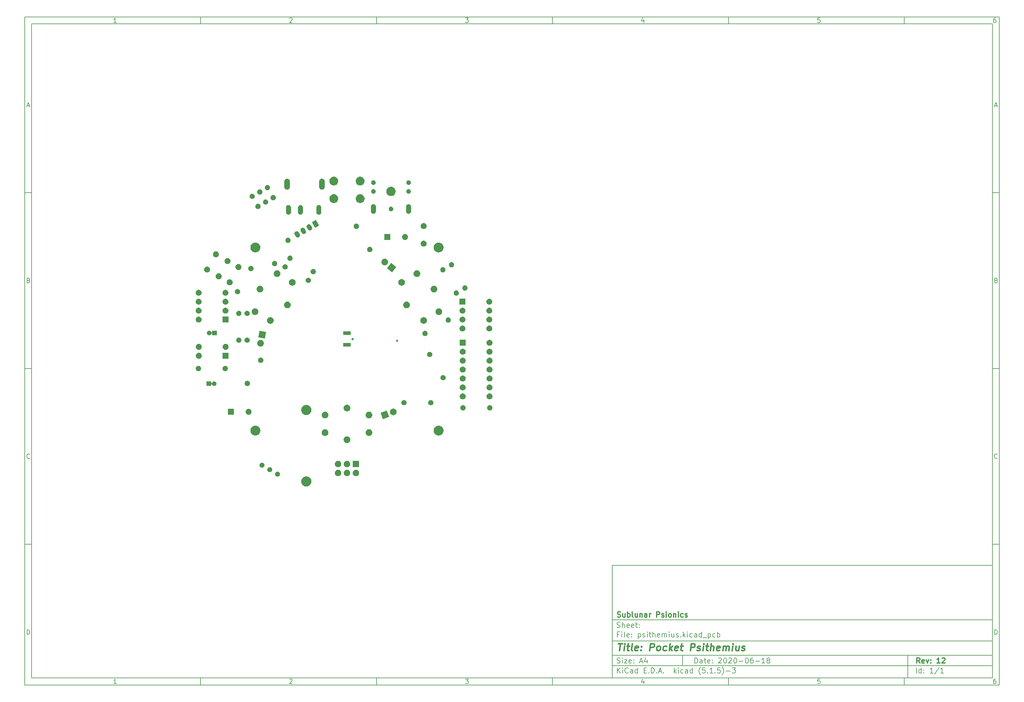
<source format=gbr>
G04 #@! TF.GenerationSoftware,KiCad,Pcbnew,(5.1.5)-3*
G04 #@! TF.CreationDate,2020-06-18T20:32:11+02:00*
G04 #@! TF.ProjectId,psithemius,70736974-6865-46d6-9975-732e6b696361,12*
G04 #@! TF.SameCoordinates,Original*
G04 #@! TF.FileFunction,Soldermask,Bot*
G04 #@! TF.FilePolarity,Negative*
%FSLAX46Y46*%
G04 Gerber Fmt 4.6, Leading zero omitted, Abs format (unit mm)*
G04 Created by KiCad (PCBNEW (5.1.5)-3) date 2020-06-18 20:32:11*
%MOMM*%
%LPD*%
G04 APERTURE LIST*
%ADD10C,0.100000*%
%ADD11C,0.150000*%
%ADD12C,0.300000*%
%ADD13C,0.400000*%
G04 APERTURE END LIST*
D10*
D11*
X177002200Y-166007200D02*
X177002200Y-198007200D01*
X285002200Y-198007200D01*
X285002200Y-166007200D01*
X177002200Y-166007200D01*
D10*
D11*
X10000000Y-10000000D02*
X10000000Y-200007200D01*
X287002200Y-200007200D01*
X287002200Y-10000000D01*
X10000000Y-10000000D01*
D10*
D11*
X12000000Y-12000000D02*
X12000000Y-198007200D01*
X285002200Y-198007200D01*
X285002200Y-12000000D01*
X12000000Y-12000000D01*
D10*
D11*
X60000000Y-12000000D02*
X60000000Y-10000000D01*
D10*
D11*
X110000000Y-12000000D02*
X110000000Y-10000000D01*
D10*
D11*
X160000000Y-12000000D02*
X160000000Y-10000000D01*
D10*
D11*
X210000000Y-12000000D02*
X210000000Y-10000000D01*
D10*
D11*
X260000000Y-12000000D02*
X260000000Y-10000000D01*
D10*
D11*
X36065476Y-11588095D02*
X35322619Y-11588095D01*
X35694047Y-11588095D02*
X35694047Y-10288095D01*
X35570238Y-10473809D01*
X35446428Y-10597619D01*
X35322619Y-10659523D01*
D10*
D11*
X85322619Y-10411904D02*
X85384523Y-10350000D01*
X85508333Y-10288095D01*
X85817857Y-10288095D01*
X85941666Y-10350000D01*
X86003571Y-10411904D01*
X86065476Y-10535714D01*
X86065476Y-10659523D01*
X86003571Y-10845238D01*
X85260714Y-11588095D01*
X86065476Y-11588095D01*
D10*
D11*
X135260714Y-10288095D02*
X136065476Y-10288095D01*
X135632142Y-10783333D01*
X135817857Y-10783333D01*
X135941666Y-10845238D01*
X136003571Y-10907142D01*
X136065476Y-11030952D01*
X136065476Y-11340476D01*
X136003571Y-11464285D01*
X135941666Y-11526190D01*
X135817857Y-11588095D01*
X135446428Y-11588095D01*
X135322619Y-11526190D01*
X135260714Y-11464285D01*
D10*
D11*
X185941666Y-10721428D02*
X185941666Y-11588095D01*
X185632142Y-10226190D02*
X185322619Y-11154761D01*
X186127380Y-11154761D01*
D10*
D11*
X236003571Y-10288095D02*
X235384523Y-10288095D01*
X235322619Y-10907142D01*
X235384523Y-10845238D01*
X235508333Y-10783333D01*
X235817857Y-10783333D01*
X235941666Y-10845238D01*
X236003571Y-10907142D01*
X236065476Y-11030952D01*
X236065476Y-11340476D01*
X236003571Y-11464285D01*
X235941666Y-11526190D01*
X235817857Y-11588095D01*
X235508333Y-11588095D01*
X235384523Y-11526190D01*
X235322619Y-11464285D01*
D10*
D11*
X285941666Y-10288095D02*
X285694047Y-10288095D01*
X285570238Y-10350000D01*
X285508333Y-10411904D01*
X285384523Y-10597619D01*
X285322619Y-10845238D01*
X285322619Y-11340476D01*
X285384523Y-11464285D01*
X285446428Y-11526190D01*
X285570238Y-11588095D01*
X285817857Y-11588095D01*
X285941666Y-11526190D01*
X286003571Y-11464285D01*
X286065476Y-11340476D01*
X286065476Y-11030952D01*
X286003571Y-10907142D01*
X285941666Y-10845238D01*
X285817857Y-10783333D01*
X285570238Y-10783333D01*
X285446428Y-10845238D01*
X285384523Y-10907142D01*
X285322619Y-11030952D01*
D10*
D11*
X60000000Y-198007200D02*
X60000000Y-200007200D01*
D10*
D11*
X110000000Y-198007200D02*
X110000000Y-200007200D01*
D10*
D11*
X160000000Y-198007200D02*
X160000000Y-200007200D01*
D10*
D11*
X210000000Y-198007200D02*
X210000000Y-200007200D01*
D10*
D11*
X260000000Y-198007200D02*
X260000000Y-200007200D01*
D10*
D11*
X36065476Y-199595295D02*
X35322619Y-199595295D01*
X35694047Y-199595295D02*
X35694047Y-198295295D01*
X35570238Y-198481009D01*
X35446428Y-198604819D01*
X35322619Y-198666723D01*
D10*
D11*
X85322619Y-198419104D02*
X85384523Y-198357200D01*
X85508333Y-198295295D01*
X85817857Y-198295295D01*
X85941666Y-198357200D01*
X86003571Y-198419104D01*
X86065476Y-198542914D01*
X86065476Y-198666723D01*
X86003571Y-198852438D01*
X85260714Y-199595295D01*
X86065476Y-199595295D01*
D10*
D11*
X135260714Y-198295295D02*
X136065476Y-198295295D01*
X135632142Y-198790533D01*
X135817857Y-198790533D01*
X135941666Y-198852438D01*
X136003571Y-198914342D01*
X136065476Y-199038152D01*
X136065476Y-199347676D01*
X136003571Y-199471485D01*
X135941666Y-199533390D01*
X135817857Y-199595295D01*
X135446428Y-199595295D01*
X135322619Y-199533390D01*
X135260714Y-199471485D01*
D10*
D11*
X185941666Y-198728628D02*
X185941666Y-199595295D01*
X185632142Y-198233390D02*
X185322619Y-199161961D01*
X186127380Y-199161961D01*
D10*
D11*
X236003571Y-198295295D02*
X235384523Y-198295295D01*
X235322619Y-198914342D01*
X235384523Y-198852438D01*
X235508333Y-198790533D01*
X235817857Y-198790533D01*
X235941666Y-198852438D01*
X236003571Y-198914342D01*
X236065476Y-199038152D01*
X236065476Y-199347676D01*
X236003571Y-199471485D01*
X235941666Y-199533390D01*
X235817857Y-199595295D01*
X235508333Y-199595295D01*
X235384523Y-199533390D01*
X235322619Y-199471485D01*
D10*
D11*
X285941666Y-198295295D02*
X285694047Y-198295295D01*
X285570238Y-198357200D01*
X285508333Y-198419104D01*
X285384523Y-198604819D01*
X285322619Y-198852438D01*
X285322619Y-199347676D01*
X285384523Y-199471485D01*
X285446428Y-199533390D01*
X285570238Y-199595295D01*
X285817857Y-199595295D01*
X285941666Y-199533390D01*
X286003571Y-199471485D01*
X286065476Y-199347676D01*
X286065476Y-199038152D01*
X286003571Y-198914342D01*
X285941666Y-198852438D01*
X285817857Y-198790533D01*
X285570238Y-198790533D01*
X285446428Y-198852438D01*
X285384523Y-198914342D01*
X285322619Y-199038152D01*
D10*
D11*
X10000000Y-60000000D02*
X12000000Y-60000000D01*
D10*
D11*
X10000000Y-110000000D02*
X12000000Y-110000000D01*
D10*
D11*
X10000000Y-160000000D02*
X12000000Y-160000000D01*
D10*
D11*
X10690476Y-35216666D02*
X11309523Y-35216666D01*
X10566666Y-35588095D02*
X11000000Y-34288095D01*
X11433333Y-35588095D01*
D10*
D11*
X11092857Y-84907142D02*
X11278571Y-84969047D01*
X11340476Y-85030952D01*
X11402380Y-85154761D01*
X11402380Y-85340476D01*
X11340476Y-85464285D01*
X11278571Y-85526190D01*
X11154761Y-85588095D01*
X10659523Y-85588095D01*
X10659523Y-84288095D01*
X11092857Y-84288095D01*
X11216666Y-84350000D01*
X11278571Y-84411904D01*
X11340476Y-84535714D01*
X11340476Y-84659523D01*
X11278571Y-84783333D01*
X11216666Y-84845238D01*
X11092857Y-84907142D01*
X10659523Y-84907142D01*
D10*
D11*
X11402380Y-135464285D02*
X11340476Y-135526190D01*
X11154761Y-135588095D01*
X11030952Y-135588095D01*
X10845238Y-135526190D01*
X10721428Y-135402380D01*
X10659523Y-135278571D01*
X10597619Y-135030952D01*
X10597619Y-134845238D01*
X10659523Y-134597619D01*
X10721428Y-134473809D01*
X10845238Y-134350000D01*
X11030952Y-134288095D01*
X11154761Y-134288095D01*
X11340476Y-134350000D01*
X11402380Y-134411904D01*
D10*
D11*
X10659523Y-185588095D02*
X10659523Y-184288095D01*
X10969047Y-184288095D01*
X11154761Y-184350000D01*
X11278571Y-184473809D01*
X11340476Y-184597619D01*
X11402380Y-184845238D01*
X11402380Y-185030952D01*
X11340476Y-185278571D01*
X11278571Y-185402380D01*
X11154761Y-185526190D01*
X10969047Y-185588095D01*
X10659523Y-185588095D01*
D10*
D11*
X287002200Y-60000000D02*
X285002200Y-60000000D01*
D10*
D11*
X287002200Y-110000000D02*
X285002200Y-110000000D01*
D10*
D11*
X287002200Y-160000000D02*
X285002200Y-160000000D01*
D10*
D11*
X285692676Y-35216666D02*
X286311723Y-35216666D01*
X285568866Y-35588095D02*
X286002200Y-34288095D01*
X286435533Y-35588095D01*
D10*
D11*
X286095057Y-84907142D02*
X286280771Y-84969047D01*
X286342676Y-85030952D01*
X286404580Y-85154761D01*
X286404580Y-85340476D01*
X286342676Y-85464285D01*
X286280771Y-85526190D01*
X286156961Y-85588095D01*
X285661723Y-85588095D01*
X285661723Y-84288095D01*
X286095057Y-84288095D01*
X286218866Y-84350000D01*
X286280771Y-84411904D01*
X286342676Y-84535714D01*
X286342676Y-84659523D01*
X286280771Y-84783333D01*
X286218866Y-84845238D01*
X286095057Y-84907142D01*
X285661723Y-84907142D01*
D10*
D11*
X286404580Y-135464285D02*
X286342676Y-135526190D01*
X286156961Y-135588095D01*
X286033152Y-135588095D01*
X285847438Y-135526190D01*
X285723628Y-135402380D01*
X285661723Y-135278571D01*
X285599819Y-135030952D01*
X285599819Y-134845238D01*
X285661723Y-134597619D01*
X285723628Y-134473809D01*
X285847438Y-134350000D01*
X286033152Y-134288095D01*
X286156961Y-134288095D01*
X286342676Y-134350000D01*
X286404580Y-134411904D01*
D10*
D11*
X285661723Y-185588095D02*
X285661723Y-184288095D01*
X285971247Y-184288095D01*
X286156961Y-184350000D01*
X286280771Y-184473809D01*
X286342676Y-184597619D01*
X286404580Y-184845238D01*
X286404580Y-185030952D01*
X286342676Y-185278571D01*
X286280771Y-185402380D01*
X286156961Y-185526190D01*
X285971247Y-185588095D01*
X285661723Y-185588095D01*
D10*
D11*
X200434342Y-193785771D02*
X200434342Y-192285771D01*
X200791485Y-192285771D01*
X201005771Y-192357200D01*
X201148628Y-192500057D01*
X201220057Y-192642914D01*
X201291485Y-192928628D01*
X201291485Y-193142914D01*
X201220057Y-193428628D01*
X201148628Y-193571485D01*
X201005771Y-193714342D01*
X200791485Y-193785771D01*
X200434342Y-193785771D01*
X202577200Y-193785771D02*
X202577200Y-193000057D01*
X202505771Y-192857200D01*
X202362914Y-192785771D01*
X202077200Y-192785771D01*
X201934342Y-192857200D01*
X202577200Y-193714342D02*
X202434342Y-193785771D01*
X202077200Y-193785771D01*
X201934342Y-193714342D01*
X201862914Y-193571485D01*
X201862914Y-193428628D01*
X201934342Y-193285771D01*
X202077200Y-193214342D01*
X202434342Y-193214342D01*
X202577200Y-193142914D01*
X203077200Y-192785771D02*
X203648628Y-192785771D01*
X203291485Y-192285771D02*
X203291485Y-193571485D01*
X203362914Y-193714342D01*
X203505771Y-193785771D01*
X203648628Y-193785771D01*
X204720057Y-193714342D02*
X204577200Y-193785771D01*
X204291485Y-193785771D01*
X204148628Y-193714342D01*
X204077200Y-193571485D01*
X204077200Y-193000057D01*
X204148628Y-192857200D01*
X204291485Y-192785771D01*
X204577200Y-192785771D01*
X204720057Y-192857200D01*
X204791485Y-193000057D01*
X204791485Y-193142914D01*
X204077200Y-193285771D01*
X205434342Y-193642914D02*
X205505771Y-193714342D01*
X205434342Y-193785771D01*
X205362914Y-193714342D01*
X205434342Y-193642914D01*
X205434342Y-193785771D01*
X205434342Y-192857200D02*
X205505771Y-192928628D01*
X205434342Y-193000057D01*
X205362914Y-192928628D01*
X205434342Y-192857200D01*
X205434342Y-193000057D01*
X207220057Y-192428628D02*
X207291485Y-192357200D01*
X207434342Y-192285771D01*
X207791485Y-192285771D01*
X207934342Y-192357200D01*
X208005771Y-192428628D01*
X208077200Y-192571485D01*
X208077200Y-192714342D01*
X208005771Y-192928628D01*
X207148628Y-193785771D01*
X208077200Y-193785771D01*
X209005771Y-192285771D02*
X209148628Y-192285771D01*
X209291485Y-192357200D01*
X209362914Y-192428628D01*
X209434342Y-192571485D01*
X209505771Y-192857200D01*
X209505771Y-193214342D01*
X209434342Y-193500057D01*
X209362914Y-193642914D01*
X209291485Y-193714342D01*
X209148628Y-193785771D01*
X209005771Y-193785771D01*
X208862914Y-193714342D01*
X208791485Y-193642914D01*
X208720057Y-193500057D01*
X208648628Y-193214342D01*
X208648628Y-192857200D01*
X208720057Y-192571485D01*
X208791485Y-192428628D01*
X208862914Y-192357200D01*
X209005771Y-192285771D01*
X210077200Y-192428628D02*
X210148628Y-192357200D01*
X210291485Y-192285771D01*
X210648628Y-192285771D01*
X210791485Y-192357200D01*
X210862914Y-192428628D01*
X210934342Y-192571485D01*
X210934342Y-192714342D01*
X210862914Y-192928628D01*
X210005771Y-193785771D01*
X210934342Y-193785771D01*
X211862914Y-192285771D02*
X212005771Y-192285771D01*
X212148628Y-192357200D01*
X212220057Y-192428628D01*
X212291485Y-192571485D01*
X212362914Y-192857200D01*
X212362914Y-193214342D01*
X212291485Y-193500057D01*
X212220057Y-193642914D01*
X212148628Y-193714342D01*
X212005771Y-193785771D01*
X211862914Y-193785771D01*
X211720057Y-193714342D01*
X211648628Y-193642914D01*
X211577200Y-193500057D01*
X211505771Y-193214342D01*
X211505771Y-192857200D01*
X211577200Y-192571485D01*
X211648628Y-192428628D01*
X211720057Y-192357200D01*
X211862914Y-192285771D01*
X213005771Y-193214342D02*
X214148628Y-193214342D01*
X215148628Y-192285771D02*
X215291485Y-192285771D01*
X215434342Y-192357200D01*
X215505771Y-192428628D01*
X215577200Y-192571485D01*
X215648628Y-192857200D01*
X215648628Y-193214342D01*
X215577200Y-193500057D01*
X215505771Y-193642914D01*
X215434342Y-193714342D01*
X215291485Y-193785771D01*
X215148628Y-193785771D01*
X215005771Y-193714342D01*
X214934342Y-193642914D01*
X214862914Y-193500057D01*
X214791485Y-193214342D01*
X214791485Y-192857200D01*
X214862914Y-192571485D01*
X214934342Y-192428628D01*
X215005771Y-192357200D01*
X215148628Y-192285771D01*
X216934342Y-192285771D02*
X216648628Y-192285771D01*
X216505771Y-192357200D01*
X216434342Y-192428628D01*
X216291485Y-192642914D01*
X216220057Y-192928628D01*
X216220057Y-193500057D01*
X216291485Y-193642914D01*
X216362914Y-193714342D01*
X216505771Y-193785771D01*
X216791485Y-193785771D01*
X216934342Y-193714342D01*
X217005771Y-193642914D01*
X217077200Y-193500057D01*
X217077200Y-193142914D01*
X217005771Y-193000057D01*
X216934342Y-192928628D01*
X216791485Y-192857200D01*
X216505771Y-192857200D01*
X216362914Y-192928628D01*
X216291485Y-193000057D01*
X216220057Y-193142914D01*
X217720057Y-193214342D02*
X218862914Y-193214342D01*
X220362914Y-193785771D02*
X219505771Y-193785771D01*
X219934342Y-193785771D02*
X219934342Y-192285771D01*
X219791485Y-192500057D01*
X219648628Y-192642914D01*
X219505771Y-192714342D01*
X221220057Y-192928628D02*
X221077200Y-192857200D01*
X221005771Y-192785771D01*
X220934342Y-192642914D01*
X220934342Y-192571485D01*
X221005771Y-192428628D01*
X221077200Y-192357200D01*
X221220057Y-192285771D01*
X221505771Y-192285771D01*
X221648628Y-192357200D01*
X221720057Y-192428628D01*
X221791485Y-192571485D01*
X221791485Y-192642914D01*
X221720057Y-192785771D01*
X221648628Y-192857200D01*
X221505771Y-192928628D01*
X221220057Y-192928628D01*
X221077200Y-193000057D01*
X221005771Y-193071485D01*
X220934342Y-193214342D01*
X220934342Y-193500057D01*
X221005771Y-193642914D01*
X221077200Y-193714342D01*
X221220057Y-193785771D01*
X221505771Y-193785771D01*
X221648628Y-193714342D01*
X221720057Y-193642914D01*
X221791485Y-193500057D01*
X221791485Y-193214342D01*
X221720057Y-193071485D01*
X221648628Y-193000057D01*
X221505771Y-192928628D01*
D10*
D11*
X177002200Y-194507200D02*
X285002200Y-194507200D01*
D10*
D11*
X178434342Y-196585771D02*
X178434342Y-195085771D01*
X179291485Y-196585771D02*
X178648628Y-195728628D01*
X179291485Y-195085771D02*
X178434342Y-195942914D01*
X179934342Y-196585771D02*
X179934342Y-195585771D01*
X179934342Y-195085771D02*
X179862914Y-195157200D01*
X179934342Y-195228628D01*
X180005771Y-195157200D01*
X179934342Y-195085771D01*
X179934342Y-195228628D01*
X181505771Y-196442914D02*
X181434342Y-196514342D01*
X181220057Y-196585771D01*
X181077200Y-196585771D01*
X180862914Y-196514342D01*
X180720057Y-196371485D01*
X180648628Y-196228628D01*
X180577200Y-195942914D01*
X180577200Y-195728628D01*
X180648628Y-195442914D01*
X180720057Y-195300057D01*
X180862914Y-195157200D01*
X181077200Y-195085771D01*
X181220057Y-195085771D01*
X181434342Y-195157200D01*
X181505771Y-195228628D01*
X182791485Y-196585771D02*
X182791485Y-195800057D01*
X182720057Y-195657200D01*
X182577200Y-195585771D01*
X182291485Y-195585771D01*
X182148628Y-195657200D01*
X182791485Y-196514342D02*
X182648628Y-196585771D01*
X182291485Y-196585771D01*
X182148628Y-196514342D01*
X182077200Y-196371485D01*
X182077200Y-196228628D01*
X182148628Y-196085771D01*
X182291485Y-196014342D01*
X182648628Y-196014342D01*
X182791485Y-195942914D01*
X184148628Y-196585771D02*
X184148628Y-195085771D01*
X184148628Y-196514342D02*
X184005771Y-196585771D01*
X183720057Y-196585771D01*
X183577200Y-196514342D01*
X183505771Y-196442914D01*
X183434342Y-196300057D01*
X183434342Y-195871485D01*
X183505771Y-195728628D01*
X183577200Y-195657200D01*
X183720057Y-195585771D01*
X184005771Y-195585771D01*
X184148628Y-195657200D01*
X186005771Y-195800057D02*
X186505771Y-195800057D01*
X186720057Y-196585771D02*
X186005771Y-196585771D01*
X186005771Y-195085771D01*
X186720057Y-195085771D01*
X187362914Y-196442914D02*
X187434342Y-196514342D01*
X187362914Y-196585771D01*
X187291485Y-196514342D01*
X187362914Y-196442914D01*
X187362914Y-196585771D01*
X188077200Y-196585771D02*
X188077200Y-195085771D01*
X188434342Y-195085771D01*
X188648628Y-195157200D01*
X188791485Y-195300057D01*
X188862914Y-195442914D01*
X188934342Y-195728628D01*
X188934342Y-195942914D01*
X188862914Y-196228628D01*
X188791485Y-196371485D01*
X188648628Y-196514342D01*
X188434342Y-196585771D01*
X188077200Y-196585771D01*
X189577200Y-196442914D02*
X189648628Y-196514342D01*
X189577200Y-196585771D01*
X189505771Y-196514342D01*
X189577200Y-196442914D01*
X189577200Y-196585771D01*
X190220057Y-196157200D02*
X190934342Y-196157200D01*
X190077200Y-196585771D02*
X190577200Y-195085771D01*
X191077200Y-196585771D01*
X191577200Y-196442914D02*
X191648628Y-196514342D01*
X191577200Y-196585771D01*
X191505771Y-196514342D01*
X191577200Y-196442914D01*
X191577200Y-196585771D01*
X194577200Y-196585771D02*
X194577200Y-195085771D01*
X194720057Y-196014342D02*
X195148628Y-196585771D01*
X195148628Y-195585771D02*
X194577200Y-196157200D01*
X195791485Y-196585771D02*
X195791485Y-195585771D01*
X195791485Y-195085771D02*
X195720057Y-195157200D01*
X195791485Y-195228628D01*
X195862914Y-195157200D01*
X195791485Y-195085771D01*
X195791485Y-195228628D01*
X197148628Y-196514342D02*
X197005771Y-196585771D01*
X196720057Y-196585771D01*
X196577200Y-196514342D01*
X196505771Y-196442914D01*
X196434342Y-196300057D01*
X196434342Y-195871485D01*
X196505771Y-195728628D01*
X196577200Y-195657200D01*
X196720057Y-195585771D01*
X197005771Y-195585771D01*
X197148628Y-195657200D01*
X198434342Y-196585771D02*
X198434342Y-195800057D01*
X198362914Y-195657200D01*
X198220057Y-195585771D01*
X197934342Y-195585771D01*
X197791485Y-195657200D01*
X198434342Y-196514342D02*
X198291485Y-196585771D01*
X197934342Y-196585771D01*
X197791485Y-196514342D01*
X197720057Y-196371485D01*
X197720057Y-196228628D01*
X197791485Y-196085771D01*
X197934342Y-196014342D01*
X198291485Y-196014342D01*
X198434342Y-195942914D01*
X199791485Y-196585771D02*
X199791485Y-195085771D01*
X199791485Y-196514342D02*
X199648628Y-196585771D01*
X199362914Y-196585771D01*
X199220057Y-196514342D01*
X199148628Y-196442914D01*
X199077200Y-196300057D01*
X199077200Y-195871485D01*
X199148628Y-195728628D01*
X199220057Y-195657200D01*
X199362914Y-195585771D01*
X199648628Y-195585771D01*
X199791485Y-195657200D01*
X202077200Y-197157200D02*
X202005771Y-197085771D01*
X201862914Y-196871485D01*
X201791485Y-196728628D01*
X201720057Y-196514342D01*
X201648628Y-196157200D01*
X201648628Y-195871485D01*
X201720057Y-195514342D01*
X201791485Y-195300057D01*
X201862914Y-195157200D01*
X202005771Y-194942914D01*
X202077200Y-194871485D01*
X203362914Y-195085771D02*
X202648628Y-195085771D01*
X202577200Y-195800057D01*
X202648628Y-195728628D01*
X202791485Y-195657200D01*
X203148628Y-195657200D01*
X203291485Y-195728628D01*
X203362914Y-195800057D01*
X203434342Y-195942914D01*
X203434342Y-196300057D01*
X203362914Y-196442914D01*
X203291485Y-196514342D01*
X203148628Y-196585771D01*
X202791485Y-196585771D01*
X202648628Y-196514342D01*
X202577200Y-196442914D01*
X204077200Y-196442914D02*
X204148628Y-196514342D01*
X204077200Y-196585771D01*
X204005771Y-196514342D01*
X204077200Y-196442914D01*
X204077200Y-196585771D01*
X205577200Y-196585771D02*
X204720057Y-196585771D01*
X205148628Y-196585771D02*
X205148628Y-195085771D01*
X205005771Y-195300057D01*
X204862914Y-195442914D01*
X204720057Y-195514342D01*
X206220057Y-196442914D02*
X206291485Y-196514342D01*
X206220057Y-196585771D01*
X206148628Y-196514342D01*
X206220057Y-196442914D01*
X206220057Y-196585771D01*
X207648628Y-195085771D02*
X206934342Y-195085771D01*
X206862914Y-195800057D01*
X206934342Y-195728628D01*
X207077200Y-195657200D01*
X207434342Y-195657200D01*
X207577200Y-195728628D01*
X207648628Y-195800057D01*
X207720057Y-195942914D01*
X207720057Y-196300057D01*
X207648628Y-196442914D01*
X207577200Y-196514342D01*
X207434342Y-196585771D01*
X207077200Y-196585771D01*
X206934342Y-196514342D01*
X206862914Y-196442914D01*
X208220057Y-197157200D02*
X208291485Y-197085771D01*
X208434342Y-196871485D01*
X208505771Y-196728628D01*
X208577200Y-196514342D01*
X208648628Y-196157200D01*
X208648628Y-195871485D01*
X208577200Y-195514342D01*
X208505771Y-195300057D01*
X208434342Y-195157200D01*
X208291485Y-194942914D01*
X208220057Y-194871485D01*
X209362914Y-196014342D02*
X210505771Y-196014342D01*
X211077200Y-195085771D02*
X212005771Y-195085771D01*
X211505771Y-195657200D01*
X211720057Y-195657200D01*
X211862914Y-195728628D01*
X211934342Y-195800057D01*
X212005771Y-195942914D01*
X212005771Y-196300057D01*
X211934342Y-196442914D01*
X211862914Y-196514342D01*
X211720057Y-196585771D01*
X211291485Y-196585771D01*
X211148628Y-196514342D01*
X211077200Y-196442914D01*
D10*
D11*
X177002200Y-191507200D02*
X285002200Y-191507200D01*
D10*
D12*
X264411485Y-193785771D02*
X263911485Y-193071485D01*
X263554342Y-193785771D02*
X263554342Y-192285771D01*
X264125771Y-192285771D01*
X264268628Y-192357200D01*
X264340057Y-192428628D01*
X264411485Y-192571485D01*
X264411485Y-192785771D01*
X264340057Y-192928628D01*
X264268628Y-193000057D01*
X264125771Y-193071485D01*
X263554342Y-193071485D01*
X265625771Y-193714342D02*
X265482914Y-193785771D01*
X265197200Y-193785771D01*
X265054342Y-193714342D01*
X264982914Y-193571485D01*
X264982914Y-193000057D01*
X265054342Y-192857200D01*
X265197200Y-192785771D01*
X265482914Y-192785771D01*
X265625771Y-192857200D01*
X265697200Y-193000057D01*
X265697200Y-193142914D01*
X264982914Y-193285771D01*
X266197200Y-192785771D02*
X266554342Y-193785771D01*
X266911485Y-192785771D01*
X267482914Y-193642914D02*
X267554342Y-193714342D01*
X267482914Y-193785771D01*
X267411485Y-193714342D01*
X267482914Y-193642914D01*
X267482914Y-193785771D01*
X267482914Y-192857200D02*
X267554342Y-192928628D01*
X267482914Y-193000057D01*
X267411485Y-192928628D01*
X267482914Y-192857200D01*
X267482914Y-193000057D01*
X270125771Y-193785771D02*
X269268628Y-193785771D01*
X269697200Y-193785771D02*
X269697200Y-192285771D01*
X269554342Y-192500057D01*
X269411485Y-192642914D01*
X269268628Y-192714342D01*
X270697200Y-192428628D02*
X270768628Y-192357200D01*
X270911485Y-192285771D01*
X271268628Y-192285771D01*
X271411485Y-192357200D01*
X271482914Y-192428628D01*
X271554342Y-192571485D01*
X271554342Y-192714342D01*
X271482914Y-192928628D01*
X270625771Y-193785771D01*
X271554342Y-193785771D01*
D10*
D11*
X178362914Y-193714342D02*
X178577200Y-193785771D01*
X178934342Y-193785771D01*
X179077200Y-193714342D01*
X179148628Y-193642914D01*
X179220057Y-193500057D01*
X179220057Y-193357200D01*
X179148628Y-193214342D01*
X179077200Y-193142914D01*
X178934342Y-193071485D01*
X178648628Y-193000057D01*
X178505771Y-192928628D01*
X178434342Y-192857200D01*
X178362914Y-192714342D01*
X178362914Y-192571485D01*
X178434342Y-192428628D01*
X178505771Y-192357200D01*
X178648628Y-192285771D01*
X179005771Y-192285771D01*
X179220057Y-192357200D01*
X179862914Y-193785771D02*
X179862914Y-192785771D01*
X179862914Y-192285771D02*
X179791485Y-192357200D01*
X179862914Y-192428628D01*
X179934342Y-192357200D01*
X179862914Y-192285771D01*
X179862914Y-192428628D01*
X180434342Y-192785771D02*
X181220057Y-192785771D01*
X180434342Y-193785771D01*
X181220057Y-193785771D01*
X182362914Y-193714342D02*
X182220057Y-193785771D01*
X181934342Y-193785771D01*
X181791485Y-193714342D01*
X181720057Y-193571485D01*
X181720057Y-193000057D01*
X181791485Y-192857200D01*
X181934342Y-192785771D01*
X182220057Y-192785771D01*
X182362914Y-192857200D01*
X182434342Y-193000057D01*
X182434342Y-193142914D01*
X181720057Y-193285771D01*
X183077200Y-193642914D02*
X183148628Y-193714342D01*
X183077200Y-193785771D01*
X183005771Y-193714342D01*
X183077200Y-193642914D01*
X183077200Y-193785771D01*
X183077200Y-192857200D02*
X183148628Y-192928628D01*
X183077200Y-193000057D01*
X183005771Y-192928628D01*
X183077200Y-192857200D01*
X183077200Y-193000057D01*
X184862914Y-193357200D02*
X185577200Y-193357200D01*
X184720057Y-193785771D02*
X185220057Y-192285771D01*
X185720057Y-193785771D01*
X186862914Y-192785771D02*
X186862914Y-193785771D01*
X186505771Y-192214342D02*
X186148628Y-193285771D01*
X187077200Y-193285771D01*
D10*
D11*
X263434342Y-196585771D02*
X263434342Y-195085771D01*
X264791485Y-196585771D02*
X264791485Y-195085771D01*
X264791485Y-196514342D02*
X264648628Y-196585771D01*
X264362914Y-196585771D01*
X264220057Y-196514342D01*
X264148628Y-196442914D01*
X264077200Y-196300057D01*
X264077200Y-195871485D01*
X264148628Y-195728628D01*
X264220057Y-195657200D01*
X264362914Y-195585771D01*
X264648628Y-195585771D01*
X264791485Y-195657200D01*
X265505771Y-196442914D02*
X265577200Y-196514342D01*
X265505771Y-196585771D01*
X265434342Y-196514342D01*
X265505771Y-196442914D01*
X265505771Y-196585771D01*
X265505771Y-195657200D02*
X265577200Y-195728628D01*
X265505771Y-195800057D01*
X265434342Y-195728628D01*
X265505771Y-195657200D01*
X265505771Y-195800057D01*
X268148628Y-196585771D02*
X267291485Y-196585771D01*
X267720057Y-196585771D02*
X267720057Y-195085771D01*
X267577200Y-195300057D01*
X267434342Y-195442914D01*
X267291485Y-195514342D01*
X269862914Y-195014342D02*
X268577200Y-196942914D01*
X271148628Y-196585771D02*
X270291485Y-196585771D01*
X270720057Y-196585771D02*
X270720057Y-195085771D01*
X270577200Y-195300057D01*
X270434342Y-195442914D01*
X270291485Y-195514342D01*
D10*
D11*
X177002200Y-187507200D02*
X285002200Y-187507200D01*
D10*
D13*
X178714580Y-188211961D02*
X179857438Y-188211961D01*
X179036009Y-190211961D02*
X179286009Y-188211961D01*
X180274104Y-190211961D02*
X180440771Y-188878628D01*
X180524104Y-188211961D02*
X180416961Y-188307200D01*
X180500295Y-188402438D01*
X180607438Y-188307200D01*
X180524104Y-188211961D01*
X180500295Y-188402438D01*
X181107438Y-188878628D02*
X181869342Y-188878628D01*
X181476485Y-188211961D02*
X181262200Y-189926247D01*
X181333628Y-190116723D01*
X181512200Y-190211961D01*
X181702676Y-190211961D01*
X182655057Y-190211961D02*
X182476485Y-190116723D01*
X182405057Y-189926247D01*
X182619342Y-188211961D01*
X184190771Y-190116723D02*
X183988390Y-190211961D01*
X183607438Y-190211961D01*
X183428866Y-190116723D01*
X183357438Y-189926247D01*
X183452676Y-189164342D01*
X183571723Y-188973866D01*
X183774104Y-188878628D01*
X184155057Y-188878628D01*
X184333628Y-188973866D01*
X184405057Y-189164342D01*
X184381247Y-189354819D01*
X183405057Y-189545295D01*
X185155057Y-190021485D02*
X185238390Y-190116723D01*
X185131247Y-190211961D01*
X185047914Y-190116723D01*
X185155057Y-190021485D01*
X185131247Y-190211961D01*
X185286009Y-188973866D02*
X185369342Y-189069104D01*
X185262200Y-189164342D01*
X185178866Y-189069104D01*
X185286009Y-188973866D01*
X185262200Y-189164342D01*
X187607438Y-190211961D02*
X187857438Y-188211961D01*
X188619342Y-188211961D01*
X188797914Y-188307200D01*
X188881247Y-188402438D01*
X188952676Y-188592914D01*
X188916961Y-188878628D01*
X188797914Y-189069104D01*
X188690771Y-189164342D01*
X188488390Y-189259580D01*
X187726485Y-189259580D01*
X189893152Y-190211961D02*
X189714580Y-190116723D01*
X189631247Y-190021485D01*
X189559819Y-189831009D01*
X189631247Y-189259580D01*
X189750295Y-189069104D01*
X189857438Y-188973866D01*
X190059819Y-188878628D01*
X190345533Y-188878628D01*
X190524104Y-188973866D01*
X190607438Y-189069104D01*
X190678866Y-189259580D01*
X190607438Y-189831009D01*
X190488390Y-190021485D01*
X190381247Y-190116723D01*
X190178866Y-190211961D01*
X189893152Y-190211961D01*
X192286009Y-190116723D02*
X192083628Y-190211961D01*
X191702676Y-190211961D01*
X191524104Y-190116723D01*
X191440771Y-190021485D01*
X191369342Y-189831009D01*
X191440771Y-189259580D01*
X191559819Y-189069104D01*
X191666961Y-188973866D01*
X191869342Y-188878628D01*
X192250295Y-188878628D01*
X192428866Y-188973866D01*
X193131247Y-190211961D02*
X193381247Y-188211961D01*
X193416961Y-189450057D02*
X193893152Y-190211961D01*
X194059819Y-188878628D02*
X193202676Y-189640533D01*
X195524104Y-190116723D02*
X195321723Y-190211961D01*
X194940771Y-190211961D01*
X194762200Y-190116723D01*
X194690771Y-189926247D01*
X194786009Y-189164342D01*
X194905057Y-188973866D01*
X195107438Y-188878628D01*
X195488390Y-188878628D01*
X195666961Y-188973866D01*
X195738390Y-189164342D01*
X195714580Y-189354819D01*
X194738390Y-189545295D01*
X196345533Y-188878628D02*
X197107438Y-188878628D01*
X196714580Y-188211961D02*
X196500295Y-189926247D01*
X196571723Y-190116723D01*
X196750295Y-190211961D01*
X196940771Y-190211961D01*
X199131247Y-190211961D02*
X199381247Y-188211961D01*
X200143152Y-188211961D01*
X200321723Y-188307200D01*
X200405057Y-188402438D01*
X200476485Y-188592914D01*
X200440771Y-188878628D01*
X200321723Y-189069104D01*
X200214580Y-189164342D01*
X200012200Y-189259580D01*
X199250295Y-189259580D01*
X201047914Y-190116723D02*
X201226485Y-190211961D01*
X201607438Y-190211961D01*
X201809819Y-190116723D01*
X201928866Y-189926247D01*
X201940771Y-189831009D01*
X201869342Y-189640533D01*
X201690771Y-189545295D01*
X201405057Y-189545295D01*
X201226485Y-189450057D01*
X201155057Y-189259580D01*
X201166961Y-189164342D01*
X201286009Y-188973866D01*
X201488390Y-188878628D01*
X201774104Y-188878628D01*
X201952676Y-188973866D01*
X202750295Y-190211961D02*
X202916961Y-188878628D01*
X203000295Y-188211961D02*
X202893152Y-188307200D01*
X202976485Y-188402438D01*
X203083628Y-188307200D01*
X203000295Y-188211961D01*
X202976485Y-188402438D01*
X203583628Y-188878628D02*
X204345533Y-188878628D01*
X203952676Y-188211961D02*
X203738390Y-189926247D01*
X203809819Y-190116723D01*
X203988390Y-190211961D01*
X204178866Y-190211961D01*
X204845533Y-190211961D02*
X205095533Y-188211961D01*
X205702676Y-190211961D02*
X205833628Y-189164342D01*
X205762200Y-188973866D01*
X205583628Y-188878628D01*
X205297914Y-188878628D01*
X205095533Y-188973866D01*
X204988390Y-189069104D01*
X207428866Y-190116723D02*
X207226485Y-190211961D01*
X206845533Y-190211961D01*
X206666961Y-190116723D01*
X206595533Y-189926247D01*
X206690771Y-189164342D01*
X206809819Y-188973866D01*
X207012200Y-188878628D01*
X207393152Y-188878628D01*
X207571723Y-188973866D01*
X207643152Y-189164342D01*
X207619342Y-189354819D01*
X206643152Y-189545295D01*
X208369342Y-190211961D02*
X208536009Y-188878628D01*
X208512200Y-189069104D02*
X208619342Y-188973866D01*
X208821723Y-188878628D01*
X209107438Y-188878628D01*
X209286009Y-188973866D01*
X209357438Y-189164342D01*
X209226485Y-190211961D01*
X209357438Y-189164342D02*
X209476485Y-188973866D01*
X209678866Y-188878628D01*
X209964580Y-188878628D01*
X210143152Y-188973866D01*
X210214580Y-189164342D01*
X210083628Y-190211961D01*
X211036009Y-190211961D02*
X211202676Y-188878628D01*
X211286009Y-188211961D02*
X211178866Y-188307200D01*
X211262200Y-188402438D01*
X211369342Y-188307200D01*
X211286009Y-188211961D01*
X211262200Y-188402438D01*
X213012200Y-188878628D02*
X212845533Y-190211961D01*
X212155057Y-188878628D02*
X212024104Y-189926247D01*
X212095533Y-190116723D01*
X212274104Y-190211961D01*
X212559819Y-190211961D01*
X212762200Y-190116723D01*
X212869342Y-190021485D01*
X213714580Y-190116723D02*
X213893152Y-190211961D01*
X214274104Y-190211961D01*
X214476485Y-190116723D01*
X214595533Y-189926247D01*
X214607438Y-189831009D01*
X214536009Y-189640533D01*
X214357438Y-189545295D01*
X214071723Y-189545295D01*
X213893152Y-189450057D01*
X213821723Y-189259580D01*
X213833628Y-189164342D01*
X213952676Y-188973866D01*
X214155057Y-188878628D01*
X214440771Y-188878628D01*
X214619342Y-188973866D01*
D10*
D11*
X178934342Y-185600057D02*
X178434342Y-185600057D01*
X178434342Y-186385771D02*
X178434342Y-184885771D01*
X179148628Y-184885771D01*
X179720057Y-186385771D02*
X179720057Y-185385771D01*
X179720057Y-184885771D02*
X179648628Y-184957200D01*
X179720057Y-185028628D01*
X179791485Y-184957200D01*
X179720057Y-184885771D01*
X179720057Y-185028628D01*
X180648628Y-186385771D02*
X180505771Y-186314342D01*
X180434342Y-186171485D01*
X180434342Y-184885771D01*
X181791485Y-186314342D02*
X181648628Y-186385771D01*
X181362914Y-186385771D01*
X181220057Y-186314342D01*
X181148628Y-186171485D01*
X181148628Y-185600057D01*
X181220057Y-185457200D01*
X181362914Y-185385771D01*
X181648628Y-185385771D01*
X181791485Y-185457200D01*
X181862914Y-185600057D01*
X181862914Y-185742914D01*
X181148628Y-185885771D01*
X182505771Y-186242914D02*
X182577200Y-186314342D01*
X182505771Y-186385771D01*
X182434342Y-186314342D01*
X182505771Y-186242914D01*
X182505771Y-186385771D01*
X182505771Y-185457200D02*
X182577200Y-185528628D01*
X182505771Y-185600057D01*
X182434342Y-185528628D01*
X182505771Y-185457200D01*
X182505771Y-185600057D01*
X184362914Y-185385771D02*
X184362914Y-186885771D01*
X184362914Y-185457200D02*
X184505771Y-185385771D01*
X184791485Y-185385771D01*
X184934342Y-185457200D01*
X185005771Y-185528628D01*
X185077200Y-185671485D01*
X185077200Y-186100057D01*
X185005771Y-186242914D01*
X184934342Y-186314342D01*
X184791485Y-186385771D01*
X184505771Y-186385771D01*
X184362914Y-186314342D01*
X185648628Y-186314342D02*
X185791485Y-186385771D01*
X186077200Y-186385771D01*
X186220057Y-186314342D01*
X186291485Y-186171485D01*
X186291485Y-186100057D01*
X186220057Y-185957200D01*
X186077200Y-185885771D01*
X185862914Y-185885771D01*
X185720057Y-185814342D01*
X185648628Y-185671485D01*
X185648628Y-185600057D01*
X185720057Y-185457200D01*
X185862914Y-185385771D01*
X186077200Y-185385771D01*
X186220057Y-185457200D01*
X186934342Y-186385771D02*
X186934342Y-185385771D01*
X186934342Y-184885771D02*
X186862914Y-184957200D01*
X186934342Y-185028628D01*
X187005771Y-184957200D01*
X186934342Y-184885771D01*
X186934342Y-185028628D01*
X187434342Y-185385771D02*
X188005771Y-185385771D01*
X187648628Y-184885771D02*
X187648628Y-186171485D01*
X187720057Y-186314342D01*
X187862914Y-186385771D01*
X188005771Y-186385771D01*
X188505771Y-186385771D02*
X188505771Y-184885771D01*
X189148628Y-186385771D02*
X189148628Y-185600057D01*
X189077200Y-185457200D01*
X188934342Y-185385771D01*
X188720057Y-185385771D01*
X188577200Y-185457200D01*
X188505771Y-185528628D01*
X190434342Y-186314342D02*
X190291485Y-186385771D01*
X190005771Y-186385771D01*
X189862914Y-186314342D01*
X189791485Y-186171485D01*
X189791485Y-185600057D01*
X189862914Y-185457200D01*
X190005771Y-185385771D01*
X190291485Y-185385771D01*
X190434342Y-185457200D01*
X190505771Y-185600057D01*
X190505771Y-185742914D01*
X189791485Y-185885771D01*
X191148628Y-186385771D02*
X191148628Y-185385771D01*
X191148628Y-185528628D02*
X191220057Y-185457200D01*
X191362914Y-185385771D01*
X191577200Y-185385771D01*
X191720057Y-185457200D01*
X191791485Y-185600057D01*
X191791485Y-186385771D01*
X191791485Y-185600057D02*
X191862914Y-185457200D01*
X192005771Y-185385771D01*
X192220057Y-185385771D01*
X192362914Y-185457200D01*
X192434342Y-185600057D01*
X192434342Y-186385771D01*
X193148628Y-186385771D02*
X193148628Y-185385771D01*
X193148628Y-184885771D02*
X193077200Y-184957200D01*
X193148628Y-185028628D01*
X193220057Y-184957200D01*
X193148628Y-184885771D01*
X193148628Y-185028628D01*
X194505771Y-185385771D02*
X194505771Y-186385771D01*
X193862914Y-185385771D02*
X193862914Y-186171485D01*
X193934342Y-186314342D01*
X194077200Y-186385771D01*
X194291485Y-186385771D01*
X194434342Y-186314342D01*
X194505771Y-186242914D01*
X195148628Y-186314342D02*
X195291485Y-186385771D01*
X195577200Y-186385771D01*
X195720057Y-186314342D01*
X195791485Y-186171485D01*
X195791485Y-186100057D01*
X195720057Y-185957200D01*
X195577200Y-185885771D01*
X195362914Y-185885771D01*
X195220057Y-185814342D01*
X195148628Y-185671485D01*
X195148628Y-185600057D01*
X195220057Y-185457200D01*
X195362914Y-185385771D01*
X195577200Y-185385771D01*
X195720057Y-185457200D01*
X196434342Y-186242914D02*
X196505771Y-186314342D01*
X196434342Y-186385771D01*
X196362914Y-186314342D01*
X196434342Y-186242914D01*
X196434342Y-186385771D01*
X197148628Y-186385771D02*
X197148628Y-184885771D01*
X197291485Y-185814342D02*
X197720057Y-186385771D01*
X197720057Y-185385771D02*
X197148628Y-185957200D01*
X198362914Y-186385771D02*
X198362914Y-185385771D01*
X198362914Y-184885771D02*
X198291485Y-184957200D01*
X198362914Y-185028628D01*
X198434342Y-184957200D01*
X198362914Y-184885771D01*
X198362914Y-185028628D01*
X199720057Y-186314342D02*
X199577200Y-186385771D01*
X199291485Y-186385771D01*
X199148628Y-186314342D01*
X199077200Y-186242914D01*
X199005771Y-186100057D01*
X199005771Y-185671485D01*
X199077200Y-185528628D01*
X199148628Y-185457200D01*
X199291485Y-185385771D01*
X199577200Y-185385771D01*
X199720057Y-185457200D01*
X201005771Y-186385771D02*
X201005771Y-185600057D01*
X200934342Y-185457200D01*
X200791485Y-185385771D01*
X200505771Y-185385771D01*
X200362914Y-185457200D01*
X201005771Y-186314342D02*
X200862914Y-186385771D01*
X200505771Y-186385771D01*
X200362914Y-186314342D01*
X200291485Y-186171485D01*
X200291485Y-186028628D01*
X200362914Y-185885771D01*
X200505771Y-185814342D01*
X200862914Y-185814342D01*
X201005771Y-185742914D01*
X202362914Y-186385771D02*
X202362914Y-184885771D01*
X202362914Y-186314342D02*
X202220057Y-186385771D01*
X201934342Y-186385771D01*
X201791485Y-186314342D01*
X201720057Y-186242914D01*
X201648628Y-186100057D01*
X201648628Y-185671485D01*
X201720057Y-185528628D01*
X201791485Y-185457200D01*
X201934342Y-185385771D01*
X202220057Y-185385771D01*
X202362914Y-185457200D01*
X202720057Y-186528628D02*
X203862914Y-186528628D01*
X204220057Y-185385771D02*
X204220057Y-186885771D01*
X204220057Y-185457200D02*
X204362914Y-185385771D01*
X204648628Y-185385771D01*
X204791485Y-185457200D01*
X204862914Y-185528628D01*
X204934342Y-185671485D01*
X204934342Y-186100057D01*
X204862914Y-186242914D01*
X204791485Y-186314342D01*
X204648628Y-186385771D01*
X204362914Y-186385771D01*
X204220057Y-186314342D01*
X206220057Y-186314342D02*
X206077200Y-186385771D01*
X205791485Y-186385771D01*
X205648628Y-186314342D01*
X205577200Y-186242914D01*
X205505771Y-186100057D01*
X205505771Y-185671485D01*
X205577200Y-185528628D01*
X205648628Y-185457200D01*
X205791485Y-185385771D01*
X206077200Y-185385771D01*
X206220057Y-185457200D01*
X206862914Y-186385771D02*
X206862914Y-184885771D01*
X206862914Y-185457200D02*
X207005771Y-185385771D01*
X207291485Y-185385771D01*
X207434342Y-185457200D01*
X207505771Y-185528628D01*
X207577200Y-185671485D01*
X207577200Y-186100057D01*
X207505771Y-186242914D01*
X207434342Y-186314342D01*
X207291485Y-186385771D01*
X207005771Y-186385771D01*
X206862914Y-186314342D01*
D10*
D11*
X177002200Y-181507200D02*
X285002200Y-181507200D01*
D10*
D11*
X178362914Y-183614342D02*
X178577200Y-183685771D01*
X178934342Y-183685771D01*
X179077200Y-183614342D01*
X179148628Y-183542914D01*
X179220057Y-183400057D01*
X179220057Y-183257200D01*
X179148628Y-183114342D01*
X179077200Y-183042914D01*
X178934342Y-182971485D01*
X178648628Y-182900057D01*
X178505771Y-182828628D01*
X178434342Y-182757200D01*
X178362914Y-182614342D01*
X178362914Y-182471485D01*
X178434342Y-182328628D01*
X178505771Y-182257200D01*
X178648628Y-182185771D01*
X179005771Y-182185771D01*
X179220057Y-182257200D01*
X179862914Y-183685771D02*
X179862914Y-182185771D01*
X180505771Y-183685771D02*
X180505771Y-182900057D01*
X180434342Y-182757200D01*
X180291485Y-182685771D01*
X180077200Y-182685771D01*
X179934342Y-182757200D01*
X179862914Y-182828628D01*
X181791485Y-183614342D02*
X181648628Y-183685771D01*
X181362914Y-183685771D01*
X181220057Y-183614342D01*
X181148628Y-183471485D01*
X181148628Y-182900057D01*
X181220057Y-182757200D01*
X181362914Y-182685771D01*
X181648628Y-182685771D01*
X181791485Y-182757200D01*
X181862914Y-182900057D01*
X181862914Y-183042914D01*
X181148628Y-183185771D01*
X183077200Y-183614342D02*
X182934342Y-183685771D01*
X182648628Y-183685771D01*
X182505771Y-183614342D01*
X182434342Y-183471485D01*
X182434342Y-182900057D01*
X182505771Y-182757200D01*
X182648628Y-182685771D01*
X182934342Y-182685771D01*
X183077200Y-182757200D01*
X183148628Y-182900057D01*
X183148628Y-183042914D01*
X182434342Y-183185771D01*
X183577200Y-182685771D02*
X184148628Y-182685771D01*
X183791485Y-182185771D02*
X183791485Y-183471485D01*
X183862914Y-183614342D01*
X184005771Y-183685771D01*
X184148628Y-183685771D01*
X184648628Y-183542914D02*
X184720057Y-183614342D01*
X184648628Y-183685771D01*
X184577200Y-183614342D01*
X184648628Y-183542914D01*
X184648628Y-183685771D01*
X184648628Y-182757200D02*
X184720057Y-182828628D01*
X184648628Y-182900057D01*
X184577200Y-182828628D01*
X184648628Y-182757200D01*
X184648628Y-182900057D01*
D10*
D12*
X178482914Y-180614342D02*
X178697200Y-180685771D01*
X179054342Y-180685771D01*
X179197200Y-180614342D01*
X179268628Y-180542914D01*
X179340057Y-180400057D01*
X179340057Y-180257200D01*
X179268628Y-180114342D01*
X179197200Y-180042914D01*
X179054342Y-179971485D01*
X178768628Y-179900057D01*
X178625771Y-179828628D01*
X178554342Y-179757200D01*
X178482914Y-179614342D01*
X178482914Y-179471485D01*
X178554342Y-179328628D01*
X178625771Y-179257200D01*
X178768628Y-179185771D01*
X179125771Y-179185771D01*
X179340057Y-179257200D01*
X180625771Y-179685771D02*
X180625771Y-180685771D01*
X179982914Y-179685771D02*
X179982914Y-180471485D01*
X180054342Y-180614342D01*
X180197200Y-180685771D01*
X180411485Y-180685771D01*
X180554342Y-180614342D01*
X180625771Y-180542914D01*
X181340057Y-180685771D02*
X181340057Y-179185771D01*
X181340057Y-179757200D02*
X181482914Y-179685771D01*
X181768628Y-179685771D01*
X181911485Y-179757200D01*
X181982914Y-179828628D01*
X182054342Y-179971485D01*
X182054342Y-180400057D01*
X181982914Y-180542914D01*
X181911485Y-180614342D01*
X181768628Y-180685771D01*
X181482914Y-180685771D01*
X181340057Y-180614342D01*
X182911485Y-180685771D02*
X182768628Y-180614342D01*
X182697200Y-180471485D01*
X182697200Y-179185771D01*
X184125771Y-179685771D02*
X184125771Y-180685771D01*
X183482914Y-179685771D02*
X183482914Y-180471485D01*
X183554342Y-180614342D01*
X183697200Y-180685771D01*
X183911485Y-180685771D01*
X184054342Y-180614342D01*
X184125771Y-180542914D01*
X184840057Y-179685771D02*
X184840057Y-180685771D01*
X184840057Y-179828628D02*
X184911485Y-179757200D01*
X185054342Y-179685771D01*
X185268628Y-179685771D01*
X185411485Y-179757200D01*
X185482914Y-179900057D01*
X185482914Y-180685771D01*
X186840057Y-180685771D02*
X186840057Y-179900057D01*
X186768628Y-179757200D01*
X186625771Y-179685771D01*
X186340057Y-179685771D01*
X186197200Y-179757200D01*
X186840057Y-180614342D02*
X186697200Y-180685771D01*
X186340057Y-180685771D01*
X186197200Y-180614342D01*
X186125771Y-180471485D01*
X186125771Y-180328628D01*
X186197200Y-180185771D01*
X186340057Y-180114342D01*
X186697200Y-180114342D01*
X186840057Y-180042914D01*
X187554342Y-180685771D02*
X187554342Y-179685771D01*
X187554342Y-179971485D02*
X187625771Y-179828628D01*
X187697200Y-179757200D01*
X187840057Y-179685771D01*
X187982914Y-179685771D01*
X189625771Y-180685771D02*
X189625771Y-179185771D01*
X190197200Y-179185771D01*
X190340057Y-179257200D01*
X190411485Y-179328628D01*
X190482914Y-179471485D01*
X190482914Y-179685771D01*
X190411485Y-179828628D01*
X190340057Y-179900057D01*
X190197200Y-179971485D01*
X189625771Y-179971485D01*
X191054342Y-180614342D02*
X191197200Y-180685771D01*
X191482914Y-180685771D01*
X191625771Y-180614342D01*
X191697200Y-180471485D01*
X191697200Y-180400057D01*
X191625771Y-180257200D01*
X191482914Y-180185771D01*
X191268628Y-180185771D01*
X191125771Y-180114342D01*
X191054342Y-179971485D01*
X191054342Y-179900057D01*
X191125771Y-179757200D01*
X191268628Y-179685771D01*
X191482914Y-179685771D01*
X191625771Y-179757200D01*
X192340057Y-180685771D02*
X192340057Y-179685771D01*
X192340057Y-179185771D02*
X192268628Y-179257200D01*
X192340057Y-179328628D01*
X192411485Y-179257200D01*
X192340057Y-179185771D01*
X192340057Y-179328628D01*
X193268628Y-180685771D02*
X193125771Y-180614342D01*
X193054342Y-180542914D01*
X192982914Y-180400057D01*
X192982914Y-179971485D01*
X193054342Y-179828628D01*
X193125771Y-179757200D01*
X193268628Y-179685771D01*
X193482914Y-179685771D01*
X193625771Y-179757200D01*
X193697200Y-179828628D01*
X193768628Y-179971485D01*
X193768628Y-180400057D01*
X193697200Y-180542914D01*
X193625771Y-180614342D01*
X193482914Y-180685771D01*
X193268628Y-180685771D01*
X194411485Y-179685771D02*
X194411485Y-180685771D01*
X194411485Y-179828628D02*
X194482914Y-179757200D01*
X194625771Y-179685771D01*
X194840057Y-179685771D01*
X194982914Y-179757200D01*
X195054342Y-179900057D01*
X195054342Y-180685771D01*
X195768628Y-180685771D02*
X195768628Y-179685771D01*
X195768628Y-179185771D02*
X195697200Y-179257200D01*
X195768628Y-179328628D01*
X195840057Y-179257200D01*
X195768628Y-179185771D01*
X195768628Y-179328628D01*
X197125771Y-180614342D02*
X196982914Y-180685771D01*
X196697200Y-180685771D01*
X196554342Y-180614342D01*
X196482914Y-180542914D01*
X196411485Y-180400057D01*
X196411485Y-179971485D01*
X196482914Y-179828628D01*
X196554342Y-179757200D01*
X196697200Y-179685771D01*
X196982914Y-179685771D01*
X197125771Y-179757200D01*
X197697200Y-180614342D02*
X197840057Y-180685771D01*
X198125771Y-180685771D01*
X198268628Y-180614342D01*
X198340057Y-180471485D01*
X198340057Y-180400057D01*
X198268628Y-180257200D01*
X198125771Y-180185771D01*
X197911485Y-180185771D01*
X197768628Y-180114342D01*
X197697200Y-179971485D01*
X197697200Y-179900057D01*
X197768628Y-179757200D01*
X197911485Y-179685771D01*
X198125771Y-179685771D01*
X198268628Y-179757200D01*
D10*
D11*
X197002200Y-191507200D02*
X197002200Y-194507200D01*
D10*
D11*
X261002200Y-191507200D02*
X261002200Y-198007200D01*
D10*
G36*
X90466241Y-140717760D02*
G01*
X90730305Y-140827139D01*
X90967958Y-140985934D01*
X91170066Y-141188042D01*
X91328861Y-141425695D01*
X91438240Y-141689759D01*
X91494000Y-141970088D01*
X91494000Y-142255912D01*
X91438240Y-142536241D01*
X91328861Y-142800305D01*
X91170066Y-143037958D01*
X90967958Y-143240066D01*
X90730305Y-143398861D01*
X90466241Y-143508240D01*
X90185912Y-143564000D01*
X89900088Y-143564000D01*
X89619759Y-143508240D01*
X89355695Y-143398861D01*
X89118042Y-143240066D01*
X88915934Y-143037958D01*
X88757139Y-142800305D01*
X88647760Y-142536241D01*
X88592000Y-142255912D01*
X88592000Y-141970088D01*
X88647760Y-141689759D01*
X88757139Y-141425695D01*
X88915934Y-141188042D01*
X89118042Y-140985934D01*
X89355695Y-140827139D01*
X89619759Y-140717760D01*
X89900088Y-140662000D01*
X90185912Y-140662000D01*
X90466241Y-140717760D01*
G37*
G36*
X82051411Y-139350656D02*
G01*
X82179260Y-139403613D01*
X82294315Y-139480490D01*
X82392170Y-139578345D01*
X82469047Y-139693400D01*
X82522004Y-139821249D01*
X82549000Y-139956968D01*
X82549000Y-140095352D01*
X82522004Y-140231071D01*
X82469047Y-140358920D01*
X82392170Y-140473975D01*
X82294315Y-140571830D01*
X82179260Y-140648707D01*
X82051411Y-140701664D01*
X81915692Y-140728660D01*
X81777308Y-140728660D01*
X81641589Y-140701664D01*
X81513740Y-140648707D01*
X81398685Y-140571830D01*
X81300830Y-140473975D01*
X81223953Y-140358920D01*
X81170996Y-140231071D01*
X81144000Y-140095352D01*
X81144000Y-139956968D01*
X81170996Y-139821249D01*
X81223953Y-139693400D01*
X81300830Y-139578345D01*
X81398685Y-139480490D01*
X81513740Y-139403613D01*
X81641589Y-139350656D01*
X81777308Y-139323660D01*
X81915692Y-139323660D01*
X82051411Y-139350656D01*
G37*
G36*
X101866778Y-138820547D02*
G01*
X102033224Y-138889491D01*
X102183022Y-138989583D01*
X102310417Y-139116978D01*
X102410509Y-139266776D01*
X102479453Y-139433222D01*
X102514600Y-139609918D01*
X102514600Y-139790082D01*
X102479453Y-139966778D01*
X102410509Y-140133224D01*
X102310417Y-140283022D01*
X102183022Y-140410417D01*
X102033224Y-140510509D01*
X101866778Y-140579453D01*
X101690082Y-140614600D01*
X101509918Y-140614600D01*
X101333222Y-140579453D01*
X101166776Y-140510509D01*
X101016978Y-140410417D01*
X100889583Y-140283022D01*
X100789491Y-140133224D01*
X100720547Y-139966778D01*
X100685400Y-139790082D01*
X100685400Y-139609918D01*
X100720547Y-139433222D01*
X100789491Y-139266776D01*
X100889583Y-139116978D01*
X101016978Y-138989583D01*
X101166776Y-138889491D01*
X101333222Y-138820547D01*
X101509918Y-138785400D01*
X101690082Y-138785400D01*
X101866778Y-138820547D01*
G37*
G36*
X104406778Y-138820547D02*
G01*
X104573224Y-138889491D01*
X104723022Y-138989583D01*
X104850417Y-139116978D01*
X104950509Y-139266776D01*
X105019453Y-139433222D01*
X105054600Y-139609918D01*
X105054600Y-139790082D01*
X105019453Y-139966778D01*
X104950509Y-140133224D01*
X104850417Y-140283022D01*
X104723022Y-140410417D01*
X104573224Y-140510509D01*
X104406778Y-140579453D01*
X104230082Y-140614600D01*
X104049918Y-140614600D01*
X103873222Y-140579453D01*
X103706776Y-140510509D01*
X103556978Y-140410417D01*
X103429583Y-140283022D01*
X103329491Y-140133224D01*
X103260547Y-139966778D01*
X103225400Y-139790082D01*
X103225400Y-139609918D01*
X103260547Y-139433222D01*
X103329491Y-139266776D01*
X103429583Y-139116978D01*
X103556978Y-138989583D01*
X103706776Y-138889491D01*
X103873222Y-138820547D01*
X104049918Y-138785400D01*
X104230082Y-138785400D01*
X104406778Y-138820547D01*
G37*
G36*
X99326778Y-138820547D02*
G01*
X99493224Y-138889491D01*
X99643022Y-138989583D01*
X99770417Y-139116978D01*
X99870509Y-139266776D01*
X99939453Y-139433222D01*
X99974600Y-139609918D01*
X99974600Y-139790082D01*
X99939453Y-139966778D01*
X99870509Y-140133224D01*
X99770417Y-140283022D01*
X99643022Y-140410417D01*
X99493224Y-140510509D01*
X99326778Y-140579453D01*
X99150082Y-140614600D01*
X98969918Y-140614600D01*
X98793222Y-140579453D01*
X98626776Y-140510509D01*
X98476978Y-140410417D01*
X98349583Y-140283022D01*
X98249491Y-140133224D01*
X98180547Y-139966778D01*
X98145400Y-139790082D01*
X98145400Y-139609918D01*
X98180547Y-139433222D01*
X98249491Y-139266776D01*
X98349583Y-139116978D01*
X98476978Y-138989583D01*
X98626776Y-138889491D01*
X98793222Y-138820547D01*
X98969918Y-138785400D01*
X99150082Y-138785400D01*
X99326778Y-138820547D01*
G37*
G36*
X79851706Y-138080656D02*
G01*
X79979555Y-138133613D01*
X80094610Y-138210490D01*
X80192465Y-138308345D01*
X80269342Y-138423400D01*
X80322299Y-138551249D01*
X80349295Y-138686968D01*
X80349295Y-138825352D01*
X80322299Y-138961071D01*
X80269342Y-139088920D01*
X80192465Y-139203975D01*
X80094610Y-139301830D01*
X79979555Y-139378707D01*
X79851706Y-139431664D01*
X79715987Y-139458660D01*
X79577603Y-139458660D01*
X79441884Y-139431664D01*
X79314035Y-139378707D01*
X79198980Y-139301830D01*
X79101125Y-139203975D01*
X79024248Y-139088920D01*
X78971291Y-138961071D01*
X78944295Y-138825352D01*
X78944295Y-138686968D01*
X78971291Y-138551249D01*
X79024248Y-138423400D01*
X79101125Y-138308345D01*
X79198980Y-138210490D01*
X79314035Y-138133613D01*
X79441884Y-138080656D01*
X79577603Y-138053660D01*
X79715987Y-138053660D01*
X79851706Y-138080656D01*
G37*
G36*
X77652002Y-136810656D02*
G01*
X77779851Y-136863613D01*
X77894906Y-136940490D01*
X77992761Y-137038345D01*
X78069638Y-137153400D01*
X78122595Y-137281249D01*
X78149591Y-137416968D01*
X78149591Y-137555352D01*
X78122595Y-137691071D01*
X78069638Y-137818920D01*
X77992761Y-137933975D01*
X77894906Y-138031830D01*
X77779851Y-138108707D01*
X77652002Y-138161664D01*
X77516283Y-138188660D01*
X77377899Y-138188660D01*
X77242180Y-138161664D01*
X77114331Y-138108707D01*
X76999276Y-138031830D01*
X76901421Y-137933975D01*
X76824544Y-137818920D01*
X76771587Y-137691071D01*
X76744591Y-137555352D01*
X76744591Y-137416968D01*
X76771587Y-137281249D01*
X76824544Y-137153400D01*
X76901421Y-137038345D01*
X76999276Y-136940490D01*
X77114331Y-136863613D01*
X77242180Y-136810656D01*
X77377899Y-136783660D01*
X77516283Y-136783660D01*
X77652002Y-136810656D01*
G37*
G36*
X99326778Y-136280547D02*
G01*
X99493224Y-136349491D01*
X99643022Y-136449583D01*
X99770417Y-136576978D01*
X99870509Y-136726776D01*
X99939453Y-136893222D01*
X99974600Y-137069918D01*
X99974600Y-137250082D01*
X99939453Y-137426778D01*
X99870509Y-137593224D01*
X99770417Y-137743022D01*
X99643022Y-137870417D01*
X99493224Y-137970509D01*
X99326778Y-138039453D01*
X99150082Y-138074600D01*
X98969918Y-138074600D01*
X98793222Y-138039453D01*
X98626776Y-137970509D01*
X98476978Y-137870417D01*
X98349583Y-137743022D01*
X98249491Y-137593224D01*
X98180547Y-137426778D01*
X98145400Y-137250082D01*
X98145400Y-137069918D01*
X98180547Y-136893222D01*
X98249491Y-136726776D01*
X98349583Y-136576978D01*
X98476978Y-136449583D01*
X98626776Y-136349491D01*
X98793222Y-136280547D01*
X98969918Y-136245400D01*
X99150082Y-136245400D01*
X99326778Y-136280547D01*
G37*
G36*
X101866778Y-136280547D02*
G01*
X102033224Y-136349491D01*
X102183022Y-136449583D01*
X102310417Y-136576978D01*
X102410509Y-136726776D01*
X102479453Y-136893222D01*
X102514600Y-137069918D01*
X102514600Y-137250082D01*
X102479453Y-137426778D01*
X102410509Y-137593224D01*
X102310417Y-137743022D01*
X102183022Y-137870417D01*
X102033224Y-137970509D01*
X101866778Y-138039453D01*
X101690082Y-138074600D01*
X101509918Y-138074600D01*
X101333222Y-138039453D01*
X101166776Y-137970509D01*
X101016978Y-137870417D01*
X100889583Y-137743022D01*
X100789491Y-137593224D01*
X100720547Y-137426778D01*
X100685400Y-137250082D01*
X100685400Y-137069918D01*
X100720547Y-136893222D01*
X100789491Y-136726776D01*
X100889583Y-136576978D01*
X101016978Y-136449583D01*
X101166776Y-136349491D01*
X101333222Y-136280547D01*
X101509918Y-136245400D01*
X101690082Y-136245400D01*
X101866778Y-136280547D01*
G37*
G36*
X105054600Y-138074600D02*
G01*
X103225400Y-138074600D01*
X103225400Y-136245400D01*
X105054600Y-136245400D01*
X105054600Y-138074600D01*
G37*
G36*
X101877395Y-129315546D02*
G01*
X102050466Y-129387234D01*
X102050467Y-129387235D01*
X102206227Y-129491310D01*
X102338690Y-129623773D01*
X102338691Y-129623775D01*
X102442766Y-129779534D01*
X102514454Y-129952605D01*
X102551000Y-130136333D01*
X102551000Y-130323667D01*
X102514454Y-130507395D01*
X102442766Y-130680466D01*
X102442765Y-130680467D01*
X102338690Y-130836227D01*
X102206227Y-130968690D01*
X102127818Y-131021081D01*
X102050466Y-131072766D01*
X101877395Y-131144454D01*
X101693667Y-131181000D01*
X101506333Y-131181000D01*
X101322605Y-131144454D01*
X101149534Y-131072766D01*
X101072182Y-131021081D01*
X100993773Y-130968690D01*
X100861310Y-130836227D01*
X100757235Y-130680467D01*
X100757234Y-130680466D01*
X100685546Y-130507395D01*
X100649000Y-130323667D01*
X100649000Y-130136333D01*
X100685546Y-129952605D01*
X100757234Y-129779534D01*
X100861309Y-129623775D01*
X100861310Y-129623773D01*
X100993773Y-129491310D01*
X101149533Y-129387235D01*
X101149534Y-129387234D01*
X101322605Y-129315546D01*
X101506333Y-129279000D01*
X101693667Y-129279000D01*
X101877395Y-129315546D01*
G37*
G36*
X95627395Y-127315546D02*
G01*
X95800466Y-127387234D01*
X95800467Y-127387235D01*
X95956227Y-127491310D01*
X96088690Y-127623773D01*
X96088691Y-127623775D01*
X96192766Y-127779534D01*
X96264454Y-127952605D01*
X96301000Y-128136333D01*
X96301000Y-128323667D01*
X96264454Y-128507395D01*
X96192766Y-128680466D01*
X96192765Y-128680467D01*
X96088690Y-128836227D01*
X95956227Y-128968690D01*
X95936066Y-128982161D01*
X95800466Y-129072766D01*
X95627395Y-129144454D01*
X95443667Y-129181000D01*
X95256333Y-129181000D01*
X95072605Y-129144454D01*
X94899534Y-129072766D01*
X94763934Y-128982161D01*
X94743773Y-128968690D01*
X94611310Y-128836227D01*
X94507235Y-128680467D01*
X94507234Y-128680466D01*
X94435546Y-128507395D01*
X94399000Y-128323667D01*
X94399000Y-128136333D01*
X94435546Y-127952605D01*
X94507234Y-127779534D01*
X94611309Y-127623775D01*
X94611310Y-127623773D01*
X94743773Y-127491310D01*
X94899533Y-127387235D01*
X94899534Y-127387234D01*
X95072605Y-127315546D01*
X95256333Y-127279000D01*
X95443667Y-127279000D01*
X95627395Y-127315546D01*
G37*
G36*
X108127395Y-127315546D02*
G01*
X108300466Y-127387234D01*
X108300467Y-127387235D01*
X108456227Y-127491310D01*
X108588690Y-127623773D01*
X108588691Y-127623775D01*
X108692766Y-127779534D01*
X108764454Y-127952605D01*
X108801000Y-128136333D01*
X108801000Y-128323667D01*
X108764454Y-128507395D01*
X108692766Y-128680466D01*
X108692765Y-128680467D01*
X108588690Y-128836227D01*
X108456227Y-128968690D01*
X108436066Y-128982161D01*
X108300466Y-129072766D01*
X108127395Y-129144454D01*
X107943667Y-129181000D01*
X107756333Y-129181000D01*
X107572605Y-129144454D01*
X107399534Y-129072766D01*
X107263934Y-128982161D01*
X107243773Y-128968690D01*
X107111310Y-128836227D01*
X107007235Y-128680467D01*
X107007234Y-128680466D01*
X106935546Y-128507395D01*
X106899000Y-128323667D01*
X106899000Y-128136333D01*
X106935546Y-127952605D01*
X107007234Y-127779534D01*
X107111309Y-127623775D01*
X107111310Y-127623773D01*
X107243773Y-127491310D01*
X107399533Y-127387235D01*
X107399534Y-127387234D01*
X107572605Y-127315546D01*
X107756333Y-127279000D01*
X107943667Y-127279000D01*
X108127395Y-127315546D01*
G37*
G36*
X127953433Y-126269893D02*
G01*
X128043657Y-126287839D01*
X128149267Y-126331585D01*
X128298621Y-126393449D01*
X128298622Y-126393450D01*
X128528086Y-126546772D01*
X128723228Y-126741914D01*
X128825675Y-126895237D01*
X128876551Y-126971379D01*
X128982161Y-127226344D01*
X129036000Y-127497012D01*
X129036000Y-127772988D01*
X128982161Y-128043656D01*
X128876551Y-128298621D01*
X128876550Y-128298622D01*
X128723228Y-128528086D01*
X128528086Y-128723228D01*
X128374763Y-128825675D01*
X128298621Y-128876551D01*
X128149267Y-128938415D01*
X128043657Y-128982161D01*
X127953433Y-129000107D01*
X127772988Y-129036000D01*
X127497012Y-129036000D01*
X127316567Y-129000107D01*
X127226343Y-128982161D01*
X127120733Y-128938415D01*
X126971379Y-128876551D01*
X126895237Y-128825675D01*
X126741914Y-128723228D01*
X126546772Y-128528086D01*
X126393450Y-128298622D01*
X126393449Y-128298621D01*
X126287839Y-128043656D01*
X126234000Y-127772988D01*
X126234000Y-127497012D01*
X126287839Y-127226344D01*
X126393449Y-126971379D01*
X126444325Y-126895237D01*
X126546772Y-126741914D01*
X126741914Y-126546772D01*
X126971378Y-126393450D01*
X126971379Y-126393449D01*
X127120733Y-126331585D01*
X127226343Y-126287839D01*
X127316567Y-126269893D01*
X127497012Y-126234000D01*
X127772988Y-126234000D01*
X127953433Y-126269893D01*
G37*
G36*
X75883433Y-126269893D02*
G01*
X75973657Y-126287839D01*
X76079267Y-126331585D01*
X76228621Y-126393449D01*
X76228622Y-126393450D01*
X76458086Y-126546772D01*
X76653228Y-126741914D01*
X76755675Y-126895237D01*
X76806551Y-126971379D01*
X76912161Y-127226344D01*
X76966000Y-127497012D01*
X76966000Y-127772988D01*
X76912161Y-128043656D01*
X76806551Y-128298621D01*
X76806550Y-128298622D01*
X76653228Y-128528086D01*
X76458086Y-128723228D01*
X76304763Y-128825675D01*
X76228621Y-128876551D01*
X76079267Y-128938415D01*
X75973657Y-128982161D01*
X75883433Y-129000107D01*
X75702988Y-129036000D01*
X75427012Y-129036000D01*
X75246567Y-129000107D01*
X75156343Y-128982161D01*
X75050733Y-128938415D01*
X74901379Y-128876551D01*
X74825237Y-128825675D01*
X74671914Y-128723228D01*
X74476772Y-128528086D01*
X74323450Y-128298622D01*
X74323449Y-128298621D01*
X74217839Y-128043656D01*
X74164000Y-127772988D01*
X74164000Y-127497012D01*
X74217839Y-127226344D01*
X74323449Y-126971379D01*
X74374325Y-126895237D01*
X74476772Y-126741914D01*
X74671914Y-126546772D01*
X74901378Y-126393450D01*
X74901379Y-126393449D01*
X75050733Y-126331585D01*
X75156343Y-126287839D01*
X75246567Y-126269893D01*
X75427012Y-126234000D01*
X75702988Y-126234000D01*
X75883433Y-126269893D01*
G37*
G36*
X113367753Y-123188240D02*
G01*
X113546909Y-123680466D01*
X113578909Y-123768387D01*
X112445263Y-124181000D01*
X111791614Y-124418909D01*
X111791613Y-124418909D01*
X111246079Y-122920065D01*
X111141091Y-122631614D01*
X111141091Y-122631613D01*
X112479553Y-122144453D01*
X112928386Y-121981091D01*
X112928387Y-121981091D01*
X113367753Y-123188240D01*
G37*
G36*
X108127395Y-122315546D02*
G01*
X108300466Y-122387234D01*
X108300467Y-122387235D01*
X108456227Y-122491310D01*
X108588690Y-122623773D01*
X108588691Y-122623775D01*
X108692766Y-122779534D01*
X108764454Y-122952605D01*
X108801000Y-123136333D01*
X108801000Y-123323667D01*
X108764454Y-123507395D01*
X108692766Y-123680466D01*
X108692765Y-123680467D01*
X108588690Y-123836227D01*
X108456227Y-123968690D01*
X108377818Y-124021081D01*
X108300466Y-124072766D01*
X108127395Y-124144454D01*
X107943667Y-124181000D01*
X107756333Y-124181000D01*
X107572605Y-124144454D01*
X107399534Y-124072766D01*
X107322182Y-124021081D01*
X107243773Y-123968690D01*
X107111310Y-123836227D01*
X107007235Y-123680467D01*
X107007234Y-123680466D01*
X106935546Y-123507395D01*
X106899000Y-123323667D01*
X106899000Y-123136333D01*
X106935546Y-122952605D01*
X107007234Y-122779534D01*
X107111309Y-122623775D01*
X107111310Y-122623773D01*
X107243773Y-122491310D01*
X107399533Y-122387235D01*
X107399534Y-122387234D01*
X107572605Y-122315546D01*
X107756333Y-122279000D01*
X107943667Y-122279000D01*
X108127395Y-122315546D01*
G37*
G36*
X95627395Y-122315546D02*
G01*
X95800466Y-122387234D01*
X95800467Y-122387235D01*
X95956227Y-122491310D01*
X96088690Y-122623773D01*
X96088691Y-122623775D01*
X96192766Y-122779534D01*
X96264454Y-122952605D01*
X96301000Y-123136333D01*
X96301000Y-123323667D01*
X96264454Y-123507395D01*
X96192766Y-123680466D01*
X96192765Y-123680467D01*
X96088690Y-123836227D01*
X95956227Y-123968690D01*
X95877818Y-124021081D01*
X95800466Y-124072766D01*
X95627395Y-124144454D01*
X95443667Y-124181000D01*
X95256333Y-124181000D01*
X95072605Y-124144454D01*
X94899534Y-124072766D01*
X94822182Y-124021081D01*
X94743773Y-123968690D01*
X94611310Y-123836227D01*
X94507235Y-123680467D01*
X94507234Y-123680466D01*
X94435546Y-123507395D01*
X94399000Y-123323667D01*
X94399000Y-123136333D01*
X94435546Y-122952605D01*
X94507234Y-122779534D01*
X94611309Y-122623775D01*
X94611310Y-122623773D01*
X94743773Y-122491310D01*
X94899533Y-122387235D01*
X94899534Y-122387234D01*
X95072605Y-122315546D01*
X95256333Y-122279000D01*
X95443667Y-122279000D01*
X95627395Y-122315546D01*
G37*
G36*
X115024214Y-121416815D02*
G01*
X115197285Y-121488503D01*
X115197286Y-121488504D01*
X115353046Y-121592579D01*
X115485509Y-121725042D01*
X115507878Y-121758520D01*
X115589585Y-121880803D01*
X115661273Y-122053874D01*
X115697819Y-122237602D01*
X115697819Y-122424936D01*
X115661273Y-122608664D01*
X115589585Y-122781735D01*
X115589584Y-122781736D01*
X115485509Y-122937496D01*
X115353046Y-123069959D01*
X115339723Y-123078861D01*
X115197285Y-123174035D01*
X115024214Y-123245723D01*
X114840486Y-123282269D01*
X114653152Y-123282269D01*
X114469424Y-123245723D01*
X114296353Y-123174035D01*
X114153915Y-123078861D01*
X114140592Y-123069959D01*
X114008129Y-122937496D01*
X113904054Y-122781736D01*
X113904053Y-122781735D01*
X113832365Y-122608664D01*
X113795819Y-122424936D01*
X113795819Y-122237602D01*
X113832365Y-122053874D01*
X113904053Y-121880803D01*
X113985760Y-121758520D01*
X114008129Y-121725042D01*
X114140592Y-121592579D01*
X114296352Y-121488504D01*
X114296353Y-121488503D01*
X114469424Y-121416815D01*
X114653152Y-121380269D01*
X114840486Y-121380269D01*
X115024214Y-121416815D01*
G37*
G36*
X90466241Y-120397760D02*
G01*
X90730305Y-120507139D01*
X90967958Y-120665934D01*
X91170066Y-120868042D01*
X91328861Y-121105695D01*
X91438240Y-121369759D01*
X91494000Y-121650088D01*
X91494000Y-121935912D01*
X91438240Y-122216241D01*
X91328861Y-122480305D01*
X91170066Y-122717958D01*
X90967958Y-122920066D01*
X90730305Y-123078861D01*
X90466241Y-123188240D01*
X90185912Y-123244000D01*
X89900088Y-123244000D01*
X89619759Y-123188240D01*
X89355695Y-123078861D01*
X89118042Y-122920066D01*
X88915934Y-122717958D01*
X88757139Y-122480305D01*
X88647760Y-122216241D01*
X88592000Y-121935912D01*
X88592000Y-121650088D01*
X88647760Y-121369759D01*
X88757139Y-121105695D01*
X88915934Y-120868042D01*
X89118042Y-120665934D01*
X89355695Y-120507139D01*
X89619759Y-120397760D01*
X89900088Y-120342000D01*
X90185912Y-120342000D01*
X90466241Y-120397760D01*
G37*
G36*
X69494500Y-123152000D02*
G01*
X67792500Y-123152000D01*
X67792500Y-121450000D01*
X69494500Y-121450000D01*
X69494500Y-123152000D01*
G37*
G36*
X73891728Y-121482703D02*
G01*
X74046600Y-121546853D01*
X74185981Y-121639985D01*
X74304515Y-121758519D01*
X74397647Y-121897900D01*
X74461797Y-122052772D01*
X74494500Y-122217184D01*
X74494500Y-122384816D01*
X74461797Y-122549228D01*
X74397647Y-122704100D01*
X74304515Y-122843481D01*
X74185981Y-122962015D01*
X74046600Y-123055147D01*
X73891728Y-123119297D01*
X73727316Y-123152000D01*
X73559684Y-123152000D01*
X73395272Y-123119297D01*
X73240400Y-123055147D01*
X73101019Y-122962015D01*
X72982485Y-122843481D01*
X72889353Y-122704100D01*
X72825203Y-122549228D01*
X72792500Y-122384816D01*
X72792500Y-122217184D01*
X72825203Y-122052772D01*
X72889353Y-121897900D01*
X72982485Y-121758519D01*
X73101019Y-121639985D01*
X73240400Y-121546853D01*
X73395272Y-121482703D01*
X73559684Y-121450000D01*
X73727316Y-121450000D01*
X73891728Y-121482703D01*
G37*
G36*
X101877395Y-120315546D02*
G01*
X102050466Y-120387234D01*
X102080048Y-120407000D01*
X102206227Y-120491310D01*
X102338690Y-120623773D01*
X102375768Y-120679265D01*
X102442766Y-120779534D01*
X102514454Y-120952605D01*
X102551000Y-121136333D01*
X102551000Y-121323667D01*
X102514454Y-121507395D01*
X102442766Y-121680466D01*
X102391081Y-121757818D01*
X102338690Y-121836227D01*
X102206227Y-121968690D01*
X102127818Y-122021081D01*
X102050466Y-122072766D01*
X101877395Y-122144454D01*
X101693667Y-122181000D01*
X101506333Y-122181000D01*
X101322605Y-122144454D01*
X101149534Y-122072766D01*
X101072182Y-122021081D01*
X100993773Y-121968690D01*
X100861310Y-121836227D01*
X100808919Y-121757818D01*
X100757234Y-121680466D01*
X100685546Y-121507395D01*
X100649000Y-121323667D01*
X100649000Y-121136333D01*
X100685546Y-120952605D01*
X100757234Y-120779534D01*
X100824232Y-120679265D01*
X100861310Y-120623773D01*
X100993773Y-120491310D01*
X101119952Y-120407000D01*
X101149534Y-120387234D01*
X101322605Y-120315546D01*
X101506333Y-120279000D01*
X101693667Y-120279000D01*
X101877395Y-120315546D01*
G37*
G36*
X142395559Y-120435860D02*
G01*
X142529425Y-120491309D01*
X142532232Y-120492472D01*
X142655235Y-120574660D01*
X142759840Y-120679265D01*
X142842028Y-120802268D01*
X142842029Y-120802270D01*
X142898640Y-120938941D01*
X142927500Y-121084032D01*
X142927500Y-121231968D01*
X142898640Y-121377059D01*
X142844653Y-121507396D01*
X142842028Y-121513732D01*
X142759840Y-121636735D01*
X142655235Y-121741340D01*
X142532232Y-121823528D01*
X142532231Y-121823529D01*
X142532230Y-121823529D01*
X142395559Y-121880140D01*
X142250468Y-121909000D01*
X142102532Y-121909000D01*
X141957441Y-121880140D01*
X141820770Y-121823529D01*
X141820769Y-121823529D01*
X141820768Y-121823528D01*
X141697765Y-121741340D01*
X141593160Y-121636735D01*
X141510972Y-121513732D01*
X141508348Y-121507396D01*
X141454360Y-121377059D01*
X141425500Y-121231968D01*
X141425500Y-121084032D01*
X141454360Y-120938941D01*
X141510971Y-120802270D01*
X141510972Y-120802268D01*
X141593160Y-120679265D01*
X141697765Y-120574660D01*
X141820768Y-120492472D01*
X141823576Y-120491309D01*
X141957441Y-120435860D01*
X142102532Y-120407000D01*
X142250468Y-120407000D01*
X142395559Y-120435860D01*
G37*
G36*
X134775559Y-120435860D02*
G01*
X134909425Y-120491309D01*
X134912232Y-120492472D01*
X135035235Y-120574660D01*
X135139840Y-120679265D01*
X135222028Y-120802268D01*
X135222029Y-120802270D01*
X135278640Y-120938941D01*
X135307500Y-121084032D01*
X135307500Y-121231968D01*
X135278640Y-121377059D01*
X135224653Y-121507396D01*
X135222028Y-121513732D01*
X135139840Y-121636735D01*
X135035235Y-121741340D01*
X134912232Y-121823528D01*
X134912231Y-121823529D01*
X134912230Y-121823529D01*
X134775559Y-121880140D01*
X134630468Y-121909000D01*
X134482532Y-121909000D01*
X134337441Y-121880140D01*
X134200770Y-121823529D01*
X134200769Y-121823529D01*
X134200768Y-121823528D01*
X134077765Y-121741340D01*
X133973160Y-121636735D01*
X133890972Y-121513732D01*
X133888348Y-121507396D01*
X133834360Y-121377059D01*
X133805500Y-121231968D01*
X133805500Y-121084032D01*
X133834360Y-120938941D01*
X133890971Y-120802270D01*
X133890972Y-120802268D01*
X133973160Y-120679265D01*
X134077765Y-120574660D01*
X134200768Y-120492472D01*
X134203576Y-120491309D01*
X134337441Y-120435860D01*
X134482532Y-120407000D01*
X134630468Y-120407000D01*
X134775559Y-120435860D01*
G37*
G36*
X118011559Y-118975360D02*
G01*
X118148232Y-119031972D01*
X118271235Y-119114160D01*
X118375840Y-119218765D01*
X118458028Y-119341768D01*
X118514640Y-119478441D01*
X118543500Y-119623533D01*
X118543500Y-119771467D01*
X118514640Y-119916559D01*
X118458028Y-120053232D01*
X118375840Y-120176235D01*
X118271235Y-120280840D01*
X118148232Y-120363028D01*
X118148231Y-120363029D01*
X118148230Y-120363029D01*
X118011559Y-120419640D01*
X117866468Y-120448500D01*
X117718532Y-120448500D01*
X117573441Y-120419640D01*
X117436770Y-120363029D01*
X117436769Y-120363029D01*
X117436768Y-120363028D01*
X117313765Y-120280840D01*
X117209160Y-120176235D01*
X117126972Y-120053232D01*
X117070360Y-119916559D01*
X117041500Y-119771467D01*
X117041500Y-119623533D01*
X117070360Y-119478441D01*
X117126972Y-119341768D01*
X117209160Y-119218765D01*
X117313765Y-119114160D01*
X117436768Y-119031972D01*
X117573441Y-118975360D01*
X117718532Y-118946500D01*
X117866468Y-118946500D01*
X118011559Y-118975360D01*
G37*
G36*
X125631559Y-118975360D02*
G01*
X125768232Y-119031972D01*
X125891235Y-119114160D01*
X125995840Y-119218765D01*
X126078028Y-119341768D01*
X126134640Y-119478441D01*
X126163500Y-119623533D01*
X126163500Y-119771467D01*
X126134640Y-119916559D01*
X126078028Y-120053232D01*
X125995840Y-120176235D01*
X125891235Y-120280840D01*
X125768232Y-120363028D01*
X125768231Y-120363029D01*
X125768230Y-120363029D01*
X125631559Y-120419640D01*
X125486468Y-120448500D01*
X125338532Y-120448500D01*
X125193441Y-120419640D01*
X125056770Y-120363029D01*
X125056769Y-120363029D01*
X125056768Y-120363028D01*
X124933765Y-120280840D01*
X124829160Y-120176235D01*
X124746972Y-120053232D01*
X124690360Y-119916559D01*
X124661500Y-119771467D01*
X124661500Y-119623533D01*
X124690360Y-119478441D01*
X124746972Y-119341768D01*
X124829160Y-119218765D01*
X124933765Y-119114160D01*
X125056768Y-119031972D01*
X125193441Y-118975360D01*
X125338532Y-118946500D01*
X125486468Y-118946500D01*
X125631559Y-118975360D01*
G37*
G36*
X142360228Y-117101703D02*
G01*
X142515100Y-117165853D01*
X142654481Y-117258985D01*
X142773015Y-117377519D01*
X142866147Y-117516900D01*
X142930297Y-117671772D01*
X142963000Y-117836184D01*
X142963000Y-118003816D01*
X142930297Y-118168228D01*
X142866147Y-118323100D01*
X142773015Y-118462481D01*
X142654481Y-118581015D01*
X142515100Y-118674147D01*
X142360228Y-118738297D01*
X142195816Y-118771000D01*
X142028184Y-118771000D01*
X141863772Y-118738297D01*
X141708900Y-118674147D01*
X141569519Y-118581015D01*
X141450985Y-118462481D01*
X141357853Y-118323100D01*
X141293703Y-118168228D01*
X141261000Y-118003816D01*
X141261000Y-117836184D01*
X141293703Y-117671772D01*
X141357853Y-117516900D01*
X141450985Y-117377519D01*
X141569519Y-117258985D01*
X141708900Y-117165853D01*
X141863772Y-117101703D01*
X142028184Y-117069000D01*
X142195816Y-117069000D01*
X142360228Y-117101703D01*
G37*
G36*
X134740228Y-117101703D02*
G01*
X134895100Y-117165853D01*
X135034481Y-117258985D01*
X135153015Y-117377519D01*
X135246147Y-117516900D01*
X135310297Y-117671772D01*
X135343000Y-117836184D01*
X135343000Y-118003816D01*
X135310297Y-118168228D01*
X135246147Y-118323100D01*
X135153015Y-118462481D01*
X135034481Y-118581015D01*
X134895100Y-118674147D01*
X134740228Y-118738297D01*
X134575816Y-118771000D01*
X134408184Y-118771000D01*
X134243772Y-118738297D01*
X134088900Y-118674147D01*
X133949519Y-118581015D01*
X133830985Y-118462481D01*
X133737853Y-118323100D01*
X133673703Y-118168228D01*
X133641000Y-118003816D01*
X133641000Y-117836184D01*
X133673703Y-117671772D01*
X133737853Y-117516900D01*
X133830985Y-117377519D01*
X133949519Y-117258985D01*
X134088900Y-117165853D01*
X134243772Y-117101703D01*
X134408184Y-117069000D01*
X134575816Y-117069000D01*
X134740228Y-117101703D01*
G37*
G36*
X134740228Y-114561703D02*
G01*
X134895100Y-114625853D01*
X135034481Y-114718985D01*
X135153015Y-114837519D01*
X135246147Y-114976900D01*
X135310297Y-115131772D01*
X135343000Y-115296184D01*
X135343000Y-115463816D01*
X135310297Y-115628228D01*
X135246147Y-115783100D01*
X135153015Y-115922481D01*
X135034481Y-116041015D01*
X134895100Y-116134147D01*
X134740228Y-116198297D01*
X134575816Y-116231000D01*
X134408184Y-116231000D01*
X134243772Y-116198297D01*
X134088900Y-116134147D01*
X133949519Y-116041015D01*
X133830985Y-115922481D01*
X133737853Y-115783100D01*
X133673703Y-115628228D01*
X133641000Y-115463816D01*
X133641000Y-115296184D01*
X133673703Y-115131772D01*
X133737853Y-114976900D01*
X133830985Y-114837519D01*
X133949519Y-114718985D01*
X134088900Y-114625853D01*
X134243772Y-114561703D01*
X134408184Y-114529000D01*
X134575816Y-114529000D01*
X134740228Y-114561703D01*
G37*
G36*
X142360228Y-114561703D02*
G01*
X142515100Y-114625853D01*
X142654481Y-114718985D01*
X142773015Y-114837519D01*
X142866147Y-114976900D01*
X142930297Y-115131772D01*
X142963000Y-115296184D01*
X142963000Y-115463816D01*
X142930297Y-115628228D01*
X142866147Y-115783100D01*
X142773015Y-115922481D01*
X142654481Y-116041015D01*
X142515100Y-116134147D01*
X142360228Y-116198297D01*
X142195816Y-116231000D01*
X142028184Y-116231000D01*
X141863772Y-116198297D01*
X141708900Y-116134147D01*
X141569519Y-116041015D01*
X141450985Y-115922481D01*
X141357853Y-115783100D01*
X141293703Y-115628228D01*
X141261000Y-115463816D01*
X141261000Y-115296184D01*
X141293703Y-115131772D01*
X141357853Y-114976900D01*
X141450985Y-114837519D01*
X141569519Y-114718985D01*
X141708900Y-114625853D01*
X141863772Y-114561703D01*
X142028184Y-114529000D01*
X142195816Y-114529000D01*
X142360228Y-114561703D01*
G37*
G36*
X73455532Y-113501015D02*
G01*
X73498059Y-113509474D01*
X73634732Y-113566086D01*
X73757735Y-113648274D01*
X73862340Y-113752879D01*
X73862341Y-113752881D01*
X73944529Y-113875884D01*
X74001140Y-114012555D01*
X74020545Y-114110110D01*
X74030000Y-114157647D01*
X74030000Y-114305581D01*
X74001140Y-114450673D01*
X73944528Y-114587346D01*
X73862340Y-114710349D01*
X73757735Y-114814954D01*
X73634732Y-114897142D01*
X73634731Y-114897143D01*
X73634730Y-114897143D01*
X73498059Y-114953754D01*
X73352968Y-114982614D01*
X73205032Y-114982614D01*
X73059941Y-114953754D01*
X72923270Y-114897143D01*
X72923269Y-114897143D01*
X72923268Y-114897142D01*
X72800265Y-114814954D01*
X72695660Y-114710349D01*
X72613472Y-114587346D01*
X72556860Y-114450673D01*
X72528000Y-114305581D01*
X72528000Y-114157647D01*
X72537456Y-114110110D01*
X72556860Y-114012555D01*
X72613471Y-113875884D01*
X72695659Y-113752881D01*
X72695660Y-113752879D01*
X72800265Y-113648274D01*
X72923268Y-113566086D01*
X73059941Y-113509474D01*
X73102468Y-113501015D01*
X73205032Y-113480614D01*
X73352968Y-113480614D01*
X73455532Y-113501015D01*
G37*
G36*
X63008000Y-114020109D02*
G01*
X63010402Y-114044495D01*
X63017515Y-114067944D01*
X63029066Y-114089555D01*
X63044611Y-114108497D01*
X63063553Y-114124042D01*
X63085164Y-114135593D01*
X63108613Y-114142706D01*
X63132999Y-114145108D01*
X63157385Y-114142706D01*
X63180834Y-114135593D01*
X63202445Y-114124042D01*
X63221387Y-114108497D01*
X63236932Y-114089555D01*
X63248483Y-114067944D01*
X63280090Y-113991638D01*
X63351335Y-113885012D01*
X63442012Y-113794335D01*
X63504055Y-113752879D01*
X63548636Y-113723091D01*
X63667110Y-113674017D01*
X63792881Y-113649000D01*
X63921119Y-113649000D01*
X64046890Y-113674017D01*
X64165364Y-113723091D01*
X64209945Y-113752879D01*
X64271988Y-113794335D01*
X64362665Y-113885012D01*
X64433910Y-113991638D01*
X64482983Y-114110110D01*
X64492439Y-114157647D01*
X64508000Y-114235882D01*
X64508000Y-114364118D01*
X64482983Y-114489890D01*
X64433909Y-114608364D01*
X64362665Y-114714988D01*
X64271988Y-114805665D01*
X64165364Y-114876909D01*
X64165363Y-114876910D01*
X64165362Y-114876910D01*
X64046890Y-114925983D01*
X63921119Y-114951000D01*
X63792881Y-114951000D01*
X63667110Y-114925983D01*
X63548638Y-114876910D01*
X63548637Y-114876910D01*
X63548636Y-114876909D01*
X63442012Y-114805665D01*
X63351335Y-114714988D01*
X63280091Y-114608364D01*
X63248483Y-114532055D01*
X63236932Y-114510445D01*
X63221387Y-114491503D01*
X63202445Y-114475958D01*
X63180834Y-114464407D01*
X63157385Y-114457294D01*
X63132999Y-114454892D01*
X63108613Y-114457294D01*
X63085164Y-114464407D01*
X63063553Y-114475958D01*
X63044611Y-114491503D01*
X63029066Y-114510445D01*
X63017515Y-114532056D01*
X63010402Y-114555505D01*
X63008000Y-114579891D01*
X63008000Y-114951000D01*
X61706000Y-114951000D01*
X61706000Y-113649000D01*
X63008000Y-113649000D01*
X63008000Y-114020109D01*
G37*
G36*
X142360228Y-112021703D02*
G01*
X142515100Y-112085853D01*
X142654481Y-112178985D01*
X142773015Y-112297519D01*
X142866147Y-112436900D01*
X142930297Y-112591772D01*
X142963000Y-112756184D01*
X142963000Y-112923816D01*
X142930297Y-113088228D01*
X142866147Y-113243100D01*
X142773015Y-113382481D01*
X142654481Y-113501015D01*
X142515100Y-113594147D01*
X142360228Y-113658297D01*
X142195816Y-113691000D01*
X142028184Y-113691000D01*
X141863772Y-113658297D01*
X141708900Y-113594147D01*
X141569519Y-113501015D01*
X141450985Y-113382481D01*
X141357853Y-113243100D01*
X141293703Y-113088228D01*
X141261000Y-112923816D01*
X141261000Y-112756184D01*
X141293703Y-112591772D01*
X141357853Y-112436900D01*
X141450985Y-112297519D01*
X141569519Y-112178985D01*
X141708900Y-112085853D01*
X141863772Y-112021703D01*
X142028184Y-111989000D01*
X142195816Y-111989000D01*
X142360228Y-112021703D01*
G37*
G36*
X134740228Y-112021703D02*
G01*
X134895100Y-112085853D01*
X135034481Y-112178985D01*
X135153015Y-112297519D01*
X135246147Y-112436900D01*
X135310297Y-112591772D01*
X135343000Y-112756184D01*
X135343000Y-112923816D01*
X135310297Y-113088228D01*
X135246147Y-113243100D01*
X135153015Y-113382481D01*
X135034481Y-113501015D01*
X134895100Y-113594147D01*
X134740228Y-113658297D01*
X134575816Y-113691000D01*
X134408184Y-113691000D01*
X134243772Y-113658297D01*
X134088900Y-113594147D01*
X133949519Y-113501015D01*
X133830985Y-113382481D01*
X133737853Y-113243100D01*
X133673703Y-113088228D01*
X133641000Y-112923816D01*
X133641000Y-112756184D01*
X133673703Y-112591772D01*
X133737853Y-112436900D01*
X133830985Y-112297519D01*
X133949519Y-112178985D01*
X134088900Y-112085853D01*
X134243772Y-112021703D01*
X134408184Y-111989000D01*
X134575816Y-111989000D01*
X134740228Y-112021703D01*
G37*
G36*
X129124059Y-111863360D02*
G01*
X129260732Y-111919972D01*
X129383735Y-112002160D01*
X129488340Y-112106765D01*
X129488341Y-112106767D01*
X129570529Y-112229770D01*
X129627140Y-112366441D01*
X129656000Y-112511532D01*
X129656000Y-112659468D01*
X129627140Y-112804559D01*
X129577743Y-112923815D01*
X129570528Y-112941232D01*
X129488340Y-113064235D01*
X129383735Y-113168840D01*
X129260732Y-113251028D01*
X129260731Y-113251029D01*
X129260730Y-113251029D01*
X129124059Y-113307640D01*
X128978968Y-113336500D01*
X128831032Y-113336500D01*
X128685941Y-113307640D01*
X128549270Y-113251029D01*
X128549269Y-113251029D01*
X128549268Y-113251028D01*
X128426265Y-113168840D01*
X128321660Y-113064235D01*
X128239472Y-112941232D01*
X128232258Y-112923815D01*
X128182860Y-112804559D01*
X128154000Y-112659468D01*
X128154000Y-112511532D01*
X128182860Y-112366441D01*
X128239471Y-112229770D01*
X128321659Y-112106767D01*
X128321660Y-112106765D01*
X128426265Y-112002160D01*
X128549268Y-111919972D01*
X128685941Y-111863360D01*
X128831032Y-111834500D01*
X128978968Y-111834500D01*
X129124059Y-111863360D01*
G37*
G36*
X134740228Y-109481703D02*
G01*
X134895100Y-109545853D01*
X135034481Y-109638985D01*
X135153015Y-109757519D01*
X135246147Y-109896900D01*
X135310297Y-110051772D01*
X135343000Y-110216184D01*
X135343000Y-110383816D01*
X135310297Y-110548228D01*
X135246147Y-110703100D01*
X135153015Y-110842481D01*
X135034481Y-110961015D01*
X134895100Y-111054147D01*
X134740228Y-111118297D01*
X134575816Y-111151000D01*
X134408184Y-111151000D01*
X134243772Y-111118297D01*
X134088900Y-111054147D01*
X133949519Y-110961015D01*
X133830985Y-110842481D01*
X133737853Y-110703100D01*
X133673703Y-110548228D01*
X133641000Y-110383816D01*
X133641000Y-110216184D01*
X133673703Y-110051772D01*
X133737853Y-109896900D01*
X133830985Y-109757519D01*
X133949519Y-109638985D01*
X134088900Y-109545853D01*
X134243772Y-109481703D01*
X134408184Y-109449000D01*
X134575816Y-109449000D01*
X134740228Y-109481703D01*
G37*
G36*
X142360228Y-109481703D02*
G01*
X142515100Y-109545853D01*
X142654481Y-109638985D01*
X142773015Y-109757519D01*
X142866147Y-109896900D01*
X142930297Y-110051772D01*
X142963000Y-110216184D01*
X142963000Y-110383816D01*
X142930297Y-110548228D01*
X142866147Y-110703100D01*
X142773015Y-110842481D01*
X142654481Y-110961015D01*
X142515100Y-111054147D01*
X142360228Y-111118297D01*
X142195816Y-111151000D01*
X142028184Y-111151000D01*
X141863772Y-111118297D01*
X141708900Y-111054147D01*
X141569519Y-110961015D01*
X141450985Y-110842481D01*
X141357853Y-110703100D01*
X141293703Y-110548228D01*
X141261000Y-110383816D01*
X141261000Y-110216184D01*
X141293703Y-110051772D01*
X141357853Y-109896900D01*
X141450985Y-109757519D01*
X141569519Y-109638985D01*
X141708900Y-109545853D01*
X141863772Y-109481703D01*
X142028184Y-109449000D01*
X142195816Y-109449000D01*
X142360228Y-109481703D01*
G37*
G36*
X67211559Y-109259860D02*
G01*
X67348232Y-109316472D01*
X67471235Y-109398660D01*
X67575840Y-109503265D01*
X67658028Y-109626268D01*
X67714640Y-109762941D01*
X67743500Y-109908033D01*
X67743500Y-110055967D01*
X67714640Y-110201059D01*
X67658028Y-110337732D01*
X67575840Y-110460735D01*
X67471235Y-110565340D01*
X67348232Y-110647528D01*
X67348231Y-110647529D01*
X67348230Y-110647529D01*
X67211559Y-110704140D01*
X67066468Y-110733000D01*
X66918532Y-110733000D01*
X66773441Y-110704140D01*
X66636770Y-110647529D01*
X66636769Y-110647529D01*
X66636768Y-110647528D01*
X66513765Y-110565340D01*
X66409160Y-110460735D01*
X66326972Y-110337732D01*
X66270360Y-110201059D01*
X66241500Y-110055967D01*
X66241500Y-109908033D01*
X66270360Y-109762941D01*
X66326972Y-109626268D01*
X66409160Y-109503265D01*
X66513765Y-109398660D01*
X66636768Y-109316472D01*
X66773441Y-109259860D01*
X66918532Y-109231000D01*
X67066468Y-109231000D01*
X67211559Y-109259860D01*
G37*
G36*
X59591559Y-109259860D02*
G01*
X59728232Y-109316472D01*
X59851235Y-109398660D01*
X59955840Y-109503265D01*
X60038028Y-109626268D01*
X60094640Y-109762941D01*
X60123500Y-109908033D01*
X60123500Y-110055967D01*
X60094640Y-110201059D01*
X60038028Y-110337732D01*
X59955840Y-110460735D01*
X59851235Y-110565340D01*
X59728232Y-110647528D01*
X59728231Y-110647529D01*
X59728230Y-110647529D01*
X59591559Y-110704140D01*
X59446468Y-110733000D01*
X59298532Y-110733000D01*
X59153441Y-110704140D01*
X59016770Y-110647529D01*
X59016769Y-110647529D01*
X59016768Y-110647528D01*
X58893765Y-110565340D01*
X58789160Y-110460735D01*
X58706972Y-110337732D01*
X58650360Y-110201059D01*
X58621500Y-110055967D01*
X58621500Y-109908033D01*
X58650360Y-109762941D01*
X58706972Y-109626268D01*
X58789160Y-109503265D01*
X58893765Y-109398660D01*
X59016768Y-109316472D01*
X59153441Y-109259860D01*
X59298532Y-109231000D01*
X59446468Y-109231000D01*
X59591559Y-109259860D01*
G37*
G36*
X134740228Y-106941703D02*
G01*
X134895100Y-107005853D01*
X135034481Y-107098985D01*
X135153015Y-107217519D01*
X135246147Y-107356900D01*
X135310297Y-107511772D01*
X135343000Y-107676184D01*
X135343000Y-107843816D01*
X135310297Y-108008228D01*
X135246147Y-108163100D01*
X135153015Y-108302481D01*
X135034481Y-108421015D01*
X134895100Y-108514147D01*
X134740228Y-108578297D01*
X134575816Y-108611000D01*
X134408184Y-108611000D01*
X134243772Y-108578297D01*
X134088900Y-108514147D01*
X133949519Y-108421015D01*
X133830985Y-108302481D01*
X133737853Y-108163100D01*
X133673703Y-108008228D01*
X133641000Y-107843816D01*
X133641000Y-107676184D01*
X133673703Y-107511772D01*
X133737853Y-107356900D01*
X133830985Y-107217519D01*
X133949519Y-107098985D01*
X134088900Y-107005853D01*
X134243772Y-106941703D01*
X134408184Y-106909000D01*
X134575816Y-106909000D01*
X134740228Y-106941703D01*
G37*
G36*
X142360228Y-106941703D02*
G01*
X142515100Y-107005853D01*
X142654481Y-107098985D01*
X142773015Y-107217519D01*
X142866147Y-107356900D01*
X142930297Y-107511772D01*
X142963000Y-107676184D01*
X142963000Y-107843816D01*
X142930297Y-108008228D01*
X142866147Y-108163100D01*
X142773015Y-108302481D01*
X142654481Y-108421015D01*
X142515100Y-108514147D01*
X142360228Y-108578297D01*
X142195816Y-108611000D01*
X142028184Y-108611000D01*
X141863772Y-108578297D01*
X141708900Y-108514147D01*
X141569519Y-108421015D01*
X141450985Y-108302481D01*
X141357853Y-108163100D01*
X141293703Y-108008228D01*
X141261000Y-107843816D01*
X141261000Y-107676184D01*
X141293703Y-107511772D01*
X141357853Y-107356900D01*
X141450985Y-107217519D01*
X141569519Y-107098985D01*
X141708900Y-107005853D01*
X141863772Y-106941703D01*
X142028184Y-106909000D01*
X142195816Y-106909000D01*
X142360228Y-106941703D01*
G37*
G36*
X77308059Y-106910360D02*
G01*
X77383728Y-106941703D01*
X77444732Y-106966972D01*
X77567735Y-107049160D01*
X77672340Y-107153765D01*
X77754528Y-107276768D01*
X77811140Y-107413441D01*
X77840000Y-107558533D01*
X77840000Y-107706467D01*
X77811140Y-107851559D01*
X77754528Y-107988232D01*
X77672340Y-108111235D01*
X77567735Y-108215840D01*
X77444732Y-108298028D01*
X77444731Y-108298029D01*
X77444730Y-108298029D01*
X77308059Y-108354640D01*
X77162968Y-108383500D01*
X77015032Y-108383500D01*
X76869941Y-108354640D01*
X76733270Y-108298029D01*
X76733269Y-108298029D01*
X76733268Y-108298028D01*
X76610265Y-108215840D01*
X76505660Y-108111235D01*
X76423472Y-107988232D01*
X76366860Y-107851559D01*
X76338000Y-107706467D01*
X76338000Y-107558533D01*
X76366860Y-107413441D01*
X76423472Y-107276768D01*
X76505660Y-107153765D01*
X76610265Y-107049160D01*
X76733268Y-106966972D01*
X76794273Y-106941703D01*
X76869941Y-106910360D01*
X77015032Y-106881500D01*
X77162968Y-106881500D01*
X77308059Y-106910360D01*
G37*
G36*
X59747728Y-105544203D02*
G01*
X59902600Y-105608353D01*
X60041981Y-105701485D01*
X60160515Y-105820019D01*
X60253647Y-105959400D01*
X60317797Y-106114272D01*
X60350500Y-106278684D01*
X60350500Y-106446316D01*
X60317797Y-106610728D01*
X60253647Y-106765600D01*
X60160515Y-106904981D01*
X60041981Y-107023515D01*
X59902600Y-107116647D01*
X59747728Y-107180797D01*
X59583316Y-107213500D01*
X59415684Y-107213500D01*
X59251272Y-107180797D01*
X59096400Y-107116647D01*
X58957019Y-107023515D01*
X58838485Y-106904981D01*
X58745353Y-106765600D01*
X58681203Y-106610728D01*
X58648500Y-106446316D01*
X58648500Y-106278684D01*
X58681203Y-106114272D01*
X58745353Y-105959400D01*
X58838485Y-105820019D01*
X58957019Y-105701485D01*
X59096400Y-105608353D01*
X59251272Y-105544203D01*
X59415684Y-105511500D01*
X59583316Y-105511500D01*
X59747728Y-105544203D01*
G37*
G36*
X67970500Y-107213500D02*
G01*
X66268500Y-107213500D01*
X66268500Y-105511500D01*
X67970500Y-105511500D01*
X67970500Y-107213500D01*
G37*
G36*
X125314059Y-105264246D02*
G01*
X125450732Y-105320858D01*
X125573735Y-105403046D01*
X125678340Y-105507651D01*
X125760528Y-105630654D01*
X125760529Y-105630656D01*
X125817140Y-105767327D01*
X125839754Y-105881015D01*
X125846000Y-105912419D01*
X125846000Y-106060353D01*
X125817140Y-106205445D01*
X125760528Y-106342118D01*
X125678340Y-106465121D01*
X125573735Y-106569726D01*
X125450732Y-106651914D01*
X125450731Y-106651915D01*
X125450730Y-106651915D01*
X125314059Y-106708526D01*
X125168968Y-106737386D01*
X125021032Y-106737386D01*
X124875941Y-106708526D01*
X124739270Y-106651915D01*
X124739269Y-106651915D01*
X124739268Y-106651914D01*
X124616265Y-106569726D01*
X124511660Y-106465121D01*
X124429472Y-106342118D01*
X124372860Y-106205445D01*
X124344000Y-106060353D01*
X124344000Y-105912419D01*
X124350247Y-105881015D01*
X124372860Y-105767327D01*
X124429471Y-105630656D01*
X124429472Y-105630654D01*
X124511660Y-105507651D01*
X124616265Y-105403046D01*
X124739268Y-105320858D01*
X124875941Y-105264246D01*
X125021032Y-105235386D01*
X125168968Y-105235386D01*
X125314059Y-105264246D01*
G37*
G36*
X142360228Y-104401703D02*
G01*
X142515100Y-104465853D01*
X142654481Y-104558985D01*
X142773015Y-104677519D01*
X142866147Y-104816900D01*
X142930297Y-104971772D01*
X142963000Y-105136184D01*
X142963000Y-105303816D01*
X142930297Y-105468228D01*
X142866147Y-105623100D01*
X142773015Y-105762481D01*
X142654481Y-105881015D01*
X142515100Y-105974147D01*
X142360228Y-106038297D01*
X142195816Y-106071000D01*
X142028184Y-106071000D01*
X141863772Y-106038297D01*
X141708900Y-105974147D01*
X141569519Y-105881015D01*
X141450985Y-105762481D01*
X141357853Y-105623100D01*
X141293703Y-105468228D01*
X141261000Y-105303816D01*
X141261000Y-105136184D01*
X141293703Y-104971772D01*
X141357853Y-104816900D01*
X141450985Y-104677519D01*
X141569519Y-104558985D01*
X141708900Y-104465853D01*
X141863772Y-104401703D01*
X142028184Y-104369000D01*
X142195816Y-104369000D01*
X142360228Y-104401703D01*
G37*
G36*
X134740228Y-104401703D02*
G01*
X134895100Y-104465853D01*
X135034481Y-104558985D01*
X135153015Y-104677519D01*
X135246147Y-104816900D01*
X135310297Y-104971772D01*
X135343000Y-105136184D01*
X135343000Y-105303816D01*
X135310297Y-105468228D01*
X135246147Y-105623100D01*
X135153015Y-105762481D01*
X135034481Y-105881015D01*
X134895100Y-105974147D01*
X134740228Y-106038297D01*
X134575816Y-106071000D01*
X134408184Y-106071000D01*
X134243772Y-106038297D01*
X134088900Y-105974147D01*
X133949519Y-105881015D01*
X133830985Y-105762481D01*
X133737853Y-105623100D01*
X133673703Y-105468228D01*
X133641000Y-105303816D01*
X133641000Y-105136184D01*
X133673703Y-104971772D01*
X133737853Y-104816900D01*
X133830985Y-104677519D01*
X133949519Y-104558985D01*
X134088900Y-104465853D01*
X134243772Y-104401703D01*
X134408184Y-104369000D01*
X134575816Y-104369000D01*
X134740228Y-104401703D01*
G37*
G36*
X59747728Y-103004203D02*
G01*
X59902600Y-103068353D01*
X60041981Y-103161485D01*
X60160515Y-103280019D01*
X60253647Y-103419400D01*
X60317797Y-103574272D01*
X60350500Y-103738684D01*
X60350500Y-103906316D01*
X60317797Y-104070728D01*
X60253647Y-104225600D01*
X60160515Y-104364981D01*
X60041981Y-104483515D01*
X59902600Y-104576647D01*
X59747728Y-104640797D01*
X59583316Y-104673500D01*
X59415684Y-104673500D01*
X59251272Y-104640797D01*
X59096400Y-104576647D01*
X58957019Y-104483515D01*
X58838485Y-104364981D01*
X58745353Y-104225600D01*
X58681203Y-104070728D01*
X58648500Y-103906316D01*
X58648500Y-103738684D01*
X58681203Y-103574272D01*
X58745353Y-103419400D01*
X58838485Y-103280019D01*
X58957019Y-103161485D01*
X59096400Y-103068353D01*
X59251272Y-103004203D01*
X59415684Y-102971500D01*
X59583316Y-102971500D01*
X59747728Y-103004203D01*
G37*
G36*
X67367728Y-103004203D02*
G01*
X67522600Y-103068353D01*
X67661981Y-103161485D01*
X67780515Y-103280019D01*
X67873647Y-103419400D01*
X67937797Y-103574272D01*
X67970500Y-103738684D01*
X67970500Y-103906316D01*
X67937797Y-104070728D01*
X67873647Y-104225600D01*
X67780515Y-104364981D01*
X67661981Y-104483515D01*
X67522600Y-104576647D01*
X67367728Y-104640797D01*
X67203316Y-104673500D01*
X67035684Y-104673500D01*
X66871272Y-104640797D01*
X66716400Y-104576647D01*
X66577019Y-104483515D01*
X66458485Y-104364981D01*
X66365353Y-104225600D01*
X66301203Y-104070728D01*
X66268500Y-103906316D01*
X66268500Y-103738684D01*
X66301203Y-103574272D01*
X66365353Y-103419400D01*
X66458485Y-103280019D01*
X66577019Y-103161485D01*
X66716400Y-103068353D01*
X66871272Y-103004203D01*
X67035684Y-102971500D01*
X67203316Y-102971500D01*
X67367728Y-103004203D01*
G37*
G36*
X77306329Y-101916958D02*
G01*
X77479400Y-101988646D01*
X77514654Y-102012202D01*
X77635161Y-102092722D01*
X77767624Y-102225185D01*
X77800062Y-102273732D01*
X77871700Y-102380946D01*
X77943388Y-102554017D01*
X77979934Y-102737745D01*
X77979934Y-102925079D01*
X77943388Y-103108807D01*
X77871700Y-103281878D01*
X77871699Y-103281879D01*
X77767624Y-103437639D01*
X77635161Y-103570102D01*
X77628920Y-103574272D01*
X77479400Y-103674178D01*
X77306329Y-103745866D01*
X77122601Y-103782412D01*
X76935267Y-103782412D01*
X76751539Y-103745866D01*
X76578468Y-103674178D01*
X76428948Y-103574272D01*
X76422707Y-103570102D01*
X76290244Y-103437639D01*
X76186169Y-103281879D01*
X76186168Y-103281878D01*
X76114480Y-103108807D01*
X76077934Y-102925079D01*
X76077934Y-102737745D01*
X76114480Y-102554017D01*
X76186168Y-102380946D01*
X76257806Y-102273732D01*
X76290244Y-102225185D01*
X76422707Y-102092722D01*
X76543214Y-102012202D01*
X76578468Y-101988646D01*
X76751539Y-101916958D01*
X76935267Y-101880412D01*
X77122601Y-101880412D01*
X77306329Y-101916958D01*
G37*
G36*
X102651000Y-103751000D02*
G01*
X100549000Y-103751000D01*
X100549000Y-102749000D01*
X102651000Y-102749000D01*
X102651000Y-103751000D01*
G37*
G36*
X142360228Y-101861703D02*
G01*
X142515100Y-101925853D01*
X142654481Y-102018985D01*
X142773015Y-102137519D01*
X142866147Y-102276900D01*
X142930297Y-102431772D01*
X142963000Y-102596184D01*
X142963000Y-102763816D01*
X142930297Y-102928228D01*
X142866147Y-103083100D01*
X142773015Y-103222481D01*
X142654481Y-103341015D01*
X142515100Y-103434147D01*
X142360228Y-103498297D01*
X142195816Y-103531000D01*
X142028184Y-103531000D01*
X141863772Y-103498297D01*
X141708900Y-103434147D01*
X141569519Y-103341015D01*
X141450985Y-103222481D01*
X141357853Y-103083100D01*
X141293703Y-102928228D01*
X141261000Y-102763816D01*
X141261000Y-102596184D01*
X141293703Y-102431772D01*
X141357853Y-102276900D01*
X141450985Y-102137519D01*
X141569519Y-102018985D01*
X141708900Y-101925853D01*
X141863772Y-101861703D01*
X142028184Y-101829000D01*
X142195816Y-101829000D01*
X142360228Y-101861703D01*
G37*
G36*
X135343000Y-103531000D02*
G01*
X133641000Y-103531000D01*
X133641000Y-101829000D01*
X135343000Y-101829000D01*
X135343000Y-103531000D01*
G37*
G36*
X71085059Y-101195860D02*
G01*
X71220523Y-101251971D01*
X71221732Y-101252472D01*
X71344735Y-101334660D01*
X71449340Y-101439265D01*
X71449341Y-101439267D01*
X71531529Y-101562270D01*
X71588140Y-101698941D01*
X71616901Y-101843532D01*
X71617000Y-101844033D01*
X71617000Y-101991967D01*
X71588140Y-102137059D01*
X71531528Y-102273732D01*
X71449340Y-102396735D01*
X71344735Y-102501340D01*
X71221732Y-102583528D01*
X71221731Y-102583529D01*
X71221730Y-102583529D01*
X71085059Y-102640140D01*
X70939968Y-102669000D01*
X70792032Y-102669000D01*
X70646941Y-102640140D01*
X70510270Y-102583529D01*
X70510269Y-102583529D01*
X70510268Y-102583528D01*
X70387265Y-102501340D01*
X70282660Y-102396735D01*
X70200472Y-102273732D01*
X70143860Y-102137059D01*
X70115000Y-101991967D01*
X70115000Y-101844033D01*
X70115100Y-101843532D01*
X70143860Y-101698941D01*
X70200471Y-101562270D01*
X70282659Y-101439267D01*
X70282660Y-101439265D01*
X70387265Y-101334660D01*
X70510268Y-101252472D01*
X70511478Y-101251971D01*
X70646941Y-101195860D01*
X70792032Y-101167000D01*
X70939968Y-101167000D01*
X71085059Y-101195860D01*
G37*
G36*
X73434559Y-101195360D02*
G01*
X73571232Y-101251972D01*
X73694235Y-101334160D01*
X73798840Y-101438765D01*
X73867954Y-101542202D01*
X73881029Y-101561770D01*
X73937640Y-101698441D01*
X73966500Y-101843532D01*
X73966500Y-101991468D01*
X73937640Y-102136559D01*
X73916417Y-102187797D01*
X73881028Y-102273232D01*
X73798840Y-102396235D01*
X73694235Y-102500840D01*
X73571232Y-102583028D01*
X73571231Y-102583029D01*
X73571230Y-102583029D01*
X73434559Y-102639640D01*
X73289468Y-102668500D01*
X73141532Y-102668500D01*
X72996441Y-102639640D01*
X72859770Y-102583029D01*
X72859769Y-102583029D01*
X72859768Y-102583028D01*
X72736765Y-102500840D01*
X72632160Y-102396235D01*
X72549972Y-102273232D01*
X72514584Y-102187797D01*
X72493360Y-102136559D01*
X72464500Y-101991468D01*
X72464500Y-101843532D01*
X72493360Y-101698441D01*
X72549971Y-101561770D01*
X72563046Y-101542202D01*
X72632160Y-101438765D01*
X72736765Y-101334160D01*
X72859768Y-101251972D01*
X72996441Y-101195360D01*
X73141532Y-101166500D01*
X73289468Y-101166500D01*
X73434559Y-101195360D01*
G37*
G36*
X115927797Y-101810567D02*
G01*
X115982575Y-101833257D01*
X115982577Y-101833258D01*
X116031876Y-101866198D01*
X116073802Y-101908124D01*
X116106742Y-101957423D01*
X116106743Y-101957425D01*
X116129433Y-102012203D01*
X116141000Y-102070353D01*
X116141000Y-102129647D01*
X116129433Y-102187797D01*
X116113946Y-102225185D01*
X116106742Y-102242577D01*
X116073802Y-102291876D01*
X116031876Y-102333802D01*
X115982577Y-102366742D01*
X115982576Y-102366743D01*
X115982575Y-102366743D01*
X115927797Y-102389433D01*
X115869647Y-102401000D01*
X115810353Y-102401000D01*
X115752203Y-102389433D01*
X115697425Y-102366743D01*
X115697424Y-102366743D01*
X115697423Y-102366742D01*
X115648124Y-102333802D01*
X115606198Y-102291876D01*
X115573258Y-102242577D01*
X115566054Y-102225185D01*
X115550567Y-102187797D01*
X115539000Y-102129647D01*
X115539000Y-102070353D01*
X115550567Y-102012203D01*
X115573257Y-101957425D01*
X115573258Y-101957423D01*
X115606198Y-101908124D01*
X115648124Y-101866198D01*
X115697423Y-101833258D01*
X115697425Y-101833257D01*
X115752203Y-101810567D01*
X115810353Y-101799000D01*
X115869647Y-101799000D01*
X115927797Y-101810567D01*
G37*
G36*
X103277797Y-101340567D02*
G01*
X103332575Y-101363257D01*
X103332577Y-101363258D01*
X103381876Y-101396198D01*
X103423802Y-101438124D01*
X103456742Y-101487423D01*
X103456743Y-101487425D01*
X103479433Y-101542203D01*
X103491000Y-101600353D01*
X103491000Y-101659647D01*
X103479433Y-101717797D01*
X103456743Y-101772575D01*
X103456742Y-101772577D01*
X103423802Y-101821876D01*
X103381876Y-101863802D01*
X103332577Y-101896742D01*
X103332576Y-101896743D01*
X103332575Y-101896743D01*
X103277797Y-101919433D01*
X103219647Y-101931000D01*
X103160353Y-101931000D01*
X103102203Y-101919433D01*
X103047425Y-101896743D01*
X103047424Y-101896743D01*
X103047423Y-101896742D01*
X102998124Y-101863802D01*
X102956198Y-101821876D01*
X102923258Y-101772577D01*
X102923257Y-101772575D01*
X102900567Y-101717797D01*
X102889000Y-101659647D01*
X102889000Y-101600353D01*
X102900567Y-101542203D01*
X102923257Y-101487425D01*
X102923258Y-101487423D01*
X102956198Y-101438124D01*
X102998124Y-101396198D01*
X103047423Y-101363258D01*
X103047425Y-101363257D01*
X103102203Y-101340567D01*
X103160353Y-101329000D01*
X103219647Y-101329000D01*
X103277797Y-101340567D01*
G37*
G36*
X78571692Y-99558587D02*
G01*
X78241413Y-101431692D01*
X76368308Y-101101413D01*
X76698587Y-99228308D01*
X78571692Y-99558587D01*
G37*
G36*
X123985945Y-99290360D02*
G01*
X124029959Y-99308591D01*
X124122618Y-99346972D01*
X124245621Y-99429160D01*
X124350226Y-99533765D01*
X124414525Y-99629995D01*
X124432415Y-99656770D01*
X124489026Y-99793441D01*
X124494584Y-99821381D01*
X124517886Y-99938533D01*
X124517886Y-100086467D01*
X124489026Y-100231559D01*
X124432414Y-100368232D01*
X124350226Y-100491235D01*
X124245621Y-100595840D01*
X124122618Y-100678028D01*
X124122617Y-100678029D01*
X124122616Y-100678029D01*
X123985945Y-100734640D01*
X123840854Y-100763500D01*
X123692918Y-100763500D01*
X123547827Y-100734640D01*
X123411156Y-100678029D01*
X123411155Y-100678029D01*
X123411154Y-100678028D01*
X123288151Y-100595840D01*
X123183546Y-100491235D01*
X123101358Y-100368232D01*
X123044746Y-100231559D01*
X123015886Y-100086467D01*
X123015886Y-99938533D01*
X123039189Y-99821381D01*
X123044746Y-99793441D01*
X123101357Y-99656770D01*
X123119247Y-99629995D01*
X123183546Y-99533765D01*
X123288151Y-99429160D01*
X123411154Y-99346972D01*
X123503814Y-99308591D01*
X123547827Y-99290360D01*
X123692918Y-99261500D01*
X123840854Y-99261500D01*
X123985945Y-99290360D01*
G37*
G36*
X62634390Y-99259517D02*
G01*
X62675427Y-99276515D01*
X62752864Y-99308591D01*
X62810305Y-99346972D01*
X62859488Y-99379835D01*
X62950165Y-99470512D01*
X63021410Y-99577138D01*
X63053017Y-99653444D01*
X63064568Y-99675055D01*
X63080113Y-99693997D01*
X63099055Y-99709542D01*
X63120666Y-99721093D01*
X63144115Y-99728206D01*
X63168501Y-99730608D01*
X63192887Y-99728206D01*
X63216336Y-99721093D01*
X63237947Y-99709542D01*
X63256889Y-99693997D01*
X63272434Y-99675055D01*
X63283985Y-99653444D01*
X63291098Y-99629995D01*
X63293500Y-99605609D01*
X63293500Y-99234500D01*
X64595500Y-99234500D01*
X64595500Y-100536500D01*
X63293500Y-100536500D01*
X63293500Y-100165391D01*
X63291098Y-100141005D01*
X63283985Y-100117556D01*
X63272434Y-100095945D01*
X63256889Y-100077003D01*
X63237947Y-100061458D01*
X63216336Y-100049907D01*
X63192887Y-100042794D01*
X63168501Y-100040392D01*
X63144115Y-100042794D01*
X63120666Y-100049907D01*
X63099055Y-100061458D01*
X63080113Y-100077003D01*
X63064568Y-100095945D01*
X63053017Y-100117555D01*
X63021409Y-100193864D01*
X62950165Y-100300488D01*
X62859488Y-100391165D01*
X62752864Y-100462409D01*
X62752863Y-100462410D01*
X62752862Y-100462410D01*
X62634390Y-100511483D01*
X62508619Y-100536500D01*
X62380381Y-100536500D01*
X62254610Y-100511483D01*
X62136138Y-100462410D01*
X62136137Y-100462410D01*
X62136136Y-100462409D01*
X62029512Y-100391165D01*
X61938835Y-100300488D01*
X61867591Y-100193864D01*
X61818517Y-100075390D01*
X61793500Y-99949618D01*
X61793500Y-99821382D01*
X61818517Y-99695610D01*
X61867591Y-99577136D01*
X61938835Y-99470512D01*
X62029512Y-99379835D01*
X62136136Y-99308591D01*
X62213574Y-99276515D01*
X62254610Y-99259517D01*
X62380381Y-99234500D01*
X62508619Y-99234500D01*
X62634390Y-99259517D01*
G37*
G36*
X102651000Y-100451000D02*
G01*
X100549000Y-100451000D01*
X100549000Y-99449000D01*
X102651000Y-99449000D01*
X102651000Y-100451000D01*
G37*
G36*
X142298228Y-97797203D02*
G01*
X142453100Y-97861353D01*
X142592481Y-97954485D01*
X142711015Y-98073019D01*
X142804147Y-98212400D01*
X142868297Y-98367272D01*
X142901000Y-98531684D01*
X142901000Y-98699316D01*
X142868297Y-98863728D01*
X142804147Y-99018600D01*
X142711015Y-99157981D01*
X142592481Y-99276515D01*
X142453100Y-99369647D01*
X142298228Y-99433797D01*
X142133816Y-99466500D01*
X141966184Y-99466500D01*
X141801772Y-99433797D01*
X141646900Y-99369647D01*
X141507519Y-99276515D01*
X141388985Y-99157981D01*
X141295853Y-99018600D01*
X141231703Y-98863728D01*
X141199000Y-98699316D01*
X141199000Y-98531684D01*
X141231703Y-98367272D01*
X141295853Y-98212400D01*
X141388985Y-98073019D01*
X141507519Y-97954485D01*
X141646900Y-97861353D01*
X141801772Y-97797203D01*
X141966184Y-97764500D01*
X142133816Y-97764500D01*
X142298228Y-97797203D01*
G37*
G36*
X134678228Y-97797203D02*
G01*
X134833100Y-97861353D01*
X134972481Y-97954485D01*
X135091015Y-98073019D01*
X135184147Y-98212400D01*
X135248297Y-98367272D01*
X135281000Y-98531684D01*
X135281000Y-98699316D01*
X135248297Y-98863728D01*
X135184147Y-99018600D01*
X135091015Y-99157981D01*
X134972481Y-99276515D01*
X134833100Y-99369647D01*
X134678228Y-99433797D01*
X134513816Y-99466500D01*
X134346184Y-99466500D01*
X134181772Y-99433797D01*
X134026900Y-99369647D01*
X133887519Y-99276515D01*
X133768985Y-99157981D01*
X133675853Y-99018600D01*
X133611703Y-98863728D01*
X133579000Y-98699316D01*
X133579000Y-98531684D01*
X133611703Y-98367272D01*
X133675853Y-98212400D01*
X133768985Y-98073019D01*
X133887519Y-97954485D01*
X134026900Y-97861353D01*
X134181772Y-97797203D01*
X134346184Y-97764500D01*
X134513816Y-97764500D01*
X134678228Y-97797203D01*
G37*
G36*
X80089459Y-95410205D02*
G01*
X80262530Y-95481893D01*
X80262531Y-95481894D01*
X80418291Y-95585969D01*
X80550754Y-95718432D01*
X80603145Y-95796841D01*
X80654830Y-95874193D01*
X80726518Y-96047264D01*
X80763064Y-96230992D01*
X80763064Y-96418326D01*
X80726518Y-96602054D01*
X80654830Y-96775125D01*
X80618399Y-96829648D01*
X80550754Y-96930886D01*
X80418291Y-97063349D01*
X80339882Y-97115740D01*
X80262530Y-97167425D01*
X80089459Y-97239113D01*
X79905731Y-97275659D01*
X79718397Y-97275659D01*
X79534669Y-97239113D01*
X79361598Y-97167425D01*
X79284246Y-97115740D01*
X79205837Y-97063349D01*
X79073374Y-96930886D01*
X79005729Y-96829648D01*
X78969298Y-96775125D01*
X78897610Y-96602054D01*
X78861064Y-96418326D01*
X78861064Y-96230992D01*
X78897610Y-96047264D01*
X78969298Y-95874193D01*
X79020983Y-95796841D01*
X79073374Y-95718432D01*
X79205837Y-95585969D01*
X79361597Y-95481894D01*
X79361598Y-95481893D01*
X79534669Y-95410205D01*
X79718397Y-95373659D01*
X79905731Y-95373659D01*
X80089459Y-95410205D01*
G37*
G36*
X123665331Y-95410205D02*
G01*
X123838402Y-95481893D01*
X123838403Y-95481894D01*
X123994163Y-95585969D01*
X124126626Y-95718432D01*
X124179017Y-95796841D01*
X124230702Y-95874193D01*
X124302390Y-96047264D01*
X124338936Y-96230992D01*
X124338936Y-96418326D01*
X124302390Y-96602054D01*
X124230702Y-96775125D01*
X124194271Y-96829648D01*
X124126626Y-96930886D01*
X123994163Y-97063349D01*
X123915754Y-97115740D01*
X123838402Y-97167425D01*
X123665331Y-97239113D01*
X123481603Y-97275659D01*
X123294269Y-97275659D01*
X123110541Y-97239113D01*
X122937470Y-97167425D01*
X122860118Y-97115740D01*
X122781709Y-97063349D01*
X122649246Y-96930886D01*
X122581601Y-96829648D01*
X122545170Y-96775125D01*
X122473482Y-96602054D01*
X122436936Y-96418326D01*
X122436936Y-96230992D01*
X122473482Y-96047264D01*
X122545170Y-95874193D01*
X122596855Y-95796841D01*
X122649246Y-95718432D01*
X122781709Y-95585969D01*
X122937469Y-95481894D01*
X122937470Y-95481893D01*
X123110541Y-95410205D01*
X123294269Y-95373659D01*
X123481603Y-95373659D01*
X123665331Y-95410205D01*
G37*
G36*
X130585059Y-95480360D02*
G01*
X130721732Y-95536972D01*
X130844735Y-95619160D01*
X130949340Y-95723765D01*
X131018501Y-95827272D01*
X131031529Y-95846770D01*
X131088140Y-95983441D01*
X131117000Y-96128532D01*
X131117000Y-96276468D01*
X131107599Y-96323729D01*
X131088140Y-96421559D01*
X131031528Y-96558232D01*
X130949340Y-96681235D01*
X130844735Y-96785840D01*
X130721732Y-96868028D01*
X130721731Y-96868029D01*
X130721730Y-96868029D01*
X130585059Y-96924640D01*
X130439968Y-96953500D01*
X130292032Y-96953500D01*
X130146941Y-96924640D01*
X130010270Y-96868029D01*
X130010269Y-96868029D01*
X130010268Y-96868028D01*
X129887265Y-96785840D01*
X129782660Y-96681235D01*
X129700472Y-96558232D01*
X129643860Y-96421559D01*
X129624401Y-96323729D01*
X129615000Y-96276468D01*
X129615000Y-96128532D01*
X129643860Y-95983441D01*
X129700471Y-95846770D01*
X129713499Y-95827272D01*
X129782660Y-95723765D01*
X129887265Y-95619160D01*
X130010268Y-95536972D01*
X130146941Y-95480360D01*
X130292032Y-95451500D01*
X130439968Y-95451500D01*
X130585059Y-95480360D01*
G37*
G36*
X67907000Y-96926500D02*
G01*
X66205000Y-96926500D01*
X66205000Y-95224500D01*
X67907000Y-95224500D01*
X67907000Y-96926500D01*
G37*
G36*
X59684228Y-95257203D02*
G01*
X59839100Y-95321353D01*
X59978481Y-95414485D01*
X60097015Y-95533019D01*
X60190147Y-95672400D01*
X60254297Y-95827272D01*
X60287000Y-95991684D01*
X60287000Y-96159316D01*
X60254297Y-96323728D01*
X60190147Y-96478600D01*
X60097015Y-96617981D01*
X59978481Y-96736515D01*
X59839100Y-96829647D01*
X59684228Y-96893797D01*
X59519816Y-96926500D01*
X59352184Y-96926500D01*
X59187772Y-96893797D01*
X59032900Y-96829647D01*
X58893519Y-96736515D01*
X58774985Y-96617981D01*
X58681853Y-96478600D01*
X58617703Y-96323728D01*
X58585000Y-96159316D01*
X58585000Y-95991684D01*
X58617703Y-95827272D01*
X58681853Y-95672400D01*
X58774985Y-95533019D01*
X58893519Y-95414485D01*
X59032900Y-95321353D01*
X59187772Y-95257203D01*
X59352184Y-95224500D01*
X59519816Y-95224500D01*
X59684228Y-95257203D01*
G37*
G36*
X142298228Y-95257203D02*
G01*
X142453100Y-95321353D01*
X142592481Y-95414485D01*
X142711015Y-95533019D01*
X142804147Y-95672400D01*
X142868297Y-95827272D01*
X142901000Y-95991684D01*
X142901000Y-96159316D01*
X142868297Y-96323728D01*
X142804147Y-96478600D01*
X142711015Y-96617981D01*
X142592481Y-96736515D01*
X142453100Y-96829647D01*
X142298228Y-96893797D01*
X142133816Y-96926500D01*
X141966184Y-96926500D01*
X141801772Y-96893797D01*
X141646900Y-96829647D01*
X141507519Y-96736515D01*
X141388985Y-96617981D01*
X141295853Y-96478600D01*
X141231703Y-96323728D01*
X141199000Y-96159316D01*
X141199000Y-95991684D01*
X141231703Y-95827272D01*
X141295853Y-95672400D01*
X141388985Y-95533019D01*
X141507519Y-95414485D01*
X141646900Y-95321353D01*
X141801772Y-95257203D01*
X141966184Y-95224500D01*
X142133816Y-95224500D01*
X142298228Y-95257203D01*
G37*
G36*
X134678228Y-95257203D02*
G01*
X134833100Y-95321353D01*
X134972481Y-95414485D01*
X135091015Y-95533019D01*
X135184147Y-95672400D01*
X135248297Y-95827272D01*
X135281000Y-95991684D01*
X135281000Y-96159316D01*
X135248297Y-96323728D01*
X135184147Y-96478600D01*
X135091015Y-96617981D01*
X134972481Y-96736515D01*
X134833100Y-96829647D01*
X134678228Y-96893797D01*
X134513816Y-96926500D01*
X134346184Y-96926500D01*
X134181772Y-96893797D01*
X134026900Y-96829647D01*
X133887519Y-96736515D01*
X133768985Y-96617981D01*
X133675853Y-96478600D01*
X133611703Y-96323728D01*
X133579000Y-96159316D01*
X133579000Y-95991684D01*
X133611703Y-95827272D01*
X133675853Y-95672400D01*
X133768985Y-95533019D01*
X133887519Y-95414485D01*
X134026900Y-95321353D01*
X134181772Y-95257203D01*
X134346184Y-95224500D01*
X134513816Y-95224500D01*
X134678228Y-95257203D01*
G37*
G36*
X71085059Y-93575860D02*
G01*
X71220523Y-93631971D01*
X71221732Y-93632472D01*
X71344735Y-93714660D01*
X71449340Y-93819265D01*
X71449341Y-93819267D01*
X71531529Y-93942270D01*
X71588140Y-94078941D01*
X71616901Y-94223532D01*
X71617000Y-94224033D01*
X71617000Y-94371967D01*
X71588140Y-94517059D01*
X71531528Y-94653732D01*
X71449340Y-94776735D01*
X71344735Y-94881340D01*
X71221732Y-94963528D01*
X71221731Y-94963529D01*
X71221730Y-94963529D01*
X71085059Y-95020140D01*
X70939968Y-95049000D01*
X70792032Y-95049000D01*
X70646941Y-95020140D01*
X70510270Y-94963529D01*
X70510269Y-94963529D01*
X70510268Y-94963528D01*
X70387265Y-94881340D01*
X70282660Y-94776735D01*
X70200472Y-94653732D01*
X70143860Y-94517059D01*
X70115000Y-94371967D01*
X70115000Y-94224033D01*
X70115100Y-94223532D01*
X70143860Y-94078941D01*
X70200471Y-93942270D01*
X70282659Y-93819267D01*
X70282660Y-93819265D01*
X70387265Y-93714660D01*
X70510268Y-93632472D01*
X70511478Y-93631971D01*
X70646941Y-93575860D01*
X70792032Y-93547000D01*
X70939968Y-93547000D01*
X71085059Y-93575860D01*
G37*
G36*
X73434559Y-93575360D02*
G01*
X73540676Y-93619315D01*
X73571232Y-93631972D01*
X73694235Y-93714160D01*
X73798840Y-93818765D01*
X73878909Y-93938597D01*
X73881029Y-93941770D01*
X73937640Y-94078441D01*
X73966500Y-94223532D01*
X73966500Y-94371468D01*
X73937640Y-94516559D01*
X73918259Y-94563350D01*
X73881028Y-94653232D01*
X73798840Y-94776235D01*
X73694235Y-94880840D01*
X73571232Y-94963028D01*
X73571231Y-94963029D01*
X73571230Y-94963029D01*
X73434559Y-95019640D01*
X73289468Y-95048500D01*
X73141532Y-95048500D01*
X72996441Y-95019640D01*
X72859770Y-94963029D01*
X72859769Y-94963029D01*
X72859768Y-94963028D01*
X72736765Y-94880840D01*
X72632160Y-94776235D01*
X72549972Y-94653232D01*
X72512742Y-94563350D01*
X72493360Y-94516559D01*
X72464500Y-94371468D01*
X72464500Y-94223532D01*
X72493360Y-94078441D01*
X72549971Y-93941770D01*
X72552091Y-93938597D01*
X72632160Y-93818765D01*
X72736765Y-93714160D01*
X72859768Y-93631972D01*
X72890325Y-93619315D01*
X72996441Y-93575360D01*
X73141532Y-93546500D01*
X73289468Y-93546500D01*
X73434559Y-93575360D01*
G37*
G36*
X75759331Y-92910205D02*
G01*
X75932402Y-92981893D01*
X76009754Y-93033578D01*
X76088163Y-93085969D01*
X76220626Y-93218432D01*
X76266623Y-93287272D01*
X76324702Y-93374193D01*
X76396390Y-93547264D01*
X76432936Y-93730992D01*
X76432936Y-93918326D01*
X76396390Y-94102054D01*
X76324702Y-94275125D01*
X76314998Y-94289648D01*
X76220626Y-94430886D01*
X76088163Y-94563349D01*
X76009754Y-94615740D01*
X75932402Y-94667425D01*
X75759331Y-94739113D01*
X75575603Y-94775659D01*
X75388269Y-94775659D01*
X75204541Y-94739113D01*
X75031470Y-94667425D01*
X74954118Y-94615740D01*
X74875709Y-94563349D01*
X74743246Y-94430886D01*
X74648874Y-94289648D01*
X74639170Y-94275125D01*
X74567482Y-94102054D01*
X74530936Y-93918326D01*
X74530936Y-93730992D01*
X74567482Y-93547264D01*
X74639170Y-93374193D01*
X74697249Y-93287272D01*
X74743246Y-93218432D01*
X74875709Y-93085969D01*
X74954118Y-93033578D01*
X75031470Y-92981893D01*
X75204541Y-92910205D01*
X75388269Y-92873659D01*
X75575603Y-92873659D01*
X75759331Y-92910205D01*
G37*
G36*
X127995459Y-92910205D02*
G01*
X128168530Y-92981893D01*
X128245882Y-93033578D01*
X128324291Y-93085969D01*
X128456754Y-93218432D01*
X128502751Y-93287272D01*
X128560830Y-93374193D01*
X128632518Y-93547264D01*
X128669064Y-93730992D01*
X128669064Y-93918326D01*
X128632518Y-94102054D01*
X128560830Y-94275125D01*
X128551126Y-94289648D01*
X128456754Y-94430886D01*
X128324291Y-94563349D01*
X128245882Y-94615740D01*
X128168530Y-94667425D01*
X127995459Y-94739113D01*
X127811731Y-94775659D01*
X127624397Y-94775659D01*
X127440669Y-94739113D01*
X127267598Y-94667425D01*
X127190246Y-94615740D01*
X127111837Y-94563349D01*
X126979374Y-94430886D01*
X126885002Y-94289648D01*
X126875298Y-94275125D01*
X126803610Y-94102054D01*
X126767064Y-93918326D01*
X126767064Y-93730992D01*
X126803610Y-93547264D01*
X126875298Y-93374193D01*
X126933377Y-93287272D01*
X126979374Y-93218432D01*
X127111837Y-93085969D01*
X127190246Y-93033578D01*
X127267598Y-92981893D01*
X127440669Y-92910205D01*
X127624397Y-92873659D01*
X127811731Y-92873659D01*
X127995459Y-92910205D01*
G37*
G36*
X142298228Y-92717203D02*
G01*
X142453100Y-92781353D01*
X142592481Y-92874485D01*
X142711015Y-92993019D01*
X142804147Y-93132400D01*
X142868297Y-93287272D01*
X142901000Y-93451684D01*
X142901000Y-93619316D01*
X142868297Y-93783728D01*
X142804147Y-93938600D01*
X142711015Y-94077981D01*
X142592481Y-94196515D01*
X142453100Y-94289647D01*
X142298228Y-94353797D01*
X142133816Y-94386500D01*
X141966184Y-94386500D01*
X141801772Y-94353797D01*
X141646900Y-94289647D01*
X141507519Y-94196515D01*
X141388985Y-94077981D01*
X141295853Y-93938600D01*
X141231703Y-93783728D01*
X141199000Y-93619316D01*
X141199000Y-93451684D01*
X141231703Y-93287272D01*
X141295853Y-93132400D01*
X141388985Y-92993019D01*
X141507519Y-92874485D01*
X141646900Y-92781353D01*
X141801772Y-92717203D01*
X141966184Y-92684500D01*
X142133816Y-92684500D01*
X142298228Y-92717203D01*
G37*
G36*
X67304228Y-92717203D02*
G01*
X67459100Y-92781353D01*
X67598481Y-92874485D01*
X67717015Y-92993019D01*
X67810147Y-93132400D01*
X67874297Y-93287272D01*
X67907000Y-93451684D01*
X67907000Y-93619316D01*
X67874297Y-93783728D01*
X67810147Y-93938600D01*
X67717015Y-94077981D01*
X67598481Y-94196515D01*
X67459100Y-94289647D01*
X67304228Y-94353797D01*
X67139816Y-94386500D01*
X66972184Y-94386500D01*
X66807772Y-94353797D01*
X66652900Y-94289647D01*
X66513519Y-94196515D01*
X66394985Y-94077981D01*
X66301853Y-93938600D01*
X66237703Y-93783728D01*
X66205000Y-93619316D01*
X66205000Y-93451684D01*
X66237703Y-93287272D01*
X66301853Y-93132400D01*
X66394985Y-92993019D01*
X66513519Y-92874485D01*
X66652900Y-92781353D01*
X66807772Y-92717203D01*
X66972184Y-92684500D01*
X67139816Y-92684500D01*
X67304228Y-92717203D01*
G37*
G36*
X59684228Y-92717203D02*
G01*
X59839100Y-92781353D01*
X59978481Y-92874485D01*
X60097015Y-92993019D01*
X60190147Y-93132400D01*
X60254297Y-93287272D01*
X60287000Y-93451684D01*
X60287000Y-93619316D01*
X60254297Y-93783728D01*
X60190147Y-93938600D01*
X60097015Y-94077981D01*
X59978481Y-94196515D01*
X59839100Y-94289647D01*
X59684228Y-94353797D01*
X59519816Y-94386500D01*
X59352184Y-94386500D01*
X59187772Y-94353797D01*
X59032900Y-94289647D01*
X58893519Y-94196515D01*
X58774985Y-94077981D01*
X58681853Y-93938600D01*
X58617703Y-93783728D01*
X58585000Y-93619316D01*
X58585000Y-93451684D01*
X58617703Y-93287272D01*
X58681853Y-93132400D01*
X58774985Y-92993019D01*
X58893519Y-92874485D01*
X59032900Y-92781353D01*
X59187772Y-92717203D01*
X59352184Y-92684500D01*
X59519816Y-92684500D01*
X59684228Y-92717203D01*
G37*
G36*
X134678228Y-92717203D02*
G01*
X134833100Y-92781353D01*
X134972481Y-92874485D01*
X135091015Y-92993019D01*
X135184147Y-93132400D01*
X135248297Y-93287272D01*
X135281000Y-93451684D01*
X135281000Y-93619316D01*
X135248297Y-93783728D01*
X135184147Y-93938600D01*
X135091015Y-94077981D01*
X134972481Y-94196515D01*
X134833100Y-94289647D01*
X134678228Y-94353797D01*
X134513816Y-94386500D01*
X134346184Y-94386500D01*
X134181772Y-94353797D01*
X134026900Y-94289647D01*
X133887519Y-94196515D01*
X133768985Y-94077981D01*
X133675853Y-93938600D01*
X133611703Y-93783728D01*
X133579000Y-93619316D01*
X133579000Y-93451684D01*
X133611703Y-93287272D01*
X133675853Y-93132400D01*
X133768985Y-92993019D01*
X133887519Y-92874485D01*
X134026900Y-92781353D01*
X134181772Y-92717203D01*
X134346184Y-92684500D01*
X134513816Y-92684500D01*
X134678228Y-92717203D01*
G37*
G36*
X84946509Y-90997546D02*
G01*
X85119580Y-91069234D01*
X85196932Y-91120919D01*
X85275341Y-91173310D01*
X85407804Y-91305773D01*
X85407805Y-91305775D01*
X85511880Y-91461534D01*
X85583568Y-91634605D01*
X85620114Y-91818333D01*
X85620114Y-92005667D01*
X85583568Y-92189395D01*
X85511880Y-92362466D01*
X85511879Y-92362467D01*
X85407804Y-92518227D01*
X85275341Y-92650690D01*
X85196932Y-92703081D01*
X85119580Y-92754766D01*
X84946509Y-92826454D01*
X84762781Y-92863000D01*
X84575447Y-92863000D01*
X84391719Y-92826454D01*
X84218648Y-92754766D01*
X84141296Y-92703081D01*
X84062887Y-92650690D01*
X83930424Y-92518227D01*
X83826349Y-92362467D01*
X83826348Y-92362466D01*
X83754660Y-92189395D01*
X83718114Y-92005667D01*
X83718114Y-91818333D01*
X83754660Y-91634605D01*
X83826348Y-91461534D01*
X83930423Y-91305775D01*
X83930424Y-91305773D01*
X84062887Y-91173310D01*
X84141296Y-91120919D01*
X84218648Y-91069234D01*
X84391719Y-90997546D01*
X84575447Y-90961000D01*
X84762781Y-90961000D01*
X84946509Y-90997546D01*
G37*
G36*
X118808281Y-90997546D02*
G01*
X118981352Y-91069234D01*
X119058704Y-91120919D01*
X119137113Y-91173310D01*
X119269576Y-91305773D01*
X119269577Y-91305775D01*
X119373652Y-91461534D01*
X119445340Y-91634605D01*
X119481886Y-91818333D01*
X119481886Y-92005667D01*
X119445340Y-92189395D01*
X119373652Y-92362466D01*
X119373651Y-92362467D01*
X119269576Y-92518227D01*
X119137113Y-92650690D01*
X119058704Y-92703081D01*
X118981352Y-92754766D01*
X118808281Y-92826454D01*
X118624553Y-92863000D01*
X118437219Y-92863000D01*
X118253491Y-92826454D01*
X118080420Y-92754766D01*
X118003068Y-92703081D01*
X117924659Y-92650690D01*
X117792196Y-92518227D01*
X117688121Y-92362467D01*
X117688120Y-92362466D01*
X117616432Y-92189395D01*
X117579886Y-92005667D01*
X117579886Y-91818333D01*
X117616432Y-91634605D01*
X117688120Y-91461534D01*
X117792195Y-91305775D01*
X117792196Y-91305773D01*
X117924659Y-91173310D01*
X118003068Y-91120919D01*
X118080420Y-91069234D01*
X118253491Y-90997546D01*
X118437219Y-90961000D01*
X118624553Y-90961000D01*
X118808281Y-90997546D01*
G37*
G36*
X135281000Y-91846500D02*
G01*
X133579000Y-91846500D01*
X133579000Y-90144500D01*
X135281000Y-90144500D01*
X135281000Y-91846500D01*
G37*
G36*
X67304228Y-90177203D02*
G01*
X67459100Y-90241353D01*
X67598481Y-90334485D01*
X67717015Y-90453019D01*
X67810147Y-90592400D01*
X67874297Y-90747272D01*
X67907000Y-90911684D01*
X67907000Y-91079316D01*
X67874297Y-91243728D01*
X67810147Y-91398600D01*
X67717015Y-91537981D01*
X67598481Y-91656515D01*
X67459100Y-91749647D01*
X67304228Y-91813797D01*
X67139816Y-91846500D01*
X66972184Y-91846500D01*
X66807772Y-91813797D01*
X66652900Y-91749647D01*
X66513519Y-91656515D01*
X66394985Y-91537981D01*
X66301853Y-91398600D01*
X66237703Y-91243728D01*
X66205000Y-91079316D01*
X66205000Y-90911684D01*
X66237703Y-90747272D01*
X66301853Y-90592400D01*
X66394985Y-90453019D01*
X66513519Y-90334485D01*
X66652900Y-90241353D01*
X66807772Y-90177203D01*
X66972184Y-90144500D01*
X67139816Y-90144500D01*
X67304228Y-90177203D01*
G37*
G36*
X59684228Y-90177203D02*
G01*
X59839100Y-90241353D01*
X59978481Y-90334485D01*
X60097015Y-90453019D01*
X60190147Y-90592400D01*
X60254297Y-90747272D01*
X60287000Y-90911684D01*
X60287000Y-91079316D01*
X60254297Y-91243728D01*
X60190147Y-91398600D01*
X60097015Y-91537981D01*
X59978481Y-91656515D01*
X59839100Y-91749647D01*
X59684228Y-91813797D01*
X59519816Y-91846500D01*
X59352184Y-91846500D01*
X59187772Y-91813797D01*
X59032900Y-91749647D01*
X58893519Y-91656515D01*
X58774985Y-91537981D01*
X58681853Y-91398600D01*
X58617703Y-91243728D01*
X58585000Y-91079316D01*
X58585000Y-90911684D01*
X58617703Y-90747272D01*
X58681853Y-90592400D01*
X58774985Y-90453019D01*
X58893519Y-90334485D01*
X59032900Y-90241353D01*
X59187772Y-90177203D01*
X59352184Y-90144500D01*
X59519816Y-90144500D01*
X59684228Y-90177203D01*
G37*
G36*
X142298228Y-90177203D02*
G01*
X142453100Y-90241353D01*
X142592481Y-90334485D01*
X142711015Y-90453019D01*
X142804147Y-90592400D01*
X142868297Y-90747272D01*
X142901000Y-90911684D01*
X142901000Y-91079316D01*
X142868297Y-91243728D01*
X142804147Y-91398600D01*
X142711015Y-91537981D01*
X142592481Y-91656515D01*
X142453100Y-91749647D01*
X142298228Y-91813797D01*
X142133816Y-91846500D01*
X141966184Y-91846500D01*
X141801772Y-91813797D01*
X141646900Y-91749647D01*
X141507519Y-91656515D01*
X141388985Y-91537981D01*
X141295853Y-91398600D01*
X141231703Y-91243728D01*
X141199000Y-91079316D01*
X141199000Y-90911684D01*
X141231703Y-90747272D01*
X141295853Y-90592400D01*
X141388985Y-90453019D01*
X141507519Y-90334485D01*
X141646900Y-90241353D01*
X141801772Y-90177203D01*
X141966184Y-90144500D01*
X142133816Y-90144500D01*
X142298228Y-90177203D01*
G37*
G36*
X59684228Y-87637203D02*
G01*
X59839100Y-87701353D01*
X59978481Y-87794485D01*
X60097015Y-87913019D01*
X60190147Y-88052400D01*
X60254297Y-88207272D01*
X60287000Y-88371684D01*
X60287000Y-88539316D01*
X60254297Y-88703728D01*
X60190147Y-88858600D01*
X60097015Y-88997981D01*
X59978481Y-89116515D01*
X59839100Y-89209647D01*
X59684228Y-89273797D01*
X59519816Y-89306500D01*
X59352184Y-89306500D01*
X59187772Y-89273797D01*
X59032900Y-89209647D01*
X58893519Y-89116515D01*
X58774985Y-88997981D01*
X58681853Y-88858600D01*
X58617703Y-88703728D01*
X58585000Y-88539316D01*
X58585000Y-88371684D01*
X58617703Y-88207272D01*
X58681853Y-88052400D01*
X58774985Y-87913019D01*
X58893519Y-87794485D01*
X59032900Y-87701353D01*
X59187772Y-87637203D01*
X59352184Y-87604500D01*
X59519816Y-87604500D01*
X59684228Y-87637203D01*
G37*
G36*
X67304228Y-87637203D02*
G01*
X67459100Y-87701353D01*
X67598481Y-87794485D01*
X67717015Y-87913019D01*
X67810147Y-88052400D01*
X67874297Y-88207272D01*
X67907000Y-88371684D01*
X67907000Y-88539316D01*
X67874297Y-88703728D01*
X67810147Y-88858600D01*
X67717015Y-88997981D01*
X67598481Y-89116515D01*
X67459100Y-89209647D01*
X67304228Y-89273797D01*
X67139816Y-89306500D01*
X66972184Y-89306500D01*
X66807772Y-89273797D01*
X66652900Y-89209647D01*
X66513519Y-89116515D01*
X66394985Y-88997981D01*
X66301853Y-88858600D01*
X66237703Y-88703728D01*
X66205000Y-88539316D01*
X66205000Y-88371684D01*
X66237703Y-88207272D01*
X66301853Y-88052400D01*
X66394985Y-87913019D01*
X66513519Y-87794485D01*
X66652900Y-87701353D01*
X66807772Y-87637203D01*
X66972184Y-87604500D01*
X67139816Y-87604500D01*
X67304228Y-87637203D01*
G37*
G36*
X132773145Y-87777384D02*
G01*
X132871059Y-87796860D01*
X133007732Y-87853472D01*
X133130735Y-87935660D01*
X133235340Y-88040265D01*
X133309124Y-88150691D01*
X133317529Y-88163270D01*
X133374140Y-88299941D01*
X133403000Y-88445032D01*
X133403000Y-88592968D01*
X133374140Y-88738059D01*
X133324212Y-88858597D01*
X133317528Y-88874732D01*
X133235340Y-88997735D01*
X133130735Y-89102340D01*
X133007732Y-89184528D01*
X133007731Y-89184529D01*
X133007730Y-89184529D01*
X132871059Y-89241140D01*
X132725968Y-89270000D01*
X132578032Y-89270000D01*
X132432941Y-89241140D01*
X132296270Y-89184529D01*
X132296269Y-89184529D01*
X132296268Y-89184528D01*
X132173265Y-89102340D01*
X132068660Y-88997735D01*
X131986472Y-88874732D01*
X131979789Y-88858597D01*
X131929860Y-88738059D01*
X131901000Y-88592968D01*
X131901000Y-88445032D01*
X131929860Y-88299941D01*
X131986471Y-88163270D01*
X131994876Y-88150691D01*
X132068660Y-88040265D01*
X132173265Y-87935660D01*
X132296268Y-87853472D01*
X132432941Y-87796860D01*
X132530855Y-87777384D01*
X132578032Y-87768000D01*
X132725968Y-87768000D01*
X132773145Y-87777384D01*
G37*
G36*
X70704059Y-87410974D02*
G01*
X70840732Y-87467586D01*
X70963735Y-87549774D01*
X71068340Y-87654379D01*
X71144259Y-87768000D01*
X71150529Y-87777384D01*
X71207140Y-87914055D01*
X71236000Y-88059146D01*
X71236000Y-88207082D01*
X71207140Y-88352173D01*
X71168677Y-88445032D01*
X71150528Y-88488846D01*
X71068340Y-88611849D01*
X70963735Y-88716454D01*
X70840732Y-88798642D01*
X70840731Y-88798643D01*
X70840730Y-88798643D01*
X70704059Y-88855254D01*
X70558968Y-88884114D01*
X70411032Y-88884114D01*
X70265941Y-88855254D01*
X70129270Y-88798643D01*
X70129269Y-88798643D01*
X70129268Y-88798642D01*
X70006265Y-88716454D01*
X69901660Y-88611849D01*
X69819472Y-88488846D01*
X69801324Y-88445032D01*
X69762860Y-88352173D01*
X69734000Y-88207082D01*
X69734000Y-88059146D01*
X69762860Y-87914055D01*
X69819471Y-87777384D01*
X69825741Y-87768000D01*
X69901660Y-87654379D01*
X70006265Y-87549774D01*
X70129268Y-87467586D01*
X70265941Y-87410974D01*
X70411032Y-87382114D01*
X70558968Y-87382114D01*
X70704059Y-87410974D01*
G37*
G36*
X126602509Y-86497546D02*
G01*
X126775580Y-86569234D01*
X126775581Y-86569235D01*
X126931341Y-86673310D01*
X127063804Y-86805773D01*
X127063805Y-86805775D01*
X127167880Y-86961534D01*
X127239568Y-87134605D01*
X127276114Y-87318333D01*
X127276114Y-87505667D01*
X127239568Y-87689395D01*
X127167880Y-87862466D01*
X127134101Y-87913020D01*
X127063804Y-88018227D01*
X126931341Y-88150690D01*
X126852932Y-88203081D01*
X126775580Y-88254766D01*
X126602509Y-88326454D01*
X126418781Y-88363000D01*
X126231447Y-88363000D01*
X126047719Y-88326454D01*
X125874648Y-88254766D01*
X125797296Y-88203081D01*
X125718887Y-88150690D01*
X125586424Y-88018227D01*
X125516127Y-87913020D01*
X125482348Y-87862466D01*
X125410660Y-87689395D01*
X125374114Y-87505667D01*
X125374114Y-87318333D01*
X125410660Y-87134605D01*
X125482348Y-86961534D01*
X125586423Y-86805775D01*
X125586424Y-86805773D01*
X125718887Y-86673310D01*
X125874647Y-86569235D01*
X125874648Y-86569234D01*
X126047719Y-86497546D01*
X126231447Y-86461000D01*
X126418781Y-86461000D01*
X126602509Y-86497546D01*
G37*
G36*
X77152281Y-86497546D02*
G01*
X77325352Y-86569234D01*
X77325353Y-86569235D01*
X77481113Y-86673310D01*
X77613576Y-86805773D01*
X77613577Y-86805775D01*
X77717652Y-86961534D01*
X77789340Y-87134605D01*
X77825886Y-87318333D01*
X77825886Y-87505667D01*
X77789340Y-87689395D01*
X77717652Y-87862466D01*
X77683873Y-87913020D01*
X77613576Y-88018227D01*
X77481113Y-88150690D01*
X77402704Y-88203081D01*
X77325352Y-88254766D01*
X77152281Y-88326454D01*
X76968553Y-88363000D01*
X76781219Y-88363000D01*
X76597491Y-88326454D01*
X76424420Y-88254766D01*
X76347068Y-88203081D01*
X76268659Y-88150690D01*
X76136196Y-88018227D01*
X76065899Y-87913020D01*
X76032120Y-87862466D01*
X75960432Y-87689395D01*
X75923886Y-87505667D01*
X75923886Y-87318333D01*
X75960432Y-87134605D01*
X76032120Y-86961534D01*
X76136195Y-86805775D01*
X76136196Y-86805773D01*
X76268659Y-86673310D01*
X76424419Y-86569235D01*
X76424420Y-86569234D01*
X76597491Y-86497546D01*
X76781219Y-86461000D01*
X76968553Y-86461000D01*
X77152281Y-86497546D01*
G37*
G36*
X135335059Y-86360460D02*
G01*
X135463819Y-86413794D01*
X135471732Y-86417072D01*
X135594735Y-86499260D01*
X135699340Y-86603865D01*
X135781528Y-86726868D01*
X135781529Y-86726870D01*
X135838140Y-86863541D01*
X135857632Y-86961533D01*
X135867000Y-87008633D01*
X135867000Y-87156567D01*
X135838140Y-87301659D01*
X135781528Y-87438332D01*
X135699340Y-87561335D01*
X135594735Y-87665940D01*
X135471732Y-87748128D01*
X135471731Y-87748129D01*
X135471730Y-87748129D01*
X135335059Y-87804740D01*
X135189968Y-87833600D01*
X135042032Y-87833600D01*
X134896941Y-87804740D01*
X134760270Y-87748129D01*
X134760269Y-87748129D01*
X134760268Y-87748128D01*
X134637265Y-87665940D01*
X134532660Y-87561335D01*
X134450472Y-87438332D01*
X134393860Y-87301659D01*
X134365000Y-87156567D01*
X134365000Y-87008633D01*
X134374369Y-86961533D01*
X134393860Y-86863541D01*
X134450471Y-86726870D01*
X134450472Y-86726868D01*
X134532660Y-86603865D01*
X134637265Y-86499260D01*
X134760268Y-86417072D01*
X134768182Y-86413794D01*
X134896941Y-86360460D01*
X135042032Y-86331600D01*
X135189968Y-86331600D01*
X135335059Y-86360460D01*
G37*
G36*
X86339459Y-84584887D02*
G01*
X86512530Y-84656575D01*
X86512531Y-84656576D01*
X86668291Y-84760651D01*
X86800754Y-84893114D01*
X86800755Y-84893116D01*
X86904830Y-85048875D01*
X86976518Y-85221946D01*
X87013064Y-85405674D01*
X87013064Y-85593008D01*
X86976518Y-85776736D01*
X86904830Y-85949807D01*
X86904829Y-85949808D01*
X86800754Y-86105568D01*
X86668291Y-86238031D01*
X86591569Y-86289295D01*
X86512530Y-86342107D01*
X86339459Y-86413795D01*
X86155731Y-86450341D01*
X85968397Y-86450341D01*
X85784669Y-86413795D01*
X85611598Y-86342107D01*
X85532559Y-86289295D01*
X85455837Y-86238031D01*
X85323374Y-86105568D01*
X85219299Y-85949808D01*
X85219298Y-85949807D01*
X85147610Y-85776736D01*
X85111064Y-85593008D01*
X85111064Y-85405674D01*
X85147610Y-85221946D01*
X85219298Y-85048875D01*
X85323373Y-84893116D01*
X85323374Y-84893114D01*
X85455837Y-84760651D01*
X85611597Y-84656576D01*
X85611598Y-84656575D01*
X85784669Y-84584887D01*
X85968397Y-84548341D01*
X86155731Y-84548341D01*
X86339459Y-84584887D01*
G37*
G36*
X117415331Y-84584887D02*
G01*
X117588402Y-84656575D01*
X117588403Y-84656576D01*
X117744163Y-84760651D01*
X117876626Y-84893114D01*
X117876627Y-84893116D01*
X117980702Y-85048875D01*
X118052390Y-85221946D01*
X118088936Y-85405674D01*
X118088936Y-85593008D01*
X118052390Y-85776736D01*
X117980702Y-85949807D01*
X117980701Y-85949808D01*
X117876626Y-86105568D01*
X117744163Y-86238031D01*
X117667441Y-86289295D01*
X117588402Y-86342107D01*
X117415331Y-86413795D01*
X117231603Y-86450341D01*
X117044269Y-86450341D01*
X116860541Y-86413795D01*
X116687470Y-86342107D01*
X116608431Y-86289295D01*
X116531709Y-86238031D01*
X116399246Y-86105568D01*
X116295171Y-85949808D01*
X116295170Y-85949807D01*
X116223482Y-85776736D01*
X116186936Y-85593008D01*
X116186936Y-85405674D01*
X116223482Y-85221946D01*
X116295170Y-85048875D01*
X116399245Y-84893116D01*
X116399246Y-84893114D01*
X116531709Y-84760651D01*
X116687469Y-84656576D01*
X116687470Y-84656575D01*
X116860541Y-84584887D01*
X117044269Y-84548341D01*
X117231603Y-84548341D01*
X117415331Y-84584887D01*
G37*
G36*
X68510728Y-84652703D02*
G01*
X68665600Y-84716853D01*
X68804981Y-84809985D01*
X68923515Y-84928519D01*
X69016647Y-85067900D01*
X69080797Y-85222772D01*
X69113500Y-85387184D01*
X69113500Y-85554816D01*
X69080797Y-85719228D01*
X69016647Y-85874100D01*
X68923515Y-86013481D01*
X68804981Y-86132015D01*
X68665600Y-86225147D01*
X68510728Y-86289297D01*
X68346316Y-86322000D01*
X68178684Y-86322000D01*
X68014272Y-86289297D01*
X67859400Y-86225147D01*
X67720019Y-86132015D01*
X67601485Y-86013481D01*
X67508353Y-85874100D01*
X67444203Y-85719228D01*
X67411500Y-85554816D01*
X67411500Y-85387184D01*
X67444203Y-85222772D01*
X67508353Y-85067900D01*
X67601485Y-84928519D01*
X67720019Y-84809985D01*
X67859400Y-84716853D01*
X68014272Y-84652703D01*
X68178684Y-84620000D01*
X68346316Y-84620000D01*
X68510728Y-84652703D01*
G37*
G36*
X90739371Y-84159597D02*
G01*
X90828673Y-84177360D01*
X90965346Y-84233972D01*
X91088349Y-84316160D01*
X91192954Y-84420765D01*
X91192955Y-84420767D01*
X91275143Y-84543770D01*
X91331754Y-84680441D01*
X91360614Y-84825532D01*
X91360614Y-84973468D01*
X91331754Y-85118559D01*
X91288588Y-85222772D01*
X91275142Y-85255232D01*
X91192954Y-85378235D01*
X91088349Y-85482840D01*
X90965346Y-85565028D01*
X90965345Y-85565029D01*
X90965344Y-85565029D01*
X90828673Y-85621640D01*
X90683582Y-85650500D01*
X90535646Y-85650500D01*
X90390555Y-85621640D01*
X90253884Y-85565029D01*
X90253883Y-85565029D01*
X90253882Y-85565028D01*
X90130879Y-85482840D01*
X90026274Y-85378235D01*
X89944086Y-85255232D01*
X89930641Y-85222772D01*
X89887474Y-85118559D01*
X89858614Y-84973468D01*
X89858614Y-84825532D01*
X89887474Y-84680441D01*
X89944085Y-84543770D01*
X90026273Y-84420767D01*
X90026274Y-84420765D01*
X90130879Y-84316160D01*
X90253882Y-84233972D01*
X90390555Y-84177360D01*
X90479857Y-84159597D01*
X90535646Y-84148500D01*
X90683582Y-84148500D01*
X90739371Y-84159597D01*
G37*
G36*
X65399228Y-82938203D02*
G01*
X65554100Y-83002353D01*
X65693481Y-83095485D01*
X65812015Y-83214019D01*
X65905147Y-83353400D01*
X65969297Y-83508272D01*
X66002000Y-83672684D01*
X66002000Y-83840316D01*
X65969297Y-84004728D01*
X65905147Y-84159600D01*
X65812015Y-84298981D01*
X65693481Y-84417515D01*
X65554100Y-84510647D01*
X65399228Y-84574797D01*
X65234816Y-84607500D01*
X65067184Y-84607500D01*
X64902772Y-84574797D01*
X64747900Y-84510647D01*
X64608519Y-84417515D01*
X64489985Y-84298981D01*
X64396853Y-84159600D01*
X64332703Y-84004728D01*
X64300000Y-83840316D01*
X64300000Y-83672684D01*
X64332703Y-83508272D01*
X64396853Y-83353400D01*
X64489985Y-83214019D01*
X64608519Y-83095485D01*
X64747900Y-83002353D01*
X64902772Y-82938203D01*
X65067184Y-82905500D01*
X65234816Y-82905500D01*
X65399228Y-82938203D01*
G37*
G36*
X121745459Y-82084887D02*
G01*
X121918530Y-82156575D01*
X121918531Y-82156576D01*
X122074291Y-82260651D01*
X122206754Y-82393114D01*
X122259145Y-82471523D01*
X122310830Y-82548875D01*
X122382518Y-82721946D01*
X122419064Y-82905674D01*
X122419064Y-83093008D01*
X122382518Y-83276736D01*
X122310830Y-83449807D01*
X122271765Y-83508272D01*
X122206754Y-83605568D01*
X122074291Y-83738031D01*
X121995882Y-83790422D01*
X121918530Y-83842107D01*
X121745459Y-83913795D01*
X121561731Y-83950341D01*
X121374397Y-83950341D01*
X121190669Y-83913795D01*
X121017598Y-83842107D01*
X120940246Y-83790422D01*
X120861837Y-83738031D01*
X120729374Y-83605568D01*
X120664363Y-83508272D01*
X120625298Y-83449807D01*
X120553610Y-83276736D01*
X120517064Y-83093008D01*
X120517064Y-82905674D01*
X120553610Y-82721946D01*
X120625298Y-82548875D01*
X120676983Y-82471523D01*
X120729374Y-82393114D01*
X120861837Y-82260651D01*
X121017597Y-82156576D01*
X121017598Y-82156575D01*
X121190669Y-82084887D01*
X121374397Y-82048341D01*
X121561731Y-82048341D01*
X121745459Y-82084887D01*
G37*
G36*
X82009331Y-82084887D02*
G01*
X82182402Y-82156575D01*
X82182403Y-82156576D01*
X82338163Y-82260651D01*
X82470626Y-82393114D01*
X82523017Y-82471523D01*
X82574702Y-82548875D01*
X82646390Y-82721946D01*
X82682936Y-82905674D01*
X82682936Y-83093008D01*
X82646390Y-83276736D01*
X82574702Y-83449807D01*
X82535637Y-83508272D01*
X82470626Y-83605568D01*
X82338163Y-83738031D01*
X82259754Y-83790422D01*
X82182402Y-83842107D01*
X82009331Y-83913795D01*
X81825603Y-83950341D01*
X81638269Y-83950341D01*
X81454541Y-83913795D01*
X81281470Y-83842107D01*
X81204118Y-83790422D01*
X81125709Y-83738031D01*
X80993246Y-83605568D01*
X80928235Y-83508272D01*
X80889170Y-83449807D01*
X80817482Y-83276736D01*
X80780936Y-83093008D01*
X80780936Y-82905674D01*
X80817482Y-82721946D01*
X80889170Y-82548875D01*
X80940855Y-82471523D01*
X80993246Y-82393114D01*
X81125709Y-82260651D01*
X81281469Y-82156576D01*
X81281470Y-82156575D01*
X81454541Y-82084887D01*
X81638269Y-82048341D01*
X81825603Y-82048341D01*
X82009331Y-82084887D01*
G37*
G36*
X92137658Y-81683353D02*
G01*
X92225673Y-81700860D01*
X92362346Y-81757472D01*
X92485349Y-81839660D01*
X92589954Y-81944265D01*
X92623088Y-81993854D01*
X92672143Y-82067270D01*
X92728754Y-82203941D01*
X92757614Y-82349032D01*
X92757614Y-82496968D01*
X92728754Y-82642059D01*
X92703719Y-82702500D01*
X92672142Y-82778732D01*
X92589954Y-82901735D01*
X92485349Y-83006340D01*
X92362346Y-83088528D01*
X92362345Y-83088529D01*
X92362344Y-83088529D01*
X92225673Y-83145140D01*
X92080582Y-83174000D01*
X91932646Y-83174000D01*
X91787555Y-83145140D01*
X91650884Y-83088529D01*
X91650883Y-83088529D01*
X91650882Y-83088528D01*
X91527879Y-83006340D01*
X91423274Y-82901735D01*
X91341086Y-82778732D01*
X91309510Y-82702500D01*
X91284474Y-82642059D01*
X91255614Y-82496968D01*
X91255614Y-82349032D01*
X91284474Y-82203941D01*
X91341085Y-82067270D01*
X91390140Y-81993854D01*
X91423274Y-81944265D01*
X91527879Y-81839660D01*
X91650882Y-81757472D01*
X91787555Y-81700860D01*
X91875570Y-81683353D01*
X91932646Y-81672000D01*
X92080582Y-81672000D01*
X92137658Y-81683353D01*
G37*
G36*
X62097228Y-81033203D02*
G01*
X62252100Y-81097353D01*
X62391481Y-81190485D01*
X62510015Y-81309019D01*
X62603147Y-81448400D01*
X62667297Y-81603272D01*
X62700000Y-81767684D01*
X62700000Y-81935316D01*
X62667297Y-82099728D01*
X62603147Y-82254600D01*
X62510015Y-82393981D01*
X62391481Y-82512515D01*
X62252100Y-82605647D01*
X62097228Y-82669797D01*
X61932816Y-82702500D01*
X61765184Y-82702500D01*
X61600772Y-82669797D01*
X61445900Y-82605647D01*
X61306519Y-82512515D01*
X61187985Y-82393981D01*
X61094853Y-82254600D01*
X61030703Y-82099728D01*
X60998000Y-81935316D01*
X60998000Y-81767684D01*
X61030703Y-81603272D01*
X61094853Y-81448400D01*
X61187985Y-81309019D01*
X61306519Y-81190485D01*
X61445900Y-81097353D01*
X61600772Y-81033203D01*
X61765184Y-81000500D01*
X61932816Y-81000500D01*
X62097228Y-81033203D01*
G37*
G36*
X128963145Y-81178270D02*
G01*
X129061059Y-81197746D01*
X129197732Y-81254358D01*
X129320735Y-81336546D01*
X129425340Y-81441151D01*
X129494041Y-81543970D01*
X129507529Y-81564156D01*
X129564140Y-81700827D01*
X129577439Y-81767684D01*
X129593000Y-81845919D01*
X129593000Y-81993853D01*
X129564140Y-82138945D01*
X129507528Y-82275618D01*
X129425340Y-82398621D01*
X129320735Y-82503226D01*
X129197732Y-82585414D01*
X129197731Y-82585415D01*
X129197730Y-82585415D01*
X129061059Y-82642026D01*
X128915968Y-82670886D01*
X128768032Y-82670886D01*
X128622941Y-82642026D01*
X128486270Y-82585415D01*
X128486269Y-82585415D01*
X128486268Y-82585414D01*
X128363265Y-82503226D01*
X128258660Y-82398621D01*
X128176472Y-82275618D01*
X128119860Y-82138945D01*
X128091000Y-81993853D01*
X128091000Y-81845919D01*
X128106562Y-81767684D01*
X128119860Y-81700827D01*
X128176471Y-81564156D01*
X128189959Y-81543970D01*
X128258660Y-81441151D01*
X128363265Y-81336546D01*
X128486268Y-81254358D01*
X128622941Y-81197746D01*
X128720855Y-81178270D01*
X128768032Y-81168886D01*
X128915968Y-81168886D01*
X128963145Y-81178270D01*
G37*
G36*
X115637550Y-81159418D02*
G01*
X114440582Y-82637550D01*
X112962450Y-81440582D01*
X114159418Y-79962450D01*
X115637550Y-81159418D01*
G37*
G36*
X74442579Y-80797642D02*
G01*
X74514059Y-80811860D01*
X74650732Y-80868472D01*
X74773735Y-80950660D01*
X74878340Y-81055265D01*
X74950638Y-81163467D01*
X74960529Y-81178270D01*
X75017140Y-81314941D01*
X75046000Y-81460032D01*
X75046000Y-81607968D01*
X75017140Y-81753059D01*
X74978677Y-81845918D01*
X74960528Y-81889732D01*
X74878340Y-82012735D01*
X74773735Y-82117340D01*
X74650732Y-82199528D01*
X74650731Y-82199529D01*
X74650730Y-82199529D01*
X74514059Y-82256140D01*
X74368968Y-82285000D01*
X74221032Y-82285000D01*
X74075941Y-82256140D01*
X73939270Y-82199529D01*
X73939269Y-82199529D01*
X73939268Y-82199528D01*
X73816265Y-82117340D01*
X73711660Y-82012735D01*
X73629472Y-81889732D01*
X73611324Y-81845918D01*
X73572860Y-81753059D01*
X73544000Y-81607968D01*
X73544000Y-81460032D01*
X73572860Y-81314941D01*
X73629471Y-81178270D01*
X73639362Y-81163467D01*
X73711660Y-81055265D01*
X73816265Y-80950660D01*
X73939268Y-80868472D01*
X74075941Y-80811860D01*
X74147421Y-80797642D01*
X74221032Y-80783000D01*
X74368968Y-80783000D01*
X74442579Y-80797642D01*
G37*
G36*
X71010728Y-80322576D02*
G01*
X71165600Y-80386726D01*
X71304981Y-80479858D01*
X71423515Y-80598392D01*
X71516647Y-80737773D01*
X71580797Y-80892645D01*
X71613500Y-81057057D01*
X71613500Y-81224689D01*
X71580797Y-81389101D01*
X71516647Y-81543973D01*
X71423515Y-81683354D01*
X71304981Y-81801888D01*
X71165600Y-81895020D01*
X71010728Y-81959170D01*
X70846316Y-81991873D01*
X70678684Y-81991873D01*
X70514272Y-81959170D01*
X70359400Y-81895020D01*
X70220019Y-81801888D01*
X70101485Y-81683354D01*
X70008353Y-81543973D01*
X69944203Y-81389101D01*
X69911500Y-81224689D01*
X69911500Y-81057057D01*
X69944203Y-80892645D01*
X70008353Y-80737773D01*
X70101485Y-80598392D01*
X70220019Y-80479858D01*
X70359400Y-80386726D01*
X70514272Y-80322576D01*
X70678684Y-80289873D01*
X70846316Y-80289873D01*
X71010728Y-80322576D01*
G37*
G36*
X84229559Y-80367360D02*
G01*
X84331340Y-80409519D01*
X84366232Y-80423972D01*
X84489235Y-80506160D01*
X84593840Y-80610765D01*
X84676028Y-80733768D01*
X84676029Y-80733770D01*
X84732640Y-80870441D01*
X84761500Y-81015532D01*
X84761500Y-81163468D01*
X84732640Y-81308559D01*
X84677719Y-81441151D01*
X84676028Y-81445232D01*
X84593840Y-81568235D01*
X84489235Y-81672840D01*
X84366232Y-81755028D01*
X84366231Y-81755029D01*
X84366230Y-81755029D01*
X84229559Y-81811640D01*
X84084468Y-81840500D01*
X83936532Y-81840500D01*
X83791441Y-81811640D01*
X83654770Y-81755029D01*
X83654769Y-81755029D01*
X83654768Y-81755028D01*
X83531765Y-81672840D01*
X83427160Y-81568235D01*
X83344972Y-81445232D01*
X83343282Y-81441151D01*
X83288360Y-81308559D01*
X83259500Y-81163468D01*
X83259500Y-81015532D01*
X83288360Y-80870441D01*
X83344971Y-80733770D01*
X83344972Y-80733768D01*
X83427160Y-80610765D01*
X83531765Y-80506160D01*
X83654768Y-80423972D01*
X83689661Y-80409519D01*
X83791441Y-80367360D01*
X83936532Y-80338500D01*
X84084468Y-80338500D01*
X84229559Y-80367360D01*
G37*
G36*
X131525059Y-79761346D02*
G01*
X131661732Y-79817958D01*
X131784735Y-79900146D01*
X131889340Y-80004751D01*
X131889341Y-80004753D01*
X131971529Y-80127756D01*
X132028140Y-80264427D01*
X132057000Y-80409518D01*
X132057000Y-80557454D01*
X132028140Y-80702545D01*
X131988750Y-80797642D01*
X131971528Y-80839218D01*
X131889340Y-80962221D01*
X131784735Y-81066826D01*
X131661732Y-81149014D01*
X131661731Y-81149015D01*
X131661730Y-81149015D01*
X131525059Y-81205626D01*
X131379968Y-81234486D01*
X131232032Y-81234486D01*
X131086941Y-81205626D01*
X130950270Y-81149015D01*
X130950269Y-81149015D01*
X130950268Y-81149014D01*
X130827265Y-81066826D01*
X130722660Y-80962221D01*
X130640472Y-80839218D01*
X130623251Y-80797642D01*
X130583860Y-80702545D01*
X130555000Y-80557454D01*
X130555000Y-80409518D01*
X130583860Y-80264427D01*
X130640471Y-80127756D01*
X130722659Y-80004753D01*
X130722660Y-80004751D01*
X130827265Y-79900146D01*
X130950268Y-79817958D01*
X131086941Y-79761346D01*
X131232032Y-79732486D01*
X131379968Y-79732486D01*
X131525059Y-79761346D01*
G37*
G36*
X81245059Y-79409974D02*
G01*
X81279235Y-79424130D01*
X81381732Y-79466586D01*
X81504735Y-79548774D01*
X81609340Y-79653379D01*
X81681481Y-79761346D01*
X81691529Y-79776384D01*
X81748140Y-79913055D01*
X81777000Y-80058146D01*
X81777000Y-80206082D01*
X81760333Y-80289873D01*
X81748140Y-80351173D01*
X81691528Y-80487846D01*
X81609340Y-80610849D01*
X81504735Y-80715454D01*
X81381732Y-80797642D01*
X81381731Y-80797643D01*
X81381730Y-80797643D01*
X81245059Y-80854254D01*
X81099968Y-80883114D01*
X80952032Y-80883114D01*
X80806941Y-80854254D01*
X80670270Y-80797643D01*
X80670269Y-80797643D01*
X80670268Y-80797642D01*
X80547265Y-80715454D01*
X80442660Y-80610849D01*
X80360472Y-80487846D01*
X80303860Y-80351173D01*
X80291667Y-80289873D01*
X80275000Y-80206082D01*
X80275000Y-80058146D01*
X80303860Y-79913055D01*
X80360471Y-79776384D01*
X80370519Y-79761346D01*
X80442660Y-79653379D01*
X80547265Y-79548774D01*
X80670268Y-79466586D01*
X80772766Y-79424130D01*
X80806941Y-79409974D01*
X80952032Y-79381114D01*
X81099968Y-79381114D01*
X81245059Y-79409974D01*
G37*
G36*
X112603444Y-78787072D02*
G01*
X112776515Y-78858760D01*
X112814129Y-78883893D01*
X112932276Y-78962836D01*
X113064739Y-79095299D01*
X113064740Y-79095301D01*
X113168815Y-79251060D01*
X113240503Y-79424131D01*
X113277049Y-79607859D01*
X113277049Y-79795193D01*
X113240503Y-79978921D01*
X113168815Y-80151992D01*
X113132674Y-80206081D01*
X113064739Y-80307753D01*
X112932276Y-80440216D01*
X112872947Y-80479858D01*
X112776515Y-80544292D01*
X112603444Y-80615980D01*
X112419716Y-80652526D01*
X112232382Y-80652526D01*
X112048654Y-80615980D01*
X111875583Y-80544292D01*
X111779151Y-80479858D01*
X111719822Y-80440216D01*
X111587359Y-80307753D01*
X111519424Y-80206081D01*
X111483283Y-80151992D01*
X111411595Y-79978921D01*
X111375049Y-79795193D01*
X111375049Y-79607859D01*
X111411595Y-79424131D01*
X111483283Y-79251060D01*
X111587358Y-79095301D01*
X111587359Y-79095299D01*
X111719822Y-78962836D01*
X111837969Y-78883893D01*
X111875583Y-78858760D01*
X112048654Y-78787072D01*
X112232382Y-78750526D01*
X112419716Y-78750526D01*
X112603444Y-78787072D01*
G37*
G36*
X67899228Y-78608076D02*
G01*
X68054100Y-78672226D01*
X68193481Y-78765358D01*
X68312015Y-78883892D01*
X68405147Y-79023273D01*
X68469297Y-79178145D01*
X68502000Y-79342557D01*
X68502000Y-79510189D01*
X68469297Y-79674601D01*
X68405147Y-79829473D01*
X68312015Y-79968854D01*
X68193481Y-80087388D01*
X68054100Y-80180520D01*
X67899228Y-80244670D01*
X67734816Y-80277373D01*
X67567184Y-80277373D01*
X67402772Y-80244670D01*
X67247900Y-80180520D01*
X67108519Y-80087388D01*
X66989985Y-79968854D01*
X66896853Y-79829473D01*
X66832703Y-79674601D01*
X66800000Y-79510189D01*
X66800000Y-79342557D01*
X66832703Y-79178145D01*
X66896853Y-79023273D01*
X66989985Y-78883892D01*
X67108519Y-78765358D01*
X67247900Y-78672226D01*
X67402772Y-78608076D01*
X67567184Y-78575373D01*
X67734816Y-78575373D01*
X67899228Y-78608076D01*
G37*
G36*
X85626559Y-77890860D02*
G01*
X85707701Y-77924470D01*
X85763232Y-77947472D01*
X85886235Y-78029660D01*
X85990840Y-78134265D01*
X86073028Y-78257268D01*
X86129640Y-78393941D01*
X86158500Y-78539033D01*
X86158500Y-78686967D01*
X86129640Y-78832059D01*
X86073028Y-78968732D01*
X85990840Y-79091735D01*
X85886235Y-79196340D01*
X85763232Y-79278528D01*
X85763231Y-79278529D01*
X85763230Y-79278529D01*
X85626559Y-79335140D01*
X85481468Y-79364000D01*
X85333532Y-79364000D01*
X85188441Y-79335140D01*
X85051770Y-79278529D01*
X85051769Y-79278529D01*
X85051768Y-79278528D01*
X84928765Y-79196340D01*
X84824160Y-79091735D01*
X84741972Y-78968732D01*
X84685360Y-78832059D01*
X84656500Y-78686967D01*
X84656500Y-78539033D01*
X84685360Y-78393941D01*
X84741972Y-78257268D01*
X84824160Y-78134265D01*
X84928765Y-78029660D01*
X85051768Y-77947472D01*
X85107300Y-77924470D01*
X85188441Y-77890860D01*
X85333532Y-77862000D01*
X85481468Y-77862000D01*
X85626559Y-77890860D01*
G37*
G36*
X64597228Y-76703076D02*
G01*
X64752100Y-76767226D01*
X64891481Y-76860358D01*
X65010015Y-76978892D01*
X65103147Y-77118273D01*
X65167297Y-77273145D01*
X65200000Y-77437557D01*
X65200000Y-77605189D01*
X65167297Y-77769601D01*
X65103147Y-77924473D01*
X65010015Y-78063854D01*
X64891481Y-78182388D01*
X64752100Y-78275520D01*
X64597228Y-78339670D01*
X64432816Y-78372373D01*
X64265184Y-78372373D01*
X64100772Y-78339670D01*
X63945900Y-78275520D01*
X63806519Y-78182388D01*
X63687985Y-78063854D01*
X63594853Y-77924473D01*
X63530703Y-77769601D01*
X63498000Y-77605189D01*
X63498000Y-77437557D01*
X63530703Y-77273145D01*
X63594853Y-77118273D01*
X63687985Y-76978892D01*
X63806519Y-76860358D01*
X63945900Y-76767226D01*
X64100772Y-76703076D01*
X64265184Y-76670373D01*
X64432816Y-76670373D01*
X64597228Y-76703076D01*
G37*
G36*
X127946573Y-74198528D02*
G01*
X128043657Y-74217839D01*
X128133709Y-74255140D01*
X128298621Y-74323449D01*
X128298622Y-74323450D01*
X128528086Y-74476772D01*
X128723228Y-74671914D01*
X128764531Y-74733729D01*
X128876551Y-74901379D01*
X128982161Y-75156344D01*
X129036000Y-75427012D01*
X129036000Y-75702988D01*
X128982161Y-75973656D01*
X128876551Y-76228621D01*
X128876550Y-76228622D01*
X128723228Y-76458086D01*
X128528086Y-76653228D01*
X128428393Y-76719840D01*
X128298621Y-76806551D01*
X128172867Y-76858640D01*
X128043657Y-76912161D01*
X127953433Y-76930107D01*
X127772988Y-76966000D01*
X127497012Y-76966000D01*
X127316567Y-76930107D01*
X127226343Y-76912161D01*
X127097133Y-76858640D01*
X126971379Y-76806551D01*
X126841607Y-76719840D01*
X126741914Y-76653228D01*
X126546772Y-76458086D01*
X126393450Y-76228622D01*
X126393449Y-76228621D01*
X126287839Y-75973656D01*
X126234000Y-75702988D01*
X126234000Y-75427012D01*
X126287839Y-75156344D01*
X126393449Y-74901379D01*
X126505469Y-74733729D01*
X126546772Y-74671914D01*
X126741914Y-74476772D01*
X126971378Y-74323450D01*
X126971379Y-74323449D01*
X127136291Y-74255140D01*
X127226343Y-74217839D01*
X127323427Y-74198528D01*
X127497012Y-74164000D01*
X127772988Y-74164000D01*
X127946573Y-74198528D01*
G37*
G36*
X75876573Y-74198528D02*
G01*
X75973657Y-74217839D01*
X76063709Y-74255140D01*
X76228621Y-74323449D01*
X76228622Y-74323450D01*
X76458086Y-74476772D01*
X76653228Y-74671914D01*
X76694531Y-74733729D01*
X76806551Y-74901379D01*
X76912161Y-75156344D01*
X76966000Y-75427012D01*
X76966000Y-75702988D01*
X76912161Y-75973656D01*
X76806551Y-76228621D01*
X76806550Y-76228622D01*
X76653228Y-76458086D01*
X76458086Y-76653228D01*
X76358393Y-76719840D01*
X76228621Y-76806551D01*
X76102867Y-76858640D01*
X75973657Y-76912161D01*
X75883433Y-76930107D01*
X75702988Y-76966000D01*
X75427012Y-76966000D01*
X75246567Y-76930107D01*
X75156343Y-76912161D01*
X75027133Y-76858640D01*
X74901379Y-76806551D01*
X74771607Y-76719840D01*
X74671914Y-76653228D01*
X74476772Y-76458086D01*
X74323450Y-76228622D01*
X74323449Y-76228621D01*
X74217839Y-75973656D01*
X74164000Y-75702988D01*
X74164000Y-75427012D01*
X74217839Y-75156344D01*
X74323449Y-74901379D01*
X74435469Y-74733729D01*
X74476772Y-74671914D01*
X74671914Y-74476772D01*
X74901378Y-74323450D01*
X74901379Y-74323449D01*
X75066291Y-74255140D01*
X75156343Y-74217839D01*
X75253427Y-74198528D01*
X75427012Y-74164000D01*
X75702988Y-74164000D01*
X75876573Y-74198528D01*
G37*
G36*
X108296059Y-75414360D02*
G01*
X108432732Y-75470972D01*
X108555735Y-75553160D01*
X108660340Y-75657765D01*
X108742528Y-75780768D01*
X108799140Y-75917441D01*
X108828000Y-76062533D01*
X108828000Y-76210467D01*
X108799140Y-76355559D01*
X108742528Y-76492232D01*
X108660340Y-76615235D01*
X108555735Y-76719840D01*
X108432732Y-76802028D01*
X108432731Y-76802029D01*
X108432730Y-76802029D01*
X108296059Y-76858640D01*
X108150968Y-76887500D01*
X108003032Y-76887500D01*
X107857941Y-76858640D01*
X107721270Y-76802029D01*
X107721269Y-76802029D01*
X107721268Y-76802028D01*
X107598265Y-76719840D01*
X107493660Y-76615235D01*
X107411472Y-76492232D01*
X107354860Y-76355559D01*
X107326000Y-76210467D01*
X107326000Y-76062533D01*
X107354860Y-75917441D01*
X107411472Y-75780768D01*
X107493660Y-75657765D01*
X107598265Y-75553160D01*
X107721268Y-75470972D01*
X107857941Y-75414360D01*
X108003032Y-75385500D01*
X108150968Y-75385500D01*
X108296059Y-75414360D01*
G37*
G36*
X123628728Y-73667203D02*
G01*
X123783600Y-73731353D01*
X123922981Y-73824485D01*
X124041515Y-73943019D01*
X124134647Y-74082400D01*
X124198797Y-74237272D01*
X124231500Y-74401684D01*
X124231500Y-74569316D01*
X124198797Y-74733728D01*
X124134647Y-74888600D01*
X124041515Y-75027981D01*
X123922981Y-75146515D01*
X123783600Y-75239647D01*
X123628728Y-75303797D01*
X123464316Y-75336500D01*
X123296684Y-75336500D01*
X123132272Y-75303797D01*
X122977400Y-75239647D01*
X122838019Y-75146515D01*
X122719485Y-75027981D01*
X122626353Y-74888600D01*
X122562203Y-74733728D01*
X122529500Y-74569316D01*
X122529500Y-74401684D01*
X122562203Y-74237272D01*
X122626353Y-74082400D01*
X122719485Y-73943019D01*
X122838019Y-73824485D01*
X122977400Y-73731353D01*
X123132272Y-73667203D01*
X123296684Y-73634500D01*
X123464316Y-73634500D01*
X123628728Y-73667203D01*
G37*
G36*
X85055059Y-72810860D02*
G01*
X85098199Y-72828729D01*
X85191732Y-72867472D01*
X85314735Y-72949660D01*
X85419340Y-73054265D01*
X85501528Y-73177268D01*
X85501529Y-73177270D01*
X85558140Y-73313941D01*
X85587000Y-73459032D01*
X85587000Y-73606968D01*
X85575019Y-73667203D01*
X85558140Y-73752059D01*
X85501528Y-73888732D01*
X85419340Y-74011735D01*
X85314735Y-74116340D01*
X85191732Y-74198528D01*
X85191731Y-74198529D01*
X85191730Y-74198529D01*
X85055059Y-74255140D01*
X84909968Y-74284000D01*
X84762032Y-74284000D01*
X84616941Y-74255140D01*
X84480270Y-74198529D01*
X84480269Y-74198529D01*
X84480268Y-74198528D01*
X84357265Y-74116340D01*
X84252660Y-74011735D01*
X84170472Y-73888732D01*
X84113860Y-73752059D01*
X84096981Y-73667203D01*
X84085000Y-73606968D01*
X84085000Y-73459032D01*
X84113860Y-73313941D01*
X84170471Y-73177270D01*
X84170472Y-73177268D01*
X84252660Y-73054265D01*
X84357265Y-72949660D01*
X84480268Y-72867472D01*
X84573802Y-72828729D01*
X84616941Y-72810860D01*
X84762032Y-72782000D01*
X84909968Y-72782000D01*
X85055059Y-72810860D01*
G37*
G36*
X118341728Y-71762203D02*
G01*
X118496600Y-71826353D01*
X118635981Y-71919485D01*
X118754515Y-72038019D01*
X118847647Y-72177400D01*
X118911797Y-72332272D01*
X118944500Y-72496684D01*
X118944500Y-72664316D01*
X118911797Y-72828728D01*
X118847647Y-72983600D01*
X118754515Y-73122981D01*
X118635981Y-73241515D01*
X118496600Y-73334647D01*
X118341728Y-73398797D01*
X118177316Y-73431500D01*
X118009684Y-73431500D01*
X117845272Y-73398797D01*
X117690400Y-73334647D01*
X117551019Y-73241515D01*
X117432485Y-73122981D01*
X117339353Y-72983600D01*
X117275203Y-72828728D01*
X117242500Y-72664316D01*
X117242500Y-72496684D01*
X117275203Y-72332272D01*
X117339353Y-72177400D01*
X117432485Y-72038019D01*
X117551019Y-71919485D01*
X117690400Y-71826353D01*
X117845272Y-71762203D01*
X118009684Y-71729500D01*
X118177316Y-71729500D01*
X118341728Y-71762203D01*
G37*
G36*
X113944500Y-73431500D02*
G01*
X112242500Y-73431500D01*
X112242500Y-71729500D01*
X113944500Y-71729500D01*
X113944500Y-73431500D01*
G37*
G36*
X87418893Y-70953540D02*
G01*
X87482156Y-70963984D01*
X87602170Y-71009155D01*
X87711067Y-71076871D01*
X87711068Y-71076872D01*
X87804663Y-71164533D01*
X87860644Y-71242654D01*
X88167617Y-71774346D01*
X88207281Y-71861887D01*
X88220711Y-71919485D01*
X88236401Y-71986776D01*
X88240596Y-72114938D01*
X88219707Y-72241465D01*
X88185529Y-72332271D01*
X88174536Y-72361479D01*
X88106819Y-72470377D01*
X88019158Y-72563972D01*
X87914922Y-72638666D01*
X87798117Y-72691590D01*
X87718219Y-72710219D01*
X87673228Y-72720710D01*
X87545066Y-72724905D01*
X87545064Y-72724905D01*
X87481803Y-72714461D01*
X87418539Y-72704016D01*
X87298526Y-72658845D01*
X87189629Y-72591129D01*
X87096032Y-72503466D01*
X87040050Y-72425343D01*
X86896902Y-72177403D01*
X86733079Y-71893653D01*
X86693415Y-71806112D01*
X86669610Y-71704016D01*
X86664295Y-71681223D01*
X86660100Y-71553062D01*
X86680989Y-71426535D01*
X86726160Y-71306521D01*
X86793876Y-71197624D01*
X86881539Y-71104027D01*
X86985774Y-71029334D01*
X87102577Y-70976411D01*
X87102579Y-70976410D01*
X87182477Y-70957781D01*
X87227468Y-70947290D01*
X87355629Y-70943095D01*
X87355631Y-70943095D01*
X87418893Y-70953540D01*
G37*
G36*
X89150942Y-69953539D02*
G01*
X89214206Y-69963984D01*
X89334220Y-70009155D01*
X89443117Y-70076871D01*
X89443118Y-70076872D01*
X89536713Y-70164533D01*
X89592694Y-70242654D01*
X89899667Y-70774346D01*
X89939331Y-70861887D01*
X89957960Y-70941785D01*
X89968451Y-70986776D01*
X89972646Y-71114938D01*
X89951757Y-71241465D01*
X89906586Y-71361479D01*
X89866131Y-71426537D01*
X89838869Y-71470377D01*
X89751208Y-71563972D01*
X89646972Y-71638666D01*
X89530167Y-71691590D01*
X89450269Y-71710219D01*
X89405278Y-71720710D01*
X89277116Y-71724905D01*
X89277114Y-71724905D01*
X89213852Y-71714460D01*
X89150589Y-71704016D01*
X89030576Y-71658845D01*
X88921679Y-71591129D01*
X88828082Y-71503466D01*
X88791457Y-71452355D01*
X88772102Y-71425346D01*
X88465129Y-70893653D01*
X88425465Y-70806112D01*
X88401660Y-70704016D01*
X88396345Y-70681223D01*
X88392150Y-70553062D01*
X88413039Y-70426535D01*
X88458210Y-70306521D01*
X88525926Y-70197624D01*
X88613589Y-70104027D01*
X88717824Y-70029334D01*
X88834627Y-69976411D01*
X88834629Y-69976410D01*
X88914527Y-69957781D01*
X88959518Y-69947290D01*
X89087679Y-69943095D01*
X89087681Y-69943095D01*
X89150942Y-69953539D01*
G37*
G36*
X90882993Y-68953539D02*
G01*
X90946257Y-68963984D01*
X91066271Y-69009155D01*
X91175168Y-69076871D01*
X91175169Y-69076872D01*
X91268764Y-69164533D01*
X91324745Y-69242654D01*
X91631718Y-69774346D01*
X91671382Y-69861887D01*
X91690011Y-69941785D01*
X91700502Y-69986776D01*
X91703451Y-70076871D01*
X91704697Y-70114940D01*
X91699484Y-70146515D01*
X91683808Y-70241465D01*
X91638637Y-70361479D01*
X91598182Y-70426537D01*
X91570920Y-70470377D01*
X91483259Y-70563972D01*
X91379023Y-70638666D01*
X91262218Y-70691590D01*
X91182320Y-70710219D01*
X91137329Y-70720710D01*
X91009167Y-70724905D01*
X91009165Y-70724905D01*
X90945903Y-70714460D01*
X90882640Y-70704016D01*
X90762627Y-70658845D01*
X90653730Y-70591129D01*
X90560133Y-70503466D01*
X90523508Y-70452355D01*
X90504153Y-70425346D01*
X90433976Y-70303795D01*
X90396940Y-70239647D01*
X90197180Y-69893653D01*
X90157516Y-69806112D01*
X90128397Y-69681226D01*
X90128396Y-69681223D01*
X90124201Y-69553062D01*
X90145090Y-69426535D01*
X90190261Y-69306521D01*
X90257977Y-69197624D01*
X90345640Y-69104027D01*
X90449875Y-69029334D01*
X90566678Y-68976411D01*
X90566680Y-68976410D01*
X90662599Y-68954045D01*
X90691569Y-68947290D01*
X90819730Y-68943095D01*
X90819732Y-68943095D01*
X90882993Y-68953539D01*
G37*
G36*
X123628728Y-68667203D02*
G01*
X123783600Y-68731353D01*
X123922981Y-68824485D01*
X124041515Y-68943019D01*
X124134647Y-69082400D01*
X124198797Y-69237272D01*
X124231500Y-69401684D01*
X124231500Y-69569316D01*
X124198797Y-69733728D01*
X124134647Y-69888600D01*
X124041515Y-70027981D01*
X123922981Y-70146515D01*
X123783600Y-70239647D01*
X123628728Y-70303797D01*
X123464316Y-70336500D01*
X123296684Y-70336500D01*
X123132272Y-70303797D01*
X122977400Y-70239647D01*
X122838019Y-70146515D01*
X122719485Y-70027981D01*
X122626353Y-69888600D01*
X122562203Y-69733728D01*
X122529500Y-69569316D01*
X122529500Y-69401684D01*
X122562203Y-69237272D01*
X122626353Y-69082400D01*
X122719485Y-68943019D01*
X122838019Y-68824485D01*
X122977400Y-68731353D01*
X123132272Y-68667203D01*
X123296684Y-68634500D01*
X123464316Y-68634500D01*
X123628728Y-68667203D01*
G37*
G36*
X104486059Y-68815246D02*
G01*
X104622732Y-68871858D01*
X104745735Y-68954046D01*
X104850340Y-69058651D01*
X104927604Y-69174285D01*
X104932529Y-69181656D01*
X104989140Y-69318327D01*
X105018000Y-69463418D01*
X105018000Y-69611354D01*
X104989140Y-69756445D01*
X104934400Y-69888600D01*
X104932528Y-69893118D01*
X104850340Y-70016121D01*
X104745735Y-70120726D01*
X104622732Y-70202914D01*
X104622731Y-70202915D01*
X104622730Y-70202915D01*
X104486059Y-70259526D01*
X104340968Y-70288386D01*
X104193032Y-70288386D01*
X104047941Y-70259526D01*
X103911270Y-70202915D01*
X103911269Y-70202915D01*
X103911268Y-70202914D01*
X103788265Y-70120726D01*
X103683660Y-70016121D01*
X103601472Y-69893118D01*
X103599601Y-69888600D01*
X103544860Y-69756445D01*
X103516000Y-69611354D01*
X103516000Y-69463418D01*
X103544860Y-69318327D01*
X103601471Y-69181656D01*
X103606396Y-69174285D01*
X103683660Y-69058651D01*
X103788265Y-68954046D01*
X103911268Y-68871858D01*
X104047941Y-68815246D01*
X104193032Y-68786386D01*
X104340968Y-68786386D01*
X104486059Y-68815246D01*
G37*
G36*
X92725864Y-67786496D02*
G01*
X92762138Y-67800149D01*
X92795059Y-67820622D01*
X92823348Y-67847117D01*
X92849522Y-67883641D01*
X93571044Y-69133356D01*
X93589589Y-69174285D01*
X93598392Y-69212038D01*
X93599660Y-69250779D01*
X93593347Y-69289021D01*
X93579694Y-69325295D01*
X93559221Y-69358217D01*
X93532727Y-69386505D01*
X93496200Y-69412680D01*
X92722801Y-69859201D01*
X92681872Y-69877746D01*
X92644119Y-69886549D01*
X92605378Y-69887817D01*
X92567136Y-69881504D01*
X92530862Y-69867851D01*
X92497941Y-69847378D01*
X92469652Y-69820883D01*
X92443478Y-69784359D01*
X91721956Y-68534644D01*
X91703411Y-68493715D01*
X91694608Y-68455962D01*
X91693340Y-68417221D01*
X91699653Y-68378979D01*
X91713306Y-68342705D01*
X91733779Y-68309783D01*
X91760273Y-68281495D01*
X91796800Y-68255320D01*
X92570199Y-67808799D01*
X92611128Y-67790254D01*
X92648881Y-67781451D01*
X92687622Y-67780183D01*
X92725864Y-67786496D01*
G37*
G36*
X85123204Y-63526200D02*
G01*
X85256096Y-63566513D01*
X85378570Y-63631977D01*
X85485923Y-63720078D01*
X85574023Y-63827429D01*
X85639487Y-63949903D01*
X85679800Y-64082795D01*
X85690000Y-64186364D01*
X85690000Y-65563636D01*
X85679800Y-65667205D01*
X85639487Y-65800097D01*
X85574023Y-65922571D01*
X85485923Y-66029923D01*
X85378571Y-66118023D01*
X85256097Y-66183487D01*
X85123205Y-66223800D01*
X84985000Y-66237411D01*
X84846796Y-66223800D01*
X84713904Y-66183487D01*
X84591430Y-66118023D01*
X84484078Y-66029923D01*
X84395978Y-65922571D01*
X84330514Y-65800097D01*
X84290201Y-65667205D01*
X84280001Y-65563636D01*
X84280000Y-64186365D01*
X84290200Y-64082796D01*
X84330513Y-63949904D01*
X84395977Y-63827430D01*
X84484078Y-63720077D01*
X84591429Y-63631977D01*
X84713903Y-63566513D01*
X84846795Y-63526200D01*
X84985000Y-63512589D01*
X85123204Y-63526200D01*
G37*
G36*
X88523204Y-63526200D02*
G01*
X88656096Y-63566513D01*
X88778570Y-63631977D01*
X88885923Y-63720078D01*
X88974023Y-63827429D01*
X89039487Y-63949903D01*
X89079800Y-64082795D01*
X89090000Y-64186364D01*
X89090000Y-65563636D01*
X89079800Y-65667205D01*
X89039487Y-65800097D01*
X88974023Y-65922571D01*
X88885923Y-66029923D01*
X88778571Y-66118023D01*
X88656097Y-66183487D01*
X88523205Y-66223800D01*
X88385000Y-66237411D01*
X88246796Y-66223800D01*
X88113904Y-66183487D01*
X87991430Y-66118023D01*
X87884078Y-66029923D01*
X87795978Y-65922571D01*
X87730514Y-65800097D01*
X87690201Y-65667205D01*
X87680001Y-65563636D01*
X87680000Y-64186365D01*
X87690200Y-64082796D01*
X87730513Y-63949904D01*
X87795977Y-63827430D01*
X87884078Y-63720077D01*
X87991429Y-63631977D01*
X88113903Y-63566513D01*
X88246795Y-63526200D01*
X88385000Y-63512589D01*
X88523204Y-63526200D01*
G37*
G36*
X93723204Y-63526200D02*
G01*
X93856096Y-63566513D01*
X93978570Y-63631977D01*
X94085923Y-63720078D01*
X94174023Y-63827429D01*
X94239487Y-63949903D01*
X94279800Y-64082795D01*
X94290000Y-64186364D01*
X94290000Y-65563636D01*
X94279800Y-65667205D01*
X94239487Y-65800097D01*
X94174023Y-65922571D01*
X94085923Y-66029923D01*
X93978571Y-66118023D01*
X93856097Y-66183487D01*
X93723205Y-66223800D01*
X93585000Y-66237411D01*
X93446796Y-66223800D01*
X93313904Y-66183487D01*
X93191430Y-66118023D01*
X93084078Y-66029923D01*
X92995978Y-65922571D01*
X92930514Y-65800097D01*
X92890201Y-65667205D01*
X92880001Y-65563636D01*
X92880000Y-64186365D01*
X92890200Y-64082796D01*
X92930513Y-63949904D01*
X92995977Y-63827430D01*
X93084078Y-63720077D01*
X93191429Y-63631977D01*
X93313903Y-63566513D01*
X93446795Y-63526200D01*
X93585000Y-63512589D01*
X93723204Y-63526200D01*
G37*
G36*
X109248205Y-63269200D02*
G01*
X109381097Y-63309513D01*
X109503571Y-63374977D01*
X109610923Y-63463077D01*
X109699023Y-63570429D01*
X109764487Y-63692903D01*
X109804800Y-63825795D01*
X109815000Y-63929364D01*
X109815000Y-65306636D01*
X109804800Y-65410205D01*
X109764487Y-65543097D01*
X109699023Y-65665571D01*
X109610923Y-65772922D01*
X109503570Y-65861023D01*
X109381096Y-65926487D01*
X109248204Y-65966800D01*
X109110000Y-65980411D01*
X108971795Y-65966800D01*
X108838903Y-65926487D01*
X108716429Y-65861023D01*
X108609078Y-65772923D01*
X108520977Y-65665570D01*
X108455513Y-65543096D01*
X108415200Y-65410204D01*
X108405000Y-65306635D01*
X108405001Y-63929364D01*
X108415201Y-63825795D01*
X108455514Y-63692903D01*
X108520978Y-63570429D01*
X108609078Y-63463077D01*
X108716430Y-63374977D01*
X108838904Y-63309513D01*
X108971796Y-63269200D01*
X109110000Y-63255589D01*
X109248205Y-63269200D01*
G37*
G36*
X119248205Y-63269200D02*
G01*
X119381097Y-63309513D01*
X119503571Y-63374977D01*
X119610923Y-63463077D01*
X119699023Y-63570429D01*
X119764487Y-63692903D01*
X119804800Y-63825795D01*
X119815000Y-63929364D01*
X119815000Y-65306636D01*
X119804800Y-65410205D01*
X119764487Y-65543097D01*
X119699023Y-65665571D01*
X119610923Y-65772922D01*
X119503570Y-65861023D01*
X119381096Y-65926487D01*
X119248204Y-65966800D01*
X119110000Y-65980411D01*
X118971795Y-65966800D01*
X118838903Y-65926487D01*
X118716429Y-65861023D01*
X118609078Y-65772923D01*
X118520977Y-65665570D01*
X118455513Y-65543096D01*
X118415200Y-65410204D01*
X118405000Y-65306635D01*
X118405001Y-63929364D01*
X118415201Y-63825795D01*
X118455514Y-63692903D01*
X118520978Y-63570429D01*
X118609078Y-63463077D01*
X118716430Y-63374977D01*
X118838904Y-63309513D01*
X118971796Y-63269200D01*
X119110000Y-63255589D01*
X119248205Y-63269200D01*
G37*
G36*
X114299890Y-63992017D02*
G01*
X114418364Y-64041091D01*
X114524988Y-64112335D01*
X114615665Y-64203012D01*
X114686909Y-64309636D01*
X114735983Y-64428110D01*
X114761000Y-64553882D01*
X114761000Y-64682118D01*
X114735983Y-64807890D01*
X114686909Y-64926364D01*
X114615665Y-65032988D01*
X114524988Y-65123665D01*
X114418364Y-65194909D01*
X114418363Y-65194910D01*
X114418362Y-65194910D01*
X114299890Y-65243983D01*
X114174119Y-65269000D01*
X114045881Y-65269000D01*
X113920110Y-65243983D01*
X113801638Y-65194910D01*
X113801637Y-65194910D01*
X113801636Y-65194909D01*
X113695012Y-65123665D01*
X113604335Y-65032988D01*
X113533091Y-64926364D01*
X113484017Y-64807890D01*
X113459000Y-64682118D01*
X113459000Y-64553882D01*
X113484017Y-64428110D01*
X113533091Y-64309636D01*
X113604335Y-64203012D01*
X113695012Y-64112335D01*
X113801636Y-64041091D01*
X113920110Y-63992017D01*
X114045881Y-63967000D01*
X114174119Y-63967000D01*
X114299890Y-63992017D01*
G37*
G36*
X76524995Y-63175158D02*
G01*
X76658936Y-63230638D01*
X76661668Y-63231770D01*
X76784671Y-63313958D01*
X76889276Y-63418563D01*
X76961197Y-63526201D01*
X76971465Y-63541568D01*
X77008914Y-63631977D01*
X77028076Y-63678239D01*
X77056936Y-63823331D01*
X77056936Y-63971265D01*
X77028076Y-64116357D01*
X76971464Y-64253030D01*
X76889276Y-64376033D01*
X76784671Y-64480638D01*
X76661668Y-64562826D01*
X76661667Y-64562827D01*
X76661666Y-64562827D01*
X76524995Y-64619438D01*
X76379904Y-64648298D01*
X76231968Y-64648298D01*
X76086877Y-64619438D01*
X75950206Y-64562827D01*
X75950205Y-64562827D01*
X75950204Y-64562826D01*
X75827201Y-64480638D01*
X75722596Y-64376033D01*
X75640408Y-64253030D01*
X75583796Y-64116357D01*
X75554936Y-63971265D01*
X75554936Y-63823331D01*
X75583796Y-63678239D01*
X75602958Y-63631977D01*
X75640407Y-63541568D01*
X75650675Y-63526201D01*
X75722596Y-63418563D01*
X75827201Y-63313958D01*
X75950204Y-63231770D01*
X75952937Y-63230638D01*
X76086877Y-63175158D01*
X76231968Y-63146298D01*
X76379904Y-63146298D01*
X76524995Y-63175158D01*
G37*
G36*
X78690059Y-61925158D02*
G01*
X78824000Y-61980638D01*
X78826732Y-61981770D01*
X78949735Y-62063958D01*
X79054340Y-62168563D01*
X79054341Y-62168565D01*
X79136529Y-62291568D01*
X79193140Y-62428239D01*
X79222000Y-62573330D01*
X79222000Y-62721266D01*
X79193140Y-62866357D01*
X79165536Y-62933000D01*
X79136528Y-63003030D01*
X79054340Y-63126033D01*
X78949735Y-63230638D01*
X78826732Y-63312826D01*
X78826731Y-63312827D01*
X78826730Y-63312827D01*
X78690059Y-63369438D01*
X78544968Y-63398298D01*
X78397032Y-63398298D01*
X78251941Y-63369438D01*
X78115270Y-63312827D01*
X78115269Y-63312827D01*
X78115268Y-63312826D01*
X77992265Y-63230638D01*
X77887660Y-63126033D01*
X77805472Y-63003030D01*
X77776465Y-62933000D01*
X77748860Y-62866357D01*
X77720000Y-62721266D01*
X77720000Y-62573330D01*
X77748860Y-62428239D01*
X77805471Y-62291568D01*
X77887659Y-62168565D01*
X77887660Y-62168563D01*
X77992265Y-62063958D01*
X78115268Y-61981770D01*
X78118001Y-61980638D01*
X78251941Y-61925158D01*
X78397032Y-61896298D01*
X78544968Y-61896298D01*
X78690059Y-61925158D01*
G37*
G36*
X98214903Y-60479075D02*
G01*
X98293315Y-60511554D01*
X98442571Y-60573378D01*
X98647466Y-60710285D01*
X98821715Y-60884534D01*
X98926641Y-61041566D01*
X98958623Y-61089431D01*
X99052925Y-61317097D01*
X99101000Y-61558786D01*
X99101000Y-61805214D01*
X99052925Y-62046903D01*
X99046330Y-62062826D01*
X98958622Y-62274571D01*
X98821715Y-62479466D01*
X98647466Y-62653715D01*
X98442571Y-62790622D01*
X98442570Y-62790623D01*
X98442569Y-62790623D01*
X98214903Y-62884925D01*
X97973214Y-62933000D01*
X97726786Y-62933000D01*
X97485097Y-62884925D01*
X97257431Y-62790623D01*
X97257430Y-62790623D01*
X97257429Y-62790622D01*
X97052534Y-62653715D01*
X96878285Y-62479466D01*
X96741378Y-62274571D01*
X96653671Y-62062826D01*
X96647075Y-62046903D01*
X96599000Y-61805214D01*
X96599000Y-61558786D01*
X96647075Y-61317097D01*
X96741377Y-61089431D01*
X96773359Y-61041566D01*
X96878285Y-60884534D01*
X97052534Y-60710285D01*
X97257429Y-60573378D01*
X97406686Y-60511554D01*
X97485097Y-60479075D01*
X97726786Y-60431000D01*
X97973214Y-60431000D01*
X98214903Y-60479075D01*
G37*
G36*
X105714903Y-60479075D02*
G01*
X105793315Y-60511554D01*
X105942571Y-60573378D01*
X106147466Y-60710285D01*
X106321715Y-60884534D01*
X106426641Y-61041566D01*
X106458623Y-61089431D01*
X106552925Y-61317097D01*
X106601000Y-61558786D01*
X106601000Y-61805214D01*
X106552925Y-62046903D01*
X106546330Y-62062826D01*
X106458622Y-62274571D01*
X106321715Y-62479466D01*
X106147466Y-62653715D01*
X105942571Y-62790622D01*
X105942570Y-62790623D01*
X105942569Y-62790623D01*
X105714903Y-62884925D01*
X105473214Y-62933000D01*
X105226786Y-62933000D01*
X104985097Y-62884925D01*
X104757431Y-62790623D01*
X104757430Y-62790623D01*
X104757429Y-62790622D01*
X104552534Y-62653715D01*
X104378285Y-62479466D01*
X104241378Y-62274571D01*
X104153671Y-62062826D01*
X104147075Y-62046903D01*
X104099000Y-61805214D01*
X104099000Y-61558786D01*
X104147075Y-61317097D01*
X104241377Y-61089431D01*
X104273359Y-61041566D01*
X104378285Y-60884534D01*
X104552534Y-60710285D01*
X104757429Y-60573378D01*
X104906686Y-60511554D01*
X104985097Y-60479075D01*
X105226786Y-60431000D01*
X105473214Y-60431000D01*
X105714903Y-60479075D01*
G37*
G36*
X80855123Y-60675158D02*
G01*
X80939925Y-60710284D01*
X80991796Y-60731770D01*
X81114799Y-60813958D01*
X81219404Y-60918563D01*
X81219405Y-60918565D01*
X81301593Y-61041568D01*
X81358204Y-61178239D01*
X81387064Y-61323330D01*
X81387064Y-61471266D01*
X81369655Y-61558786D01*
X81358204Y-61616357D01*
X81301592Y-61753030D01*
X81219404Y-61876033D01*
X81114799Y-61980638D01*
X80991796Y-62062826D01*
X80991795Y-62062827D01*
X80991794Y-62062827D01*
X80855123Y-62119438D01*
X80710032Y-62148298D01*
X80562096Y-62148298D01*
X80417005Y-62119438D01*
X80280334Y-62062827D01*
X80280333Y-62062827D01*
X80280332Y-62062826D01*
X80157329Y-61980638D01*
X80052724Y-61876033D01*
X79970536Y-61753030D01*
X79913924Y-61616357D01*
X79902473Y-61558786D01*
X79885064Y-61471266D01*
X79885064Y-61323330D01*
X79913924Y-61178239D01*
X79970535Y-61041568D01*
X80052723Y-60918565D01*
X80052724Y-60918563D01*
X80157329Y-60813958D01*
X80280332Y-60731770D01*
X80332204Y-60710284D01*
X80417005Y-60675158D01*
X80562096Y-60646298D01*
X80710032Y-60646298D01*
X80855123Y-60675158D01*
G37*
G36*
X74874995Y-60317274D02*
G01*
X75008936Y-60372754D01*
X75011668Y-60373886D01*
X75134671Y-60456074D01*
X75239276Y-60560679D01*
X75297603Y-60647972D01*
X75321465Y-60683684D01*
X75378076Y-60820355D01*
X75397611Y-60918563D01*
X75406936Y-60965447D01*
X75406936Y-61113381D01*
X75378076Y-61258473D01*
X75321464Y-61395146D01*
X75239276Y-61518149D01*
X75134671Y-61622754D01*
X75011668Y-61704942D01*
X75011667Y-61704943D01*
X75011666Y-61704943D01*
X74874995Y-61761554D01*
X74729904Y-61790414D01*
X74581968Y-61790414D01*
X74436877Y-61761554D01*
X74300206Y-61704943D01*
X74300205Y-61704943D01*
X74300204Y-61704942D01*
X74177201Y-61622754D01*
X74072596Y-61518149D01*
X73990408Y-61395146D01*
X73933796Y-61258473D01*
X73904936Y-61113381D01*
X73904936Y-60965447D01*
X73914262Y-60918563D01*
X73933796Y-60820355D01*
X73990407Y-60683684D01*
X74014269Y-60647972D01*
X74072596Y-60560679D01*
X74177201Y-60456074D01*
X74300204Y-60373886D01*
X74302937Y-60372754D01*
X74436877Y-60317274D01*
X74581968Y-60288414D01*
X74729904Y-60288414D01*
X74874995Y-60317274D01*
G37*
G36*
X114368690Y-58317479D02*
G01*
X114496780Y-58342957D01*
X114738097Y-58442914D01*
X114771818Y-58465446D01*
X114955275Y-58588028D01*
X115139972Y-58772725D01*
X115212036Y-58880576D01*
X115269783Y-58967000D01*
X115285087Y-58989905D01*
X115296785Y-59018147D01*
X115385043Y-59231220D01*
X115436000Y-59487400D01*
X115436000Y-59748600D01*
X115385043Y-60004780D01*
X115285086Y-60246097D01*
X115237527Y-60317274D01*
X115144784Y-60456074D01*
X115139971Y-60463276D01*
X114955276Y-60647971D01*
X114738097Y-60793086D01*
X114496780Y-60893043D01*
X114368690Y-60918522D01*
X114240601Y-60944000D01*
X113979399Y-60944000D01*
X113851310Y-60918522D01*
X113723220Y-60893043D01*
X113481903Y-60793086D01*
X113264724Y-60647971D01*
X113080029Y-60463276D01*
X113075217Y-60456074D01*
X112982473Y-60317274D01*
X112934914Y-60246097D01*
X112834957Y-60004780D01*
X112784000Y-59748600D01*
X112784000Y-59487400D01*
X112834957Y-59231220D01*
X112923215Y-59018147D01*
X112934913Y-58989905D01*
X112950218Y-58967000D01*
X113007964Y-58880576D01*
X113080028Y-58772725D01*
X113264725Y-58588028D01*
X113448182Y-58465446D01*
X113481903Y-58442914D01*
X113723220Y-58342957D01*
X113851310Y-58317479D01*
X113979399Y-58292000D01*
X114240601Y-58292000D01*
X114368690Y-58317479D01*
G37*
G36*
X77040059Y-59067274D02*
G01*
X77174000Y-59122754D01*
X77176732Y-59123886D01*
X77299735Y-59206074D01*
X77404340Y-59310679D01*
X77486528Y-59433682D01*
X77543140Y-59570355D01*
X77572000Y-59715447D01*
X77572000Y-59863381D01*
X77543140Y-60008473D01*
X77486528Y-60145146D01*
X77404340Y-60268149D01*
X77299735Y-60372754D01*
X77176732Y-60454942D01*
X77176731Y-60454943D01*
X77176730Y-60454943D01*
X77040059Y-60511554D01*
X76894968Y-60540414D01*
X76747032Y-60540414D01*
X76601941Y-60511554D01*
X76465270Y-60454943D01*
X76465269Y-60454943D01*
X76465268Y-60454942D01*
X76342265Y-60372754D01*
X76237660Y-60268149D01*
X76155472Y-60145146D01*
X76098860Y-60008473D01*
X76070000Y-59863381D01*
X76070000Y-59715447D01*
X76098860Y-59570355D01*
X76155472Y-59433682D01*
X76237660Y-59310679D01*
X76342265Y-59206074D01*
X76465268Y-59123886D01*
X76468001Y-59122754D01*
X76601941Y-59067274D01*
X76747032Y-59038414D01*
X76894968Y-59038414D01*
X77040059Y-59067274D01*
G37*
G36*
X119299890Y-58992017D02*
G01*
X119411902Y-59038414D01*
X119418364Y-59041091D01*
X119524988Y-59112335D01*
X119615665Y-59203012D01*
X119686909Y-59309636D01*
X119735983Y-59428110D01*
X119761000Y-59553882D01*
X119761000Y-59682118D01*
X119735983Y-59807890D01*
X119686909Y-59926364D01*
X119615665Y-60032988D01*
X119524988Y-60123665D01*
X119418364Y-60194909D01*
X119418363Y-60194910D01*
X119418362Y-60194910D01*
X119299890Y-60243983D01*
X119174119Y-60269000D01*
X119045881Y-60269000D01*
X118920110Y-60243983D01*
X118801638Y-60194910D01*
X118801637Y-60194910D01*
X118801636Y-60194909D01*
X118695012Y-60123665D01*
X118604335Y-60032988D01*
X118533091Y-59926364D01*
X118484017Y-59807890D01*
X118459000Y-59682118D01*
X118459000Y-59553882D01*
X118484017Y-59428110D01*
X118533091Y-59309636D01*
X118604335Y-59203012D01*
X118695012Y-59112335D01*
X118801636Y-59041091D01*
X118808099Y-59038414D01*
X118920110Y-58992017D01*
X119045881Y-58967000D01*
X119174119Y-58967000D01*
X119299890Y-58992017D01*
G37*
G36*
X109299890Y-58992017D02*
G01*
X109411902Y-59038414D01*
X109418364Y-59041091D01*
X109524988Y-59112335D01*
X109615665Y-59203012D01*
X109686909Y-59309636D01*
X109735983Y-59428110D01*
X109761000Y-59553882D01*
X109761000Y-59682118D01*
X109735983Y-59807890D01*
X109686909Y-59926364D01*
X109615665Y-60032988D01*
X109524988Y-60123665D01*
X109418364Y-60194909D01*
X109418363Y-60194910D01*
X109418362Y-60194910D01*
X109299890Y-60243983D01*
X109174119Y-60269000D01*
X109045881Y-60269000D01*
X108920110Y-60243983D01*
X108801638Y-60194910D01*
X108801637Y-60194910D01*
X108801636Y-60194909D01*
X108695012Y-60123665D01*
X108604335Y-60032988D01*
X108533091Y-59926364D01*
X108484017Y-59807890D01*
X108459000Y-59682118D01*
X108459000Y-59553882D01*
X108484017Y-59428110D01*
X108533091Y-59309636D01*
X108604335Y-59203012D01*
X108695012Y-59112335D01*
X108801636Y-59041091D01*
X108808099Y-59038414D01*
X108920110Y-58992017D01*
X109045881Y-58967000D01*
X109174119Y-58967000D01*
X109299890Y-58992017D01*
G37*
G36*
X79205123Y-57817274D02*
G01*
X79341796Y-57873886D01*
X79464799Y-57956074D01*
X79569404Y-58060679D01*
X79569405Y-58060681D01*
X79651593Y-58183684D01*
X79708204Y-58320355D01*
X79737064Y-58465446D01*
X79737064Y-58613382D01*
X79732057Y-58638553D01*
X79708204Y-58758473D01*
X79651592Y-58895146D01*
X79569404Y-59018149D01*
X79464799Y-59122754D01*
X79341796Y-59204942D01*
X79341795Y-59204943D01*
X79341794Y-59204943D01*
X79205123Y-59261554D01*
X79060032Y-59290414D01*
X78912096Y-59290414D01*
X78767005Y-59261554D01*
X78630334Y-59204943D01*
X78630333Y-59204943D01*
X78630332Y-59204942D01*
X78507329Y-59122754D01*
X78402724Y-59018149D01*
X78320536Y-58895146D01*
X78263924Y-58758473D01*
X78240071Y-58638553D01*
X78235064Y-58613382D01*
X78235064Y-58465446D01*
X78263924Y-58320355D01*
X78320535Y-58183684D01*
X78402723Y-58060681D01*
X78402724Y-58060679D01*
X78507329Y-57956074D01*
X78630332Y-57873886D01*
X78767005Y-57817274D01*
X78912096Y-57788414D01*
X79060032Y-57788414D01*
X79205123Y-57817274D01*
G37*
G36*
X84742807Y-56027648D02*
G01*
X84894550Y-56073678D01*
X85034397Y-56148428D01*
X85156975Y-56249025D01*
X85257572Y-56371602D01*
X85332322Y-56511449D01*
X85378352Y-56663192D01*
X85390000Y-56781454D01*
X85390000Y-58368546D01*
X85378352Y-58486808D01*
X85332322Y-58638551D01*
X85257572Y-58778398D01*
X85156975Y-58900975D01*
X85034398Y-59001572D01*
X84894551Y-59076322D01*
X84742808Y-59122352D01*
X84585000Y-59137895D01*
X84427193Y-59122352D01*
X84275450Y-59076322D01*
X84135603Y-59001572D01*
X84013026Y-58900975D01*
X83912429Y-58778398D01*
X83837679Y-58638551D01*
X83791649Y-58486808D01*
X83780001Y-58368546D01*
X83780000Y-56781455D01*
X83791648Y-56663193D01*
X83837678Y-56511450D01*
X83912428Y-56371603D01*
X84013025Y-56249025D01*
X84135602Y-56148428D01*
X84275449Y-56073678D01*
X84427192Y-56027648D01*
X84585000Y-56012105D01*
X84742807Y-56027648D01*
G37*
G36*
X94642807Y-56027648D02*
G01*
X94794550Y-56073678D01*
X94934397Y-56148428D01*
X95056975Y-56249025D01*
X95157572Y-56371602D01*
X95232322Y-56511449D01*
X95278352Y-56663192D01*
X95290000Y-56781454D01*
X95290000Y-58368546D01*
X95278352Y-58486808D01*
X95232322Y-58638551D01*
X95157572Y-58778398D01*
X95056975Y-58900975D01*
X94934398Y-59001572D01*
X94794551Y-59076322D01*
X94642808Y-59122352D01*
X94485000Y-59137895D01*
X94327193Y-59122352D01*
X94175450Y-59076322D01*
X94035603Y-59001572D01*
X93913026Y-58900975D01*
X93812429Y-58778398D01*
X93737679Y-58638551D01*
X93691649Y-58486808D01*
X93680001Y-58368546D01*
X93680000Y-56781455D01*
X93691648Y-56663193D01*
X93737678Y-56511450D01*
X93812428Y-56371603D01*
X93913025Y-56249025D01*
X94035602Y-56148428D01*
X94175449Y-56073678D01*
X94327192Y-56027648D01*
X94485000Y-56012105D01*
X94642807Y-56027648D01*
G37*
G36*
X98214903Y-55479075D02*
G01*
X98442571Y-55573378D01*
X98647466Y-55710285D01*
X98821715Y-55884534D01*
X98958622Y-56089429D01*
X98958623Y-56089431D01*
X99052925Y-56317097D01*
X99082743Y-56467000D01*
X99101000Y-56558787D01*
X99101000Y-56805213D01*
X99052925Y-57046903D01*
X98958622Y-57274571D01*
X98821715Y-57479466D01*
X98647466Y-57653715D01*
X98442571Y-57790622D01*
X98442570Y-57790623D01*
X98442569Y-57790623D01*
X98214903Y-57884925D01*
X97973214Y-57933000D01*
X97726786Y-57933000D01*
X97485097Y-57884925D01*
X97257431Y-57790623D01*
X97257430Y-57790623D01*
X97257429Y-57790622D01*
X97052534Y-57653715D01*
X96878285Y-57479466D01*
X96741378Y-57274571D01*
X96647075Y-57046903D01*
X96599000Y-56805213D01*
X96599000Y-56558787D01*
X96617258Y-56467000D01*
X96647075Y-56317097D01*
X96741377Y-56089431D01*
X96741378Y-56089429D01*
X96878285Y-55884534D01*
X97052534Y-55710285D01*
X97257429Y-55573378D01*
X97485097Y-55479075D01*
X97726786Y-55431000D01*
X97973214Y-55431000D01*
X98214903Y-55479075D01*
G37*
G36*
X105714903Y-55479075D02*
G01*
X105942571Y-55573378D01*
X106147466Y-55710285D01*
X106321715Y-55884534D01*
X106458622Y-56089429D01*
X106458623Y-56089431D01*
X106552925Y-56317097D01*
X106582743Y-56467000D01*
X106601000Y-56558787D01*
X106601000Y-56805213D01*
X106552925Y-57046903D01*
X106458622Y-57274571D01*
X106321715Y-57479466D01*
X106147466Y-57653715D01*
X105942571Y-57790622D01*
X105942570Y-57790623D01*
X105942569Y-57790623D01*
X105714903Y-57884925D01*
X105473214Y-57933000D01*
X105226786Y-57933000D01*
X104985097Y-57884925D01*
X104757431Y-57790623D01*
X104757430Y-57790623D01*
X104757429Y-57790622D01*
X104552534Y-57653715D01*
X104378285Y-57479466D01*
X104241378Y-57274571D01*
X104147075Y-57046903D01*
X104099000Y-56805213D01*
X104099000Y-56558787D01*
X104117258Y-56467000D01*
X104147075Y-56317097D01*
X104241377Y-56089431D01*
X104241378Y-56089429D01*
X104378285Y-55884534D01*
X104552534Y-55710285D01*
X104757429Y-55573378D01*
X104985097Y-55479075D01*
X105226786Y-55431000D01*
X105473214Y-55431000D01*
X105714903Y-55479075D01*
G37*
G36*
X119299890Y-56492017D02*
G01*
X119418364Y-56541091D01*
X119524988Y-56612335D01*
X119615665Y-56703012D01*
X119686909Y-56809636D01*
X119735983Y-56928110D01*
X119761000Y-57053882D01*
X119761000Y-57182118D01*
X119735983Y-57307890D01*
X119686909Y-57426364D01*
X119615665Y-57532988D01*
X119524988Y-57623665D01*
X119418364Y-57694909D01*
X119418363Y-57694910D01*
X119418362Y-57694910D01*
X119299890Y-57743983D01*
X119174119Y-57769000D01*
X119045881Y-57769000D01*
X118920110Y-57743983D01*
X118801638Y-57694910D01*
X118801637Y-57694910D01*
X118801636Y-57694909D01*
X118695012Y-57623665D01*
X118604335Y-57532988D01*
X118533091Y-57426364D01*
X118484017Y-57307890D01*
X118459000Y-57182118D01*
X118459000Y-57053882D01*
X118484017Y-56928110D01*
X118533091Y-56809636D01*
X118604335Y-56703012D01*
X118695012Y-56612335D01*
X118801636Y-56541091D01*
X118920110Y-56492017D01*
X119045881Y-56467000D01*
X119174119Y-56467000D01*
X119299890Y-56492017D01*
G37*
G36*
X109299890Y-56492017D02*
G01*
X109418364Y-56541091D01*
X109524988Y-56612335D01*
X109615665Y-56703012D01*
X109686909Y-56809636D01*
X109735983Y-56928110D01*
X109761000Y-57053882D01*
X109761000Y-57182118D01*
X109735983Y-57307890D01*
X109686909Y-57426364D01*
X109615665Y-57532988D01*
X109524988Y-57623665D01*
X109418364Y-57694909D01*
X109418363Y-57694910D01*
X109418362Y-57694910D01*
X109299890Y-57743983D01*
X109174119Y-57769000D01*
X109045881Y-57769000D01*
X108920110Y-57743983D01*
X108801638Y-57694910D01*
X108801637Y-57694910D01*
X108801636Y-57694909D01*
X108695012Y-57623665D01*
X108604335Y-57532988D01*
X108533091Y-57426364D01*
X108484017Y-57307890D01*
X108459000Y-57182118D01*
X108459000Y-57053882D01*
X108484017Y-56928110D01*
X108533091Y-56809636D01*
X108604335Y-56703012D01*
X108695012Y-56612335D01*
X108801636Y-56541091D01*
X108920110Y-56492017D01*
X109045881Y-56467000D01*
X109174119Y-56467000D01*
X109299890Y-56492017D01*
G37*
M02*

</source>
